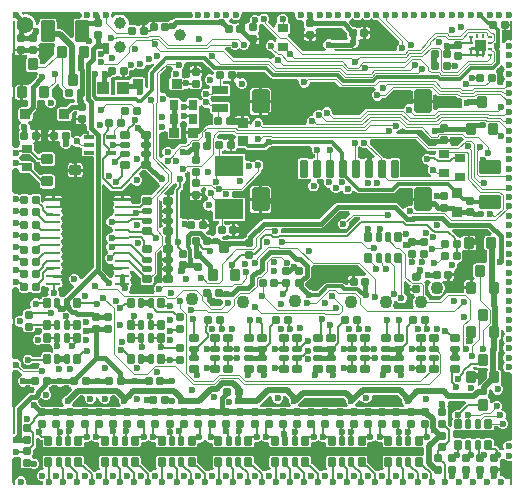
<source format=gbl>
G04*
G04 #@! TF.GenerationSoftware,Altium Limited,Altium Designer,23.8.1 (32)*
G04*
G04 Layer_Physical_Order=4*
G04 Layer_Color=9720587*
%FSLAX25Y25*%
%MOIN*%
G70*
G04*
G04 #@! TF.SameCoordinates,0C654998-4A2B-48E5-827E-F90EB17844E4*
G04*
G04*
G04 #@! TF.FilePolarity,Positive*
G04*
G01*
G75*
%ADD13C,0.00787*%
%ADD17C,0.01968*%
%ADD18R,0.00787X0.21260*%
%ADD19R,0.00787X0.09055*%
%ADD20R,0.00787X0.23622*%
%ADD21R,0.00787X0.07874*%
%ADD22R,0.00787X0.08268*%
%ADD23R,0.00787X0.42126*%
%ADD24R,0.19685X0.00787*%
%ADD25R,0.26772X0.00787*%
%ADD26R,0.17717X0.00787*%
%ADD27R,0.00787X0.22441*%
%ADD28R,0.00787X0.06299*%
%ADD29R,0.05512X0.00787*%
G04:AMPARAMS|DCode=32|XSize=35.43mil|YSize=37.4mil|CornerRadius=3.54mil|HoleSize=0mil|Usage=FLASHONLY|Rotation=90.000|XOffset=0mil|YOffset=0mil|HoleType=Round|Shape=RoundedRectangle|*
%AMROUNDEDRECTD32*
21,1,0.03543,0.03032,0,0,90.0*
21,1,0.02835,0.03740,0,0,90.0*
1,1,0.00709,0.01516,0.01417*
1,1,0.00709,0.01516,-0.01417*
1,1,0.00709,-0.01516,-0.01417*
1,1,0.00709,-0.01516,0.01417*
%
%ADD32ROUNDEDRECTD32*%
G04:AMPARAMS|DCode=33|XSize=35.43mil|YSize=37.4mil|CornerRadius=3.54mil|HoleSize=0mil|Usage=FLASHONLY|Rotation=90.000|XOffset=0mil|YOffset=0mil|HoleType=Round|Shape=RoundedRectangle|*
%AMROUNDEDRECTD33*
21,1,0.03543,0.03032,0,0,90.0*
21,1,0.02835,0.03740,0,0,90.0*
1,1,0.00709,0.01516,0.01417*
1,1,0.00709,0.01516,-0.01417*
1,1,0.00709,-0.01516,-0.01417*
1,1,0.00709,-0.01516,0.01417*
%
%ADD33ROUNDEDRECTD33*%
G04:AMPARAMS|DCode=39|XSize=27.56mil|YSize=23.62mil|CornerRadius=2.36mil|HoleSize=0mil|Usage=FLASHONLY|Rotation=180.000|XOffset=0mil|YOffset=0mil|HoleType=Round|Shape=RoundedRectangle|*
%AMROUNDEDRECTD39*
21,1,0.02756,0.01890,0,0,180.0*
21,1,0.02284,0.02362,0,0,180.0*
1,1,0.00472,-0.01142,0.00945*
1,1,0.00472,0.01142,0.00945*
1,1,0.00472,0.01142,-0.00945*
1,1,0.00472,-0.01142,-0.00945*
%
%ADD39ROUNDEDRECTD39*%
G04:AMPARAMS|DCode=43|XSize=25.59mil|YSize=31.5mil|CornerRadius=2.56mil|HoleSize=0mil|Usage=FLASHONLY|Rotation=90.000|XOffset=0mil|YOffset=0mil|HoleType=Round|Shape=RoundedRectangle|*
%AMROUNDEDRECTD43*
21,1,0.02559,0.02638,0,0,90.0*
21,1,0.02047,0.03150,0,0,90.0*
1,1,0.00512,0.01319,0.01024*
1,1,0.00512,0.01319,-0.01024*
1,1,0.00512,-0.01319,-0.01024*
1,1,0.00512,-0.01319,0.01024*
%
%ADD43ROUNDEDRECTD43*%
G04:AMPARAMS|DCode=44|XSize=17.72mil|YSize=31.5mil|CornerRadius=1.77mil|HoleSize=0mil|Usage=FLASHONLY|Rotation=90.000|XOffset=0mil|YOffset=0mil|HoleType=Round|Shape=RoundedRectangle|*
%AMROUNDEDRECTD44*
21,1,0.01772,0.02795,0,0,90.0*
21,1,0.01417,0.03150,0,0,90.0*
1,1,0.00354,0.01398,0.00709*
1,1,0.00354,0.01398,-0.00709*
1,1,0.00354,-0.01398,-0.00709*
1,1,0.00354,-0.01398,0.00709*
%
%ADD44ROUNDEDRECTD44*%
G04:AMPARAMS|DCode=48|XSize=12.6mil|YSize=31.5mil|CornerRadius=1.26mil|HoleSize=0mil|Usage=FLASHONLY|Rotation=90.000|XOffset=0mil|YOffset=0mil|HoleType=Round|Shape=RoundedRectangle|*
%AMROUNDEDRECTD48*
21,1,0.01260,0.02898,0,0,90.0*
21,1,0.01008,0.03150,0,0,90.0*
1,1,0.00252,0.01449,0.00504*
1,1,0.00252,0.01449,-0.00504*
1,1,0.00252,-0.01449,-0.00504*
1,1,0.00252,-0.01449,0.00504*
%
%ADD48ROUNDEDRECTD48*%
G04:AMPARAMS|DCode=54|XSize=27.56mil|YSize=23.62mil|CornerRadius=2.36mil|HoleSize=0mil|Usage=FLASHONLY|Rotation=90.000|XOffset=0mil|YOffset=0mil|HoleType=Round|Shape=RoundedRectangle|*
%AMROUNDEDRECTD54*
21,1,0.02756,0.01890,0,0,90.0*
21,1,0.02284,0.02362,0,0,90.0*
1,1,0.00472,0.00945,0.01142*
1,1,0.00472,0.00945,-0.01142*
1,1,0.00472,-0.00945,-0.01142*
1,1,0.00472,-0.00945,0.01142*
%
%ADD54ROUNDEDRECTD54*%
%ADD85C,0.00492*%
%ADD86C,0.01181*%
%ADD87C,0.01575*%
%ADD88C,0.02362*%
%ADD89C,0.03900*%
%ADD90C,0.04331*%
%ADD91C,0.05512*%
G04:AMPARAMS|DCode=92|XSize=33.47mil|YSize=33.47mil|CornerRadius=3.35mil|HoleSize=0mil|Usage=FLASHONLY|Rotation=180.000|XOffset=0mil|YOffset=0mil|HoleType=Round|Shape=RoundedRectangle|*
%AMROUNDEDRECTD92*
21,1,0.03347,0.02677,0,0,180.0*
21,1,0.02677,0.03347,0,0,180.0*
1,1,0.00669,-0.01339,0.01339*
1,1,0.00669,0.01339,0.01339*
1,1,0.00669,0.01339,-0.01339*
1,1,0.00669,-0.01339,-0.01339*
%
%ADD92ROUNDEDRECTD92*%
G04:AMPARAMS|DCode=93|XSize=35.43mil|YSize=37.4mil|CornerRadius=3.54mil|HoleSize=0mil|Usage=FLASHONLY|Rotation=180.000|XOffset=0mil|YOffset=0mil|HoleType=Round|Shape=RoundedRectangle|*
%AMROUNDEDRECTD93*
21,1,0.03543,0.03032,0,0,180.0*
21,1,0.02835,0.03740,0,0,180.0*
1,1,0.00709,-0.01417,0.01516*
1,1,0.00709,0.01417,0.01516*
1,1,0.00709,0.01417,-0.01516*
1,1,0.00709,-0.01417,-0.01516*
%
%ADD93ROUNDEDRECTD93*%
G04:AMPARAMS|DCode=94|XSize=35.43mil|YSize=37.4mil|CornerRadius=3.54mil|HoleSize=0mil|Usage=FLASHONLY|Rotation=180.000|XOffset=0mil|YOffset=0mil|HoleType=Round|Shape=RoundedRectangle|*
%AMROUNDEDRECTD94*
21,1,0.03543,0.03032,0,0,180.0*
21,1,0.02835,0.03740,0,0,180.0*
1,1,0.00709,-0.01417,0.01516*
1,1,0.00709,0.01417,0.01516*
1,1,0.00709,0.01417,-0.01516*
1,1,0.00709,-0.01417,-0.01516*
%
%ADD94ROUNDEDRECTD94*%
G04:AMPARAMS|DCode=95|XSize=35.83mil|YSize=33.47mil|CornerRadius=3.35mil|HoleSize=0mil|Usage=FLASHONLY|Rotation=0.000|XOffset=0mil|YOffset=0mil|HoleType=Round|Shape=RoundedRectangle|*
%AMROUNDEDRECTD95*
21,1,0.03583,0.02677,0,0,0.0*
21,1,0.02913,0.03347,0,0,0.0*
1,1,0.00669,0.01457,-0.01339*
1,1,0.00669,-0.01457,-0.01339*
1,1,0.00669,-0.01457,0.01339*
1,1,0.00669,0.01457,0.01339*
%
%ADD95ROUNDEDRECTD95*%
%ADD96R,0.03937X0.04331*%
G04:AMPARAMS|DCode=97|XSize=70.87mil|YSize=45.28mil|CornerRadius=4.53mil|HoleSize=0mil|Usage=FLASHONLY|Rotation=0.000|XOffset=0mil|YOffset=0mil|HoleType=Round|Shape=RoundedRectangle|*
%AMROUNDEDRECTD97*
21,1,0.07087,0.03622,0,0,0.0*
21,1,0.06181,0.04528,0,0,0.0*
1,1,0.00906,0.03091,-0.01811*
1,1,0.00906,-0.03091,-0.01811*
1,1,0.00906,-0.03091,0.01811*
1,1,0.00906,0.03091,0.01811*
%
%ADD97ROUNDEDRECTD97*%
G04:AMPARAMS|DCode=98|XSize=59.06mil|YSize=25.59mil|CornerRadius=2.56mil|HoleSize=0mil|Usage=FLASHONLY|Rotation=90.000|XOffset=0mil|YOffset=0mil|HoleType=Round|Shape=RoundedRectangle|*
%AMROUNDEDRECTD98*
21,1,0.05906,0.02047,0,0,90.0*
21,1,0.05394,0.02559,0,0,90.0*
1,1,0.00512,0.01024,0.02697*
1,1,0.00512,0.01024,-0.02697*
1,1,0.00512,-0.01024,-0.02697*
1,1,0.00512,-0.01024,0.02697*
%
%ADD98ROUNDEDRECTD98*%
G04:AMPARAMS|DCode=99|XSize=78.74mil|YSize=57.09mil|CornerRadius=5.71mil|HoleSize=0mil|Usage=FLASHONLY|Rotation=90.000|XOffset=0mil|YOffset=0mil|HoleType=Round|Shape=RoundedRectangle|*
%AMROUNDEDRECTD99*
21,1,0.07874,0.04567,0,0,90.0*
21,1,0.06732,0.05709,0,0,90.0*
1,1,0.01142,0.02284,0.03366*
1,1,0.01142,0.02284,-0.03366*
1,1,0.01142,-0.02284,-0.03366*
1,1,0.01142,-0.02284,0.03366*
%
%ADD99ROUNDEDRECTD99*%
%ADD100R,0.01968X0.01968*%
%ADD101R,0.09449X0.06693*%
G04:AMPARAMS|DCode=102|XSize=25.59mil|YSize=31.5mil|CornerRadius=2.56mil|HoleSize=0mil|Usage=FLASHONLY|Rotation=0.000|XOffset=0mil|YOffset=0mil|HoleType=Round|Shape=RoundedRectangle|*
%AMROUNDEDRECTD102*
21,1,0.02559,0.02638,0,0,0.0*
21,1,0.02047,0.03150,0,0,0.0*
1,1,0.00512,0.01024,-0.01319*
1,1,0.00512,-0.01024,-0.01319*
1,1,0.00512,-0.01024,0.01319*
1,1,0.00512,0.01024,0.01319*
%
%ADD102ROUNDEDRECTD102*%
G04:AMPARAMS|DCode=103|XSize=17.72mil|YSize=31.5mil|CornerRadius=1.77mil|HoleSize=0mil|Usage=FLASHONLY|Rotation=0.000|XOffset=0mil|YOffset=0mil|HoleType=Round|Shape=RoundedRectangle|*
%AMROUNDEDRECTD103*
21,1,0.01772,0.02795,0,0,0.0*
21,1,0.01417,0.03150,0,0,0.0*
1,1,0.00354,0.00709,-0.01398*
1,1,0.00354,-0.00709,-0.01398*
1,1,0.00354,-0.00709,0.01398*
1,1,0.00354,0.00709,0.01398*
%
%ADD103ROUNDEDRECTD103*%
G04:AMPARAMS|DCode=104|XSize=27.56mil|YSize=36.22mil|CornerRadius=2.76mil|HoleSize=0mil|Usage=FLASHONLY|Rotation=90.000|XOffset=0mil|YOffset=0mil|HoleType=Round|Shape=RoundedRectangle|*
%AMROUNDEDRECTD104*
21,1,0.02756,0.03071,0,0,90.0*
21,1,0.02205,0.03622,0,0,90.0*
1,1,0.00551,0.01535,0.01102*
1,1,0.00551,0.01535,-0.01102*
1,1,0.00551,-0.01535,-0.01102*
1,1,0.00551,-0.01535,0.01102*
%
%ADD104ROUNDEDRECTD104*%
G04:AMPARAMS|DCode=105|XSize=27.56mil|YSize=55.12mil|CornerRadius=2.76mil|HoleSize=0mil|Usage=FLASHONLY|Rotation=270.000|XOffset=0mil|YOffset=0mil|HoleType=Round|Shape=RoundedRectangle|*
%AMROUNDEDRECTD105*
21,1,0.02756,0.04961,0,0,270.0*
21,1,0.02205,0.05512,0,0,270.0*
1,1,0.00551,-0.02480,-0.01102*
1,1,0.00551,-0.02480,0.01102*
1,1,0.00551,0.02480,0.01102*
1,1,0.00551,0.02480,-0.01102*
%
%ADD105ROUNDEDRECTD105*%
G04:AMPARAMS|DCode=106|XSize=27.56mil|YSize=36.22mil|CornerRadius=2.76mil|HoleSize=0mil|Usage=FLASHONLY|Rotation=0.000|XOffset=0mil|YOffset=0mil|HoleType=Round|Shape=RoundedRectangle|*
%AMROUNDEDRECTD106*
21,1,0.02756,0.03071,0,0,0.0*
21,1,0.02205,0.03622,0,0,0.0*
1,1,0.00551,0.01102,-0.01535*
1,1,0.00551,-0.01102,-0.01535*
1,1,0.00551,-0.01102,0.01535*
1,1,0.00551,0.01102,0.01535*
%
%ADD106ROUNDEDRECTD106*%
G04:AMPARAMS|DCode=107|XSize=70.87mil|YSize=45.28mil|CornerRadius=4.53mil|HoleSize=0mil|Usage=FLASHONLY|Rotation=90.000|XOffset=0mil|YOffset=0mil|HoleType=Round|Shape=RoundedRectangle|*
%AMROUNDEDRECTD107*
21,1,0.07087,0.03622,0,0,90.0*
21,1,0.06181,0.04528,0,0,90.0*
1,1,0.00906,0.01811,0.03091*
1,1,0.00906,0.01811,-0.03091*
1,1,0.00906,-0.01811,-0.03091*
1,1,0.00906,-0.01811,0.03091*
%
%ADD107ROUNDEDRECTD107*%
G04:AMPARAMS|DCode=108|XSize=33.47mil|YSize=33.47mil|CornerRadius=3.35mil|HoleSize=0mil|Usage=FLASHONLY|Rotation=270.000|XOffset=0mil|YOffset=0mil|HoleType=Round|Shape=RoundedRectangle|*
%AMROUNDEDRECTD108*
21,1,0.03347,0.02677,0,0,270.0*
21,1,0.02677,0.03347,0,0,270.0*
1,1,0.00669,-0.01339,-0.01339*
1,1,0.00669,-0.01339,0.01339*
1,1,0.00669,0.01339,0.01339*
1,1,0.00669,0.01339,-0.01339*
%
%ADD108ROUNDEDRECTD108*%
%ADD109O,0.04961X0.00984*%
%ADD110R,0.00984X0.01378*%
%ADD111R,0.01378X0.00984*%
%ADD112R,0.01968X0.01176*%
G36*
X83193Y157087D02*
X82780Y156915D01*
X82281Y156417D01*
X82025Y156366D01*
X81900Y156491D01*
X81248Y156761D01*
X80544D01*
X79893Y156491D01*
X79394Y155993D01*
X79124Y155341D01*
Y154637D01*
X78752Y154381D01*
X78479Y154198D01*
X78296Y153925D01*
X77934Y153822D01*
X77461Y153749D01*
X77252Y153889D01*
X76929Y153953D01*
X76476D01*
Y151969D01*
X75492D01*
Y153953D01*
X75039D01*
X74717Y153889D01*
X74457Y153716D01*
X74435Y153706D01*
X73597D01*
X73575Y153716D01*
X73315Y153889D01*
X72992Y153953D01*
X72675D01*
X72276Y154422D01*
X72272Y154668D01*
X72404Y155311D01*
X72835Y155635D01*
X73349Y155248D01*
X73406Y155191D01*
X74057Y154921D01*
X74762D01*
X75413Y155191D01*
X75911Y155689D01*
X76181Y156341D01*
Y157045D01*
X76164Y157087D01*
X76690Y157874D01*
X83037D01*
X83193Y157087D01*
D02*
G37*
G36*
X120200Y155248D02*
X120256Y155191D01*
X120907Y154921D01*
X121612D01*
X121763Y154984D01*
X128785Y147961D01*
X128918Y147171D01*
X128419Y146673D01*
X128150Y146022D01*
Y145317D01*
X127593Y144603D01*
X107545D01*
X107152Y145390D01*
X107205Y145461D01*
X107210Y145462D01*
X112796D01*
X113333Y145569D01*
X113608Y145753D01*
X114018D01*
X114670Y146022D01*
X115168Y146521D01*
X115438Y147172D01*
Y147877D01*
X115277Y148266D01*
X115346Y148404D01*
X116055Y148867D01*
X116378Y148803D01*
X116831D01*
Y150787D01*
Y152772D01*
X116378D01*
X116055Y152708D01*
X115796Y152534D01*
X115773Y152525D01*
X114935D01*
X114913Y152534D01*
X114653Y152708D01*
X114331Y152772D01*
X113585D01*
X112206Y154151D01*
X112198Y154299D01*
X112436Y155034D01*
X112815Y155191D01*
X112872Y155248D01*
X113386Y155635D01*
X113900Y155248D01*
X113957Y155191D01*
X114608Y154921D01*
X115313D01*
X115964Y155191D01*
X116021Y155248D01*
X116535Y155635D01*
X117050Y155248D01*
X117107Y155191D01*
X117758Y154921D01*
X118463D01*
X119114Y155191D01*
X119171Y155248D01*
X119685Y155635D01*
X120200Y155248D01*
D02*
G37*
G36*
X60057Y157087D02*
X60039Y157045D01*
Y156341D01*
X59478Y155637D01*
X54445D01*
X53908Y155530D01*
X53452Y155226D01*
X53147Y154921D01*
X52797D01*
X52146Y154652D01*
X52020Y154526D01*
X51929Y154544D01*
X50039D01*
X49717Y154480D01*
X49457Y154306D01*
X49435Y154297D01*
X48597D01*
X48575Y154306D01*
X48315Y154480D01*
X47992Y154544D01*
X47539D01*
Y152559D01*
X46555D01*
Y154544D01*
X46102D01*
X45780Y154480D01*
X45506Y154297D01*
X45324Y154023D01*
X45313Y153972D01*
X45141Y153636D01*
X44646Y153363D01*
X44193D01*
Y151378D01*
X43209D01*
Y153363D01*
X42756D01*
X42433Y153298D01*
X42173Y153125D01*
X42151Y153116D01*
X41313D01*
X41291Y153125D01*
X41031Y153298D01*
X40709Y153363D01*
X39441D01*
X38790Y153527D01*
X38682Y154131D01*
Y154327D01*
X38482Y155073D01*
X38096Y155743D01*
X37550Y156289D01*
X36881Y156675D01*
X36134Y156875D01*
X35362D01*
X34615Y156675D01*
X33946Y156289D01*
X33534Y155877D01*
X32867Y156323D01*
X32874Y156341D01*
Y157045D01*
X32857Y157087D01*
X33383Y157874D01*
X59530D01*
X60057Y157087D01*
D02*
G37*
G36*
X89753Y157090D02*
X89102Y156820D01*
X88603Y156322D01*
X88334Y155671D01*
Y154966D01*
X88186Y154182D01*
X87900Y153991D01*
X87708Y153704D01*
X87641Y153366D01*
Y152846D01*
X86913Y152545D01*
X85167Y154291D01*
X85285Y154410D01*
X85555Y155061D01*
Y155766D01*
X85285Y156417D01*
X84787Y156915D01*
X84373Y157087D01*
X84530Y157874D01*
X89745D01*
X89753Y157090D01*
D02*
G37*
G36*
X23049Y157087D02*
X23031Y157045D01*
Y156341D01*
X23040Y156320D01*
X22514Y155532D01*
X21417D01*
X21010Y155451D01*
X20665Y155221D01*
X20435Y154876D01*
X20354Y154469D01*
Y149301D01*
X19566Y148975D01*
X17010Y151531D01*
X16489Y151879D01*
X15874Y152001D01*
X15874Y152001D01*
X14686D01*
Y154469D01*
X14605Y154876D01*
X14374Y155221D01*
X14029Y155451D01*
X13622Y155532D01*
X10000D01*
X9593Y155451D01*
X9248Y155221D01*
X9017Y154876D01*
X8936Y154469D01*
Y153893D01*
X8270Y153416D01*
X7677Y153657D01*
Y153984D01*
X7449Y154835D01*
X7009Y155598D01*
X6385Y156221D01*
X5622Y156662D01*
X4771Y156890D01*
X3890D01*
X3721Y156844D01*
X3710Y156851D01*
X3622Y157087D01*
X4170Y157874D01*
X22523D01*
X23049Y157087D01*
D02*
G37*
G36*
X94309D02*
X94291Y157045D01*
Y156341D01*
X94561Y155689D01*
X95060Y155191D01*
X95711Y154921D01*
X96415D01*
X96466Y154942D01*
X97228Y154406D01*
Y152992D01*
X97292Y152670D01*
X97466Y152410D01*
X97475Y152388D01*
Y151549D01*
X97466Y151527D01*
X97292Y151268D01*
X97228Y150945D01*
Y150492D01*
X101198D01*
Y150945D01*
X101134Y151268D01*
X100960Y151527D01*
X100951Y151549D01*
Y151782D01*
X101677Y152532D01*
X109851D01*
X111598Y150785D01*
Y149646D01*
X111662Y149323D01*
X111845Y149050D01*
X111592Y148272D01*
X106512D01*
X106415Y148369D01*
X105764Y148639D01*
X105059D01*
X104408Y148369D01*
X103910Y147871D01*
X103640Y147219D01*
Y146515D01*
X103910Y145863D01*
X104383Y145390D01*
X104376Y145255D01*
X104190Y144603D01*
X96699D01*
X91788Y149514D01*
X91787Y149626D01*
X91933Y150346D01*
X92219Y150537D01*
X92411Y150823D01*
X92478Y151161D01*
Y153366D01*
X92411Y153704D01*
X92219Y153991D01*
X91933Y154182D01*
X91877Y154966D01*
Y155671D01*
X91607Y156322D01*
X91109Y156820D01*
X90458Y157090D01*
X90466Y157874D01*
X93782D01*
X94309Y157087D01*
D02*
G37*
G36*
X164665Y151559D02*
X165118D01*
X165441Y151623D01*
X165714Y151805D01*
X165748Y151856D01*
X166535Y151617D01*
Y148737D01*
X165748Y148211D01*
X165707Y148228D01*
X165002D01*
X164351Y147959D01*
X163852Y147460D01*
X163803Y147341D01*
X163016Y147498D01*
Y151384D01*
X163228Y151559D01*
X163681D01*
Y153543D01*
X164665D01*
Y151559D01*
D02*
G37*
G36*
X83431Y153642D02*
X83448D01*
X83538Y153507D01*
X88007Y149039D01*
X87899Y148106D01*
X87507Y147847D01*
X87224Y147959D01*
X86573Y148228D01*
X85868D01*
X85217Y147959D01*
X84719Y147460D01*
X84449Y146809D01*
Y146104D01*
X84719Y145453D01*
X85217Y144955D01*
X85868Y144685D01*
X86061D01*
X87577Y143169D01*
X87576Y143166D01*
X87078Y142667D01*
X86922Y142291D01*
X86246Y142042D01*
X86217Y142036D01*
X86032Y142042D01*
X85832Y142176D01*
X85505Y142241D01*
X73801D01*
X70832Y145210D01*
X71152Y145997D01*
X72748D01*
X72810Y145847D01*
X73308Y145349D01*
X73960Y145079D01*
X74664D01*
X75316Y145349D01*
X75689Y145722D01*
X76161Y145250D01*
X76812Y144980D01*
X77517D01*
X78168Y145250D01*
X78667Y145748D01*
X78936Y146400D01*
Y146819D01*
X79075Y146933D01*
X79724D01*
Y148721D01*
X80216D01*
Y149213D01*
X82201D01*
Y149665D01*
X82137Y149988D01*
X81963Y150248D01*
X81954Y150270D01*
Y151108D01*
X81963Y151130D01*
X82137Y151390D01*
X82201Y151713D01*
Y153376D01*
X82467Y153622D01*
X82680Y153752D01*
X82957Y153838D01*
X83431Y153642D01*
D02*
G37*
G36*
X157776Y146358D02*
Y144587D01*
X157382D01*
Y143307D01*
X156398D01*
Y144587D01*
X155414D01*
Y143307D01*
X154430D01*
Y144587D01*
X154036D01*
Y144980D01*
X152756D01*
Y145965D01*
X154036D01*
Y146358D01*
Y148327D01*
X157776D01*
Y146358D01*
D02*
G37*
G36*
X3248Y143291D02*
X3898D01*
X4220Y143355D01*
X4307Y143413D01*
X4461Y143506D01*
X4571Y143475D01*
X4722Y143308D01*
X4791Y142433D01*
X4582Y142121D01*
X4509Y141752D01*
Y138721D01*
X4582Y138352D01*
X4791Y138039D01*
X5104Y137830D01*
X5472Y137757D01*
X8067D01*
X8398Y137226D01*
X8422Y137173D01*
X8459Y136985D01*
X8224Y136419D01*
Y136184D01*
X5700Y133659D01*
X4936Y133390D01*
X4567Y133463D01*
X3642D01*
Y130984D01*
Y128505D01*
X4567D01*
X5259Y127962D01*
X5288Y127907D01*
Y126566D01*
X4626Y125904D01*
X2874D01*
X2513Y125832D01*
X2207Y125628D01*
X2003Y125322D01*
X1931Y124961D01*
Y122283D01*
X2003Y121923D01*
X2207Y121616D01*
X2513Y121412D01*
X2522Y121410D01*
X2522Y121410D01*
X2710Y120570D01*
X2435Y120295D01*
X2165Y119644D01*
Y118939D01*
X2431Y118297D01*
X2396Y118273D01*
X2213Y118000D01*
X2149Y117677D01*
Y115394D01*
X2213Y115071D01*
X2396Y114798D01*
X2423Y114780D01*
X2548Y114034D01*
X2509Y113848D01*
X2373Y113645D01*
X2306Y113307D01*
Y112934D01*
X1534Y112402D01*
X829D01*
X787Y112384D01*
X0Y112911D01*
Y129298D01*
X787Y129375D01*
X842Y129100D01*
X1051Y128787D01*
X1364Y128578D01*
X1732Y128505D01*
X2657D01*
Y130984D01*
Y133463D01*
X1732D01*
X1364Y133390D01*
X1051Y133181D01*
X842Y132869D01*
X787Y132593D01*
X0Y132671D01*
Y143975D01*
X787Y144052D01*
X835Y143811D01*
X1018Y143538D01*
X1292Y143355D01*
X1614Y143291D01*
X2264D01*
Y145079D01*
X3248D01*
Y143291D01*
D02*
G37*
G36*
X9479Y147381D02*
X9593Y147305D01*
X10000Y147224D01*
X13622D01*
X13801Y147259D01*
X14115Y146792D01*
X14197Y146542D01*
X14031Y146294D01*
X13958Y145925D01*
Y143520D01*
X13861Y143455D01*
X10629Y140223D01*
X9270D01*
Y141752D01*
X9197Y142121D01*
X8988Y142433D01*
X8676Y142642D01*
X8615Y142654D01*
X8581Y142744D01*
X8531Y143474D01*
X8628Y143538D01*
X8810Y143811D01*
X8874Y144134D01*
Y144587D01*
X6890D01*
Y145571D01*
X8874D01*
Y146024D01*
X8810Y146346D01*
X8637Y146606D01*
X8628Y146628D01*
Y146683D01*
X9415Y147388D01*
X9479Y147381D01*
D02*
G37*
G36*
X46987Y140854D02*
X47304Y140057D01*
X45605Y138358D01*
X45344Y137967D01*
X45252Y137506D01*
X45252Y137506D01*
Y132647D01*
X44801Y132234D01*
X44133Y132689D01*
Y135197D01*
X44061Y135558D01*
X43856Y135864D01*
X43550Y136068D01*
X43189Y136140D01*
X40276D01*
X39915Y136068D01*
X39609Y135864D01*
X39404Y135558D01*
X39332Y135197D01*
Y135039D01*
X34252D01*
Y130043D01*
X32677D01*
Y135039D01*
X32677Y135039D01*
X32677D01*
X32744Y135799D01*
X33108Y136042D01*
X33270Y136204D01*
X34016D01*
X34338Y136268D01*
X34598Y136442D01*
X34620Y136451D01*
X35458D01*
X35481Y136442D01*
X35740Y136268D01*
X36063Y136204D01*
X36516D01*
Y138189D01*
X37500D01*
Y136204D01*
X37953D01*
X38275Y136268D01*
X38549Y136451D01*
X38732Y136725D01*
X38796Y137047D01*
Y138100D01*
X39297Y138435D01*
X40002D01*
X40653Y138705D01*
X41151Y139203D01*
X41255Y139224D01*
X41645Y138834D01*
X42296Y138564D01*
X43001D01*
X43652Y138834D01*
X44151Y139332D01*
X44420Y139983D01*
X45197Y140182D01*
X45902D01*
X46553Y140452D01*
X46955Y140855D01*
X46987Y140854D01*
D02*
G37*
G36*
X86107Y135812D02*
X86107Y135812D01*
X86498Y135551D01*
X86959Y135459D01*
X94974D01*
X95500Y134672D01*
X95473Y134604D01*
Y133900D01*
X95742Y133248D01*
X96241Y132750D01*
X96892Y132480D01*
X97597D01*
X98248Y132750D01*
X98746Y133248D01*
X99016Y133900D01*
Y134450D01*
X107510D01*
X109099Y132861D01*
X109375Y132676D01*
X109702Y132612D01*
X120455D01*
X121135Y132015D01*
X121194Y131885D01*
X121185Y131667D01*
X121171Y131643D01*
X121085Y131603D01*
X120650Y131423D01*
X120152Y130925D01*
X119882Y130274D01*
Y129569D01*
X120152Y128918D01*
X120650Y128419D01*
X121301Y128150D01*
X122006D01*
X122657Y128419D01*
X123155Y128918D01*
X123218Y129068D01*
X124016D01*
X124342Y129133D01*
X124619Y129318D01*
X127088Y131787D01*
X132632D01*
X133344Y131331D01*
Y128457D01*
X136811D01*
X140279D01*
Y130032D01*
X141007Y130333D01*
X141464Y129876D01*
X141741Y129691D01*
X142067Y129626D01*
X147976D01*
X148443Y129158D01*
X148720Y128973D01*
X149046Y128909D01*
X149516D01*
X149695Y128697D01*
X149950Y128121D01*
X149756Y127653D01*
Y126948D01*
X149953Y126474D01*
X149704Y125907D01*
X149523Y125687D01*
X141997D01*
X141670Y125622D01*
X141393Y125437D01*
X141066Y125110D01*
X140279Y125436D01*
Y127472D01*
X136811D01*
X133274D01*
X132636Y126969D01*
X131931D01*
X131280Y126699D01*
X130781Y126200D01*
X130762Y126152D01*
X130433Y125549D01*
X130071Y125548D01*
X118191D01*
X117864Y125483D01*
X117588Y125298D01*
X115584Y123294D01*
X107253D01*
X106600Y123947D01*
Y124516D01*
X106330Y125167D01*
X105832Y125665D01*
X105180Y125935D01*
X104475D01*
X103824Y125665D01*
X103326Y125167D01*
X103179Y124811D01*
X103022Y124780D01*
X102371Y125050D01*
X101666D01*
X101015Y124780D01*
X100516Y124282D01*
X100247Y123631D01*
Y123031D01*
X99648D01*
X98997Y122762D01*
X98498Y122263D01*
X98228Y121612D01*
Y120907D01*
X97672Y120194D01*
X87469D01*
X87455Y120196D01*
X83626D01*
X83465Y120358D01*
Y120825D01*
X83195Y121476D01*
X82696Y121974D01*
X82045Y122244D01*
X81340D01*
X80689Y121974D01*
X80191Y121476D01*
X79921Y120825D01*
Y120694D01*
X79138Y120109D01*
X79054Y120135D01*
Y120335D01*
X76772D01*
Y120827D01*
X76280D01*
Y123109D01*
X75433D01*
X75072Y123037D01*
X74905Y122925D01*
X74652Y122856D01*
X74005Y122993D01*
X73946Y123022D01*
X73708Y123180D01*
X73386Y123245D01*
X72592D01*
X72353Y124032D01*
X72396Y124061D01*
X72588Y124347D01*
X72655Y124685D01*
Y126890D01*
X72588Y127228D01*
X72396Y127514D01*
X72110Y127706D01*
X71772Y127773D01*
X66811D01*
X66378Y127900D01*
X66144Y128382D01*
X66069Y128563D01*
X65688Y128944D01*
X66153Y129409D01*
X66215Y129559D01*
X66617D01*
X66943Y129624D01*
X67068Y129707D01*
X71772D01*
X72110Y129775D01*
X72396Y129966D01*
X72588Y130253D01*
X72655Y130590D01*
Y132795D01*
X72588Y133133D01*
X72396Y133420D01*
X72110Y133611D01*
X71772Y133678D01*
X70144D01*
Y134629D01*
X70236D01*
X70559Y134694D01*
X70819Y134867D01*
X70841Y134876D01*
X71679D01*
X71701Y134867D01*
X71961Y134694D01*
X72284Y134629D01*
X72736D01*
Y136614D01*
X73228D01*
Y137106D01*
X75016D01*
Y137756D01*
X75110Y137871D01*
X84048D01*
X86107Y135812D01*
D02*
G37*
G36*
X163384Y139830D02*
X163600Y139763D01*
X163852Y139154D01*
X163909Y139097D01*
X164296Y138583D01*
X163909Y138068D01*
X163852Y138011D01*
X163583Y137360D01*
Y136655D01*
X163852Y136004D01*
X163909Y135948D01*
X164296Y135433D01*
X163909Y134919D01*
X163852Y134862D01*
X163583Y134211D01*
Y133506D01*
X162855Y133300D01*
X161863D01*
X161760Y133427D01*
X161514Y134088D01*
X161566Y134166D01*
X161630Y134488D01*
Y136772D01*
X161566Y137094D01*
X161383Y137368D01*
X161376Y137373D01*
X161281Y137617D01*
X161238Y138145D01*
X161275Y138315D01*
X162663Y139704D01*
X162795Y139902D01*
X163384Y139830D01*
D02*
G37*
G36*
X64746Y139798D02*
X65122Y139547D01*
X66446Y138223D01*
X66446Y138223D01*
X66837Y137962D01*
X67155Y137864D01*
X67276Y137441D01*
X67256Y137251D01*
X66523Y136841D01*
X66318Y136926D01*
X65614D01*
X64962Y136657D01*
X64464Y136158D01*
X64194Y135507D01*
Y134802D01*
X64464Y134151D01*
X64962Y133653D01*
X65327Y133502D01*
X65629Y133335D01*
X65813Y132576D01*
X65140Y132127D01*
X65003Y132184D01*
X64298D01*
X63647Y131914D01*
X63149Y131416D01*
X62879Y130765D01*
Y130060D01*
X63149Y129409D01*
X63530Y129027D01*
X63065Y128563D01*
X62984Y128368D01*
X62837Y128356D01*
X62185Y128495D01*
X62155Y128645D01*
X61963Y128931D01*
X61677Y129123D01*
X61339Y129190D01*
X59134D01*
X58796Y129123D01*
X58510Y128931D01*
X58318Y128645D01*
X58251Y128307D01*
Y128272D01*
X57464Y127746D01*
X57439Y127756D01*
X56734D01*
X56710Y127746D01*
X55923Y128272D01*
Y128307D01*
X55856Y128645D01*
X55664Y128931D01*
X55378Y129123D01*
X55040Y129190D01*
X52835D01*
X52676Y129159D01*
X52417Y129167D01*
X51742Y129539D01*
X51619Y129835D01*
X51121Y130333D01*
X50470Y130603D01*
X49765D01*
X49051Y131160D01*
Y137015D01*
X51709Y139673D01*
X52893D01*
X53633Y138894D01*
X53633Y138707D01*
X53135Y138208D01*
X52865Y137557D01*
Y136852D01*
X52907Y136068D01*
X52601Y135864D01*
X52396Y135558D01*
X52324Y135197D01*
Y132520D01*
X52396Y132159D01*
X52601Y131853D01*
X52907Y131648D01*
X53268Y131576D01*
X56181D01*
X56542Y131648D01*
X56848Y131853D01*
X57053Y132159D01*
X57221Y132249D01*
X57531Y132121D01*
X58236D01*
X58887Y132390D01*
X59286Y132317D01*
X59560Y132135D01*
X59882Y132070D01*
X62166D01*
X62488Y132135D01*
X62762Y132317D01*
X62945Y132591D01*
X63009Y132913D01*
Y134803D01*
X62945Y135126D01*
X62771Y135386D01*
X62762Y135408D01*
Y136246D01*
X62771Y136268D01*
X62945Y136528D01*
X63009Y136850D01*
Y137303D01*
X61024D01*
X59039D01*
Y136850D01*
X59103Y136528D01*
X58782Y135724D01*
X58499Y135555D01*
X58236Y135664D01*
X57531D01*
X57150Y135506D01*
X57053Y135558D01*
X56848Y135864D01*
X56542Y136068D01*
X56409Y136852D01*
Y137557D01*
X56389Y137605D01*
X56389Y138457D01*
X56887Y138956D01*
X57157Y139607D01*
Y140312D01*
X57716Y141019D01*
X63526D01*
X64746Y139798D01*
D02*
G37*
G36*
X15486Y133612D02*
Y133410D01*
X15551Y133083D01*
X15735Y132806D01*
X16955Y131587D01*
Y129667D01*
X17019Y129344D01*
X17202Y129071D01*
X17475Y128888D01*
X17798Y128824D01*
X19688D01*
X19942Y128875D01*
X19975Y128867D01*
X20216Y128730D01*
X20669Y128382D01*
Y127994D01*
X20265Y127389D01*
X19803D01*
X19266Y127282D01*
X18810Y126978D01*
X17736Y125904D01*
X15866D01*
X15505Y125832D01*
X15199Y125628D01*
X14995Y125322D01*
X14923Y124961D01*
Y122283D01*
X14995Y121923D01*
X15199Y121616D01*
X15505Y121412D01*
X15866Y121340D01*
X18780D01*
X19141Y121412D01*
X19447Y121616D01*
X19651Y121923D01*
X19723Y122283D01*
Y123917D01*
X20385Y124579D01*
X21400D01*
X21481Y124457D01*
X21491Y124435D01*
Y123597D01*
X21481Y123574D01*
X21308Y123315D01*
X21244Y122992D01*
Y122539D01*
X23228D01*
Y122047D01*
X23720D01*
Y120259D01*
X24370D01*
X24789Y119540D01*
Y119085D01*
X24896Y118547D01*
X25201Y118091D01*
X25385Y117907D01*
X25084Y117179D01*
X23945D01*
X23665Y117124D01*
X23428Y116965D01*
X23270Y116728D01*
X23235Y116555D01*
X22983Y116359D01*
X22427Y116144D01*
X21957Y116339D01*
X21252D01*
X20601Y116069D01*
X20292Y115760D01*
X19504Y116028D01*
Y117677D01*
X19440Y118000D01*
X19257Y118273D01*
X18984Y118456D01*
X18661Y118520D01*
X16772D01*
X16449Y118456D01*
X16189Y118282D01*
X16167Y118273D01*
X15329D01*
X15307Y118282D01*
X15047Y118456D01*
X14724Y118520D01*
X14272D01*
Y116535D01*
Y114551D01*
X14724D01*
X15047Y114615D01*
X15307Y114788D01*
X15333Y114799D01*
X15333Y114799D01*
X15365Y114789D01*
X15945Y114132D01*
Y113427D01*
X16215Y112776D01*
X16713Y112278D01*
X17364Y112008D01*
X18069D01*
X18720Y112278D01*
X19218Y112776D01*
X19407Y113230D01*
X19596Y113321D01*
X20020Y113409D01*
X20265Y113401D01*
X20601Y113065D01*
X21252Y112795D01*
X21957D01*
X22068Y112841D01*
X22127Y112783D01*
X22403Y112598D01*
X22730Y112533D01*
X23037D01*
X23268Y112128D01*
X23377Y111772D01*
X23270Y111610D01*
X23214Y111331D01*
Y110323D01*
X23270Y110043D01*
X23428Y109806D01*
X23665Y109648D01*
X23945Y109592D01*
X26842D01*
X27040Y109430D01*
Y72616D01*
X23112Y68687D01*
X22324Y68955D01*
X22055Y69606D01*
X21556Y70104D01*
X20905Y70374D01*
X20200D01*
X19549Y70104D01*
X19051Y69606D01*
X18781Y68955D01*
Y68250D01*
X19051Y67599D01*
X19549Y67100D01*
X20200Y66831D01*
X20468Y66043D01*
X17215Y62791D01*
X17202Y62771D01*
X17102Y62751D01*
X17021Y62696D01*
X16825Y62581D01*
X16246D01*
X16050Y62696D01*
X15969Y62751D01*
X15846Y62775D01*
X15513Y63238D01*
X15381Y63598D01*
X15468Y63807D01*
Y64512D01*
X15198Y65163D01*
X15126Y65235D01*
X15452Y66022D01*
X15611D01*
X16033Y66106D01*
X16391Y66345D01*
X16630Y66703D01*
X16714Y67126D01*
X16630Y67548D01*
X16391Y67907D01*
X16299Y67968D01*
X16289Y67993D01*
Y68818D01*
X16299Y68843D01*
X16391Y68905D01*
X16584Y69193D01*
X13622D01*
Y70177D01*
X16584D01*
X16391Y70466D01*
X16299Y70527D01*
X16289Y70552D01*
Y71377D01*
X16299Y71402D01*
X16391Y71464D01*
X16630Y71822D01*
X16714Y72244D01*
X16630Y72667D01*
X16391Y73025D01*
X16299Y73086D01*
X16289Y73111D01*
Y73936D01*
X16299Y73961D01*
X16391Y74023D01*
X16630Y74381D01*
X16714Y74803D01*
X16630Y75226D01*
X16391Y75584D01*
X16299Y75645D01*
X16289Y75670D01*
Y76495D01*
X16299Y76520D01*
X16391Y76582D01*
X16630Y76940D01*
X16714Y77362D01*
X16630Y77785D01*
X16391Y78143D01*
X16299Y78204D01*
X16289Y78229D01*
Y79054D01*
X16299Y79079D01*
X16391Y79141D01*
X16630Y79499D01*
X16714Y79921D01*
X16630Y80344D01*
X16391Y80702D01*
X16299Y80763D01*
X16289Y80788D01*
Y81613D01*
X16299Y81638D01*
X16391Y81700D01*
X16630Y82058D01*
X16714Y82480D01*
X16630Y82903D01*
X16391Y83261D01*
X16299Y83322D01*
X16289Y83348D01*
Y84172D01*
X16299Y84197D01*
X16391Y84259D01*
X16630Y84617D01*
X16714Y85039D01*
X16630Y85462D01*
X16391Y85820D01*
X16299Y85881D01*
X16289Y85907D01*
Y86731D01*
X16299Y86756D01*
X16391Y86818D01*
X16630Y87176D01*
X16714Y87598D01*
X16630Y88021D01*
X16391Y88379D01*
X16299Y88441D01*
X16289Y88466D01*
Y89290D01*
X16299Y89315D01*
X16391Y89377D01*
X16630Y89735D01*
X16714Y90158D01*
X16630Y90580D01*
X16391Y90938D01*
X16299Y91000D01*
X16289Y91025D01*
Y91849D01*
X16299Y91874D01*
X16391Y91936D01*
X16584Y92224D01*
X13622D01*
Y93209D01*
X16584D01*
X16391Y93497D01*
X16299Y93559D01*
X16289Y93584D01*
Y94408D01*
X16299Y94433D01*
X16391Y94495D01*
X16584Y94784D01*
X13622D01*
X10582D01*
X10242Y94053D01*
X9662Y94530D01*
Y96220D01*
X9598Y96543D01*
X9415Y96817D01*
X9142Y96999D01*
X8819Y97063D01*
X6929D01*
X6607Y96999D01*
X6347Y96826D01*
X6325Y96817D01*
X5486D01*
X5464Y96826D01*
X5204Y96999D01*
X4882Y97063D01*
X2992D01*
X2670Y96999D01*
X2396Y96817D01*
X2383Y96797D01*
X2185Y96777D01*
X1534Y97047D01*
X829D01*
X787Y97030D01*
X0Y97556D01*
Y105200D01*
X787Y105726D01*
X829Y105709D01*
X1534D01*
X2306Y105176D01*
Y104803D01*
X2373Y104465D01*
X2565Y104179D01*
X2851Y103987D01*
X3189Y103920D01*
X5724D01*
X9111Y100533D01*
X9136Y100516D01*
Y99825D01*
X9209Y99456D01*
X9418Y99144D01*
X9730Y98935D01*
X10099Y98862D01*
X13131D01*
X13499Y98935D01*
X13812Y99144D01*
X14021Y99456D01*
X14094Y99825D01*
Y102660D01*
X14021Y103028D01*
X13812Y103341D01*
X13499Y103550D01*
X13131Y103623D01*
X10099D01*
X9730Y103550D01*
X9418Y103341D01*
X9166Y103316D01*
X7143Y105339D01*
Y107008D01*
X7076Y107346D01*
X6884Y107632D01*
X6598Y107824D01*
X6260Y107891D01*
X3319D01*
X3307Y107893D01*
X2928D01*
X2683Y108484D01*
X2626Y108541D01*
X2239Y109055D01*
X2626Y109570D01*
X2683Y109626D01*
X2928Y110217D01*
X3307D01*
X3319Y110219D01*
X5724D01*
X7930Y108013D01*
X8256Y107796D01*
X8640Y107719D01*
X9136D01*
Y107305D01*
X9209Y106937D01*
X9418Y106624D01*
X9730Y106415D01*
X10099Y106342D01*
X13131D01*
X13499Y106415D01*
X13812Y106624D01*
X14021Y106937D01*
X14094Y107305D01*
Y110140D01*
X14021Y110509D01*
X13812Y110821D01*
X13499Y111030D01*
X13131Y111103D01*
X10099D01*
X9730Y111030D01*
X9418Y110821D01*
X9280Y110615D01*
X8838Y110459D01*
X8384Y110397D01*
X7143Y111638D01*
Y113307D01*
X7076Y113645D01*
X6997Y113763D01*
X7200Y114355D01*
X7346Y114551D01*
X7382D01*
Y116535D01*
Y118520D01*
X6929D01*
X6607Y118456D01*
X6347Y118282D01*
X6325Y118273D01*
X6285D01*
X5755Y118885D01*
X5709Y119000D01*
Y119644D01*
X5439Y120295D01*
X5181Y120553D01*
X5507Y121340D01*
X5788D01*
X6149Y121412D01*
X6455Y121616D01*
X6659Y121923D01*
X6731Y122283D01*
Y124035D01*
X7686Y124991D01*
X7991Y125446D01*
X8098Y125984D01*
Y128130D01*
X8833Y128572D01*
X8885Y128570D01*
X9213Y128505D01*
X10521D01*
X10925Y127900D01*
Y127195D01*
X11195Y126544D01*
X11693Y126046D01*
X12344Y125776D01*
X13049D01*
X13700Y126046D01*
X14199Y126544D01*
X14469Y127195D01*
Y127900D01*
X14199Y128551D01*
X13700Y129050D01*
X13049Y129320D01*
X12994Y129386D01*
X13011Y129469D01*
Y132159D01*
X14690Y133838D01*
X14698Y133850D01*
X15486Y133612D01*
D02*
G37*
G36*
X58251Y120842D02*
Y120610D01*
X58318Y120272D01*
X58192Y119525D01*
X58127Y119429D01*
X57987Y119219D01*
X57915Y118858D01*
Y118012D01*
X60197D01*
Y117028D01*
X57915D01*
Y116181D01*
X57987Y115820D01*
X58192Y115514D01*
X58218Y114766D01*
X58163Y114492D01*
X57476Y113804D01*
X56152D01*
X55826Y113739D01*
X55549Y113555D01*
X54061Y112066D01*
X53224Y112027D01*
X52726Y112525D01*
X52075Y112795D01*
X51370D01*
X50719Y112525D01*
X50221Y112027D01*
X49951Y111376D01*
Y110671D01*
X50221Y110020D01*
X50348Y109892D01*
X50075Y109331D01*
X49258Y109196D01*
X48813Y109609D01*
Y117138D01*
X49505Y117704D01*
X50209D01*
X50861Y117974D01*
X50907Y118021D01*
X51695Y117695D01*
Y116181D01*
X51767Y115820D01*
X51971Y115514D01*
X52277Y115310D01*
X52638Y115238D01*
X55315D01*
X55676Y115310D01*
X55982Y115514D01*
X56187Y115820D01*
X56259Y116181D01*
Y118858D01*
X56187Y119219D01*
X55982Y119525D01*
X55856Y120272D01*
X55923Y120610D01*
Y120842D01*
X56710Y121368D01*
X56734Y121358D01*
X57439D01*
X57464Y121369D01*
X58251Y120842D01*
D02*
G37*
G36*
X63065Y126556D02*
X63563Y126057D01*
X64214Y125787D01*
X64919D01*
X65140Y125879D01*
X65928Y125415D01*
Y124685D01*
X65995Y124347D01*
X66187Y124061D01*
X66473Y123869D01*
X66764Y123811D01*
X66837Y123685D01*
X66988Y123014D01*
X66963Y122998D01*
X66780Y122724D01*
X66716Y122402D01*
Y120118D01*
X66536Y119898D01*
X64734D01*
X64408Y119833D01*
X64131Y119649D01*
X63266Y118784D01*
X62975Y118811D01*
X62437Y119068D01*
X62407Y119219D01*
X62203Y119525D01*
X62155Y120272D01*
X62222Y120610D01*
Y123681D01*
X62155Y124019D01*
X62013Y124459D01*
X62155Y124898D01*
X62222Y125236D01*
Y126533D01*
X63009Y126690D01*
X63065Y126556D01*
D02*
G37*
G36*
X150367Y115407D02*
X150374Y115332D01*
X148247Y113205D01*
X146243D01*
X146102Y113316D01*
X145681Y113993D01*
X145686Y114016D01*
Y114469D01*
X143701D01*
Y115453D01*
X145686D01*
Y115905D01*
X145937Y116212D01*
X149562D01*
X150367Y115407D01*
D02*
G37*
G36*
X130635Y118749D02*
X130911Y118564D01*
X131238Y118499D01*
X136145D01*
X139057Y115588D01*
X139333Y115403D01*
X139660Y115338D01*
X141467D01*
X141716Y115133D01*
Y114016D01*
X141721Y113993D01*
X141300Y113316D01*
X141159Y113205D01*
X138788D01*
X135298Y116696D01*
X135021Y116881D01*
X134695Y116946D01*
X128388D01*
X127916Y117733D01*
X128086Y118051D01*
X128226D01*
X128878Y118321D01*
X129376Y118819D01*
X129398Y118872D01*
X130327Y119057D01*
X130635Y118749D01*
D02*
G37*
G36*
X73978Y116828D02*
X74255Y116643D01*
X74490Y115945D01*
X74464Y115902D01*
X73780Y115371D01*
X73327D01*
Y113386D01*
Y111401D01*
X73780D01*
X74102Y111465D01*
X74376Y111648D01*
X74559Y111922D01*
X74945Y112279D01*
X75410Y112329D01*
X75433Y112324D01*
X77351D01*
X77633Y112042D01*
X77633Y112042D01*
X78024Y111781D01*
X78484Y111689D01*
X78484Y111689D01*
X83954D01*
X83954Y111689D01*
X84415Y111781D01*
X84805Y112042D01*
X85463Y112700D01*
X85789D01*
X86440Y112969D01*
X86511Y113041D01*
X86646Y113067D01*
X99325D01*
X99852Y112280D01*
X99803Y112163D01*
Y111459D01*
X100073Y110808D01*
X100571Y110309D01*
X100722Y110247D01*
Y109084D01*
X100433D01*
X100103Y109018D01*
X99823Y108831D01*
X99724Y108682D01*
X99308Y108612D01*
X99276D01*
X98859Y108682D01*
X98760Y108831D01*
X98480Y109018D01*
X98150Y109084D01*
X96103D01*
X95772Y109018D01*
X95492Y108831D01*
X95305Y108551D01*
X95240Y108221D01*
Y102827D01*
X95305Y102497D01*
X95492Y102217D01*
X95772Y102030D01*
X96103Y101964D01*
X98150D01*
X98480Y102030D01*
X98760Y102217D01*
X99534Y102083D01*
X99539Y101656D01*
X99403Y101224D01*
X99390Y101218D01*
X98892Y100720D01*
X98622Y100069D01*
Y99364D01*
X98892Y98713D01*
X99390Y98215D01*
X100041Y97945D01*
X100746D01*
X101397Y98215D01*
X101896Y98713D01*
X102165Y99364D01*
Y100069D01*
X101896Y100720D01*
X101439Y101176D01*
X101455Y101386D01*
X101655Y101964D01*
X102481D01*
X102811Y102030D01*
X103006Y102160D01*
X103475Y102028D01*
X103804Y101867D01*
X103883Y101595D01*
X103740Y101250D01*
Y100545D01*
X104010Y99894D01*
X104508Y99396D01*
X105159Y99126D01*
X105864D01*
X105955Y99066D01*
Y98735D01*
X106225Y98084D01*
X106723Y97586D01*
X107374Y97316D01*
X108079D01*
X108730Y97586D01*
X109228Y98084D01*
X110058Y98030D01*
X110211Y97662D01*
X110709Y97164D01*
X111360Y96894D01*
X112065D01*
X112716Y97164D01*
X113215Y97662D01*
X113314Y97902D01*
X114212Y98118D01*
X114657Y97672D01*
X114657Y97672D01*
X115048Y97411D01*
X115509Y97319D01*
X126753D01*
X126753Y97319D01*
X127214Y97411D01*
X127604Y97672D01*
X129035Y99103D01*
X132975D01*
X133344Y98654D01*
Y95780D01*
X136811D01*
Y94795D01*
X133344D01*
Y93484D01*
X132716Y93065D01*
X132012D01*
X131360Y92795D01*
X130862Y92297D01*
X129968Y92196D01*
X128507Y93657D01*
X128051Y93962D01*
X127514Y94069D01*
X108348D01*
X107811Y93962D01*
X107355Y93657D01*
X102307Y88610D01*
X83858D01*
X83321Y88503D01*
X82865Y88198D01*
X78322Y83656D01*
X78018Y83200D01*
X77911Y82662D01*
Y82424D01*
X77588D01*
X77266Y82360D01*
X76992Y82178D01*
X76901Y82042D01*
X72318D01*
X71780Y81934D01*
X71669Y81860D01*
X71395D01*
X71353Y81851D01*
X70202D01*
X69788Y82304D01*
X70113Y83055D01*
X70630D01*
X70953Y83119D01*
X71213Y83292D01*
X71235Y83302D01*
X72073D01*
X72095Y83292D01*
X72355Y83119D01*
X72677Y83055D01*
X73130D01*
Y85039D01*
Y87024D01*
X72677D01*
X72355Y86960D01*
X72095Y86786D01*
X72073Y86777D01*
X71235D01*
X71213Y86786D01*
X70953Y86960D01*
X70630Y87024D01*
X70538D01*
Y87992D01*
X77363D01*
Y95866D01*
X73581D01*
X73032Y96596D01*
Y97301D01*
X73588Y98015D01*
X76206D01*
X76532Y98080D01*
X76809Y98265D01*
X82493Y103949D01*
X82678Y104226D01*
X82743Y104552D01*
Y105129D01*
X82893Y105191D01*
X83392Y105689D01*
X83661Y106341D01*
Y107045D01*
X83392Y107696D01*
X82893Y108195D01*
X82242Y108465D01*
X81537D01*
X80886Y108195D01*
X80388Y107696D01*
X79603Y107860D01*
X79093Y108071D01*
X78388D01*
X78150Y107972D01*
X77363Y108456D01*
Y110433D01*
X69751D01*
Y111401D01*
X69843D01*
X70165Y111465D01*
X70425Y111639D01*
X70447Y111648D01*
X71285D01*
X71308Y111639D01*
X71567Y111465D01*
X71890Y111401D01*
X72343D01*
Y113386D01*
Y115371D01*
X71890D01*
X71567Y115306D01*
X71308Y115133D01*
X71285Y115124D01*
X70447D01*
X70425Y115133D01*
X70165Y115306D01*
X69843Y115371D01*
X68626D01*
X68569Y115400D01*
X68019Y116048D01*
Y116419D01*
X68808Y117208D01*
X73598D01*
X73978Y116828D01*
D02*
G37*
G36*
X137832Y111749D02*
X138109Y111564D01*
X138435Y111499D01*
X141150D01*
X141282Y111339D01*
Y110639D01*
X140661Y110000D01*
X139438D01*
X139370Y109986D01*
X139192Y110163D01*
X138541Y110433D01*
X137837D01*
X137185Y110163D01*
X136687Y109665D01*
X136417Y109014D01*
Y108309D01*
X136687Y107658D01*
X137185Y107159D01*
X137837Y106890D01*
X138310D01*
X138689Y106195D01*
X138696Y106162D01*
X138656Y106122D01*
X138386Y105471D01*
Y104766D01*
X138656Y104115D01*
X139154Y103616D01*
X139528Y103461D01*
X139371Y102674D01*
X129454D01*
X129328Y102827D01*
Y108221D01*
X129262Y108551D01*
X129075Y108831D01*
X128795Y109018D01*
X128465Y109084D01*
X126418D01*
X126087Y109018D01*
X125807Y108831D01*
X125708Y108682D01*
X125292Y108612D01*
X125260D01*
X124844Y108682D01*
X124744Y108831D01*
X124464Y109018D01*
X124134Y109084D01*
X123524D01*
X123490Y109253D01*
X123305Y109529D01*
X119071Y113764D01*
X119095Y113821D01*
Y114526D01*
X119651Y115240D01*
X134342D01*
X137832Y111749D01*
D02*
G37*
G36*
X116262Y112728D02*
X116319Y112671D01*
X116971Y112402D01*
X117675D01*
X117919Y112503D01*
X121004Y109418D01*
X121000Y109339D01*
X120990Y109320D01*
X120951Y109287D01*
X120134Y109018D01*
X119804Y109084D01*
X119272D01*
Y105524D01*
X118288D01*
Y109084D01*
X117756D01*
X117426Y109018D01*
X117146Y108831D01*
X117047Y108682D01*
X116630Y108612D01*
X116598D01*
X116182Y108682D01*
X116083Y108831D01*
X115803Y109018D01*
X115473Y109084D01*
X115026D01*
Y112609D01*
X115177Y112671D01*
X115234Y112728D01*
X115748Y113115D01*
X116262Y112728D01*
D02*
G37*
G36*
X47727Y101566D02*
X48183Y101261D01*
X48482Y101202D01*
X48498Y101162D01*
X48996Y100663D01*
X49108Y99765D01*
X46013Y96670D01*
X43563D01*
X43233Y96604D01*
X42953Y96417D01*
X42766Y96137D01*
X42700Y95807D01*
Y94316D01*
X42202Y93818D01*
X40361D01*
X39977Y93742D01*
X39451Y94292D01*
X39383Y94495D01*
X39576Y94784D01*
X36615D01*
X33653D01*
X33846Y94495D01*
X33938Y94433D01*
X33948Y94408D01*
Y93584D01*
X33938Y93559D01*
X33846Y93497D01*
X33606Y93139D01*
X33522Y92716D01*
X33606Y92294D01*
X33846Y91936D01*
X33938Y91874D01*
X33947Y91849D01*
Y91025D01*
X33938Y91000D01*
X33846Y90938D01*
X33606Y90580D01*
X33522Y90158D01*
X32844Y89567D01*
X32719D01*
X32067Y89297D01*
X31569Y88799D01*
X31299Y88148D01*
Y87443D01*
X31569Y86792D01*
X32067Y86293D01*
X32719Y86024D01*
X33035D01*
X33231Y85830D01*
X33573Y85301D01*
X33573Y85296D01*
X33522Y85039D01*
X33573Y84783D01*
X33573Y84778D01*
X33231Y84248D01*
X33035Y84055D01*
X32719D01*
X32067Y83785D01*
X31569Y83287D01*
X31299Y82636D01*
Y81931D01*
X31569Y81280D01*
X31993Y80856D01*
X31569Y80433D01*
X31299Y79782D01*
Y79077D01*
X31569Y78426D01*
X31920Y78075D01*
X31900Y77431D01*
X31815Y77179D01*
X31605Y77092D01*
X31107Y76594D01*
X30837Y75943D01*
Y75238D01*
X31107Y74587D01*
X31605Y74089D01*
X32256Y73819D01*
X32961D01*
X33160Y73901D01*
X33456Y73711D01*
X33521Y73596D01*
X33634Y72736D01*
X36615D01*
Y71752D01*
X33653D01*
X33846Y71464D01*
X33938Y71402D01*
X33947Y71377D01*
Y70552D01*
X33938Y70527D01*
X33846Y70466D01*
X33606Y70108D01*
X33522Y69685D01*
X33528Y69658D01*
X32849Y69087D01*
X32636Y69175D01*
X32499D01*
X29815Y71859D01*
X29850Y72034D01*
X29845Y72059D01*
X29850Y72085D01*
Y100164D01*
X30577Y100465D01*
X32638Y98405D01*
X32963Y98187D01*
X33347Y98111D01*
X36053D01*
X36437Y98187D01*
X36763Y98405D01*
X39038Y100680D01*
X39935Y100571D01*
X40433Y100073D01*
X41085Y99803D01*
X41789D01*
X42441Y100073D01*
X42939Y100571D01*
X43209Y101222D01*
Y101927D01*
X42939Y102578D01*
X42441Y103077D01*
X42332Y103974D01*
X43260Y104902D01*
X43602D01*
X43616Y104905D01*
X44388D01*
X47727Y101566D01*
D02*
G37*
G36*
X54687Y100348D02*
X54705Y99453D01*
X54259Y99007D01*
X54041Y98681D01*
X53965Y98297D01*
Y97277D01*
X53938Y97224D01*
X53288Y96670D01*
X52461D01*
Y94784D01*
X51477D01*
Y96670D01*
X50931D01*
X50575Y97422D01*
X50574Y97427D01*
X53556Y100409D01*
X53578Y100441D01*
X54436Y100574D01*
X54687Y100348D01*
D02*
G37*
G36*
X49787Y94667D02*
Y93760D01*
X49853Y93430D01*
X49882Y93385D01*
X50037Y93140D01*
X49848Y92347D01*
X49788Y92047D01*
Y91831D01*
X51969D01*
Y90847D01*
X49788D01*
Y90630D01*
X49848Y90330D01*
X49902Y90249D01*
X50018Y90053D01*
Y89475D01*
X49902Y89279D01*
X49848Y89197D01*
X49788Y88898D01*
Y88681D01*
X51969D01*
Y87697D01*
X49788D01*
Y87480D01*
X49848Y87181D01*
X50037Y86387D01*
X49919Y86200D01*
X49818Y86099D01*
X49787Y86078D01*
X49029Y85848D01*
X48934Y85912D01*
Y95059D01*
X49000Y95101D01*
X49787Y94667D01*
D02*
G37*
G36*
X112493Y90471D02*
X110739Y88717D01*
X110589Y88779D01*
X109884D01*
X109233Y88510D01*
X108734Y88011D01*
X108465Y87360D01*
Y86655D01*
X108734Y86004D01*
X109233Y85506D01*
X109884Y85236D01*
X110589D01*
X111240Y85506D01*
X111738Y86004D01*
X112008Y86655D01*
Y87360D01*
X111945Y87511D01*
X113785Y89350D01*
X115867D01*
X115945Y88563D01*
X115758Y88526D01*
X115432Y88308D01*
X111100Y83976D01*
X91214D01*
X91034Y84096D01*
X90649Y84173D01*
X89516D01*
X89370Y84392D01*
Y85097D01*
X89931Y85800D01*
X102889D01*
X103427Y85907D01*
X103883Y86211D01*
X108930Y91259D01*
X112167D01*
X112493Y90471D01*
D02*
G37*
G36*
X59039Y104489D02*
Y103386D01*
X59103Y103063D01*
X59286Y102790D01*
Y102328D01*
X59103Y102055D01*
X59039Y101732D01*
Y99843D01*
X59103Y99520D01*
X59277Y99260D01*
X59286Y99238D01*
Y98400D01*
X59277Y98378D01*
X59103Y98118D01*
X59039Y97795D01*
Y97343D01*
X63009D01*
Y97795D01*
X62945Y98118D01*
X62771Y98378D01*
X62770Y98380D01*
X62761Y98404D01*
X62760Y98503D01*
X63412Y99236D01*
X64202D01*
X64444Y98797D01*
X64569Y98448D01*
X64328Y97867D01*
Y97162D01*
X64598Y96511D01*
X65096Y96013D01*
X65185Y95976D01*
X65196Y95866D01*
X65002Y95079D01*
X64351Y94809D01*
X63852Y94311D01*
X63583Y93660D01*
Y92955D01*
X63852Y92304D01*
X64351Y91805D01*
X65002Y91536D01*
X65707D01*
X65945Y91634D01*
X66733Y91151D01*
Y87992D01*
X68832D01*
Y87024D01*
X68740D01*
X68418Y86960D01*
X68144Y86777D01*
X67962Y86504D01*
X67897Y86181D01*
Y83898D01*
X67374Y83280D01*
X67287Y83236D01*
X66713Y82998D01*
X66514Y83018D01*
X66502Y83037D01*
X66228Y83220D01*
X65905Y83284D01*
X65065D01*
X64616Y83912D01*
X64814Y84590D01*
X64916Y84737D01*
X65124Y84876D01*
X65307Y85150D01*
X65371Y85472D01*
Y86122D01*
X63583D01*
Y86614D01*
X63091D01*
Y88599D01*
X62638D01*
X62315Y88535D01*
X62056Y88361D01*
X62033Y88352D01*
X61195D01*
X61173Y88361D01*
X60913Y88535D01*
X60591Y88599D01*
X58701D01*
X58409Y88541D01*
X57833Y88779D01*
X57128D01*
X56760Y88627D01*
X56058Y88989D01*
X55972Y89088D01*
Y97881D01*
X56615Y98524D01*
X56833Y98850D01*
X56909Y99234D01*
Y100467D01*
X56909Y100467D01*
X57407Y100965D01*
X57677Y101616D01*
Y102321D01*
X57407Y102972D01*
X57361Y103019D01*
X57546Y103947D01*
X57696Y104010D01*
X58195Y104508D01*
X58252Y104646D01*
X59039Y104489D01*
D02*
G37*
G36*
X159696Y83915D02*
X159395Y83188D01*
X158229D01*
X157860Y83114D01*
X157547Y82906D01*
X157339Y82593D01*
X157265Y82225D01*
Y79193D01*
X157339Y78824D01*
X157547Y78512D01*
X157860Y78303D01*
X158229Y78229D01*
X158258D01*
Y74431D01*
X158090Y74262D01*
X157471Y73906D01*
X157323Y73936D01*
X154489D01*
X154120Y73862D01*
X153807Y73654D01*
X153598Y73341D01*
X153525Y72972D01*
Y69941D01*
X153598Y69572D01*
X153807Y69260D01*
X154076Y69080D01*
X154085Y69022D01*
X153719Y68293D01*
X153445D01*
Y65814D01*
X152953D01*
Y65322D01*
X150572D01*
Y64298D01*
X150484Y64190D01*
X145237D01*
X144911Y64125D01*
X144634Y63940D01*
X142570Y61877D01*
X138845D01*
X138789Y62087D01*
X138426Y62716D01*
X137913Y63229D01*
X137615Y63401D01*
Y66703D01*
X137550Y67029D01*
X137365Y67306D01*
X137110Y67561D01*
X137111Y67794D01*
X137801Y68357D01*
X137998Y68276D01*
X138703D01*
X138909Y68361D01*
X138964Y68381D01*
X139402Y67726D01*
X139372Y67679D01*
X139133Y67440D01*
X138770Y66812D01*
X138583Y66111D01*
Y65385D01*
X138770Y64684D01*
X139133Y64056D01*
X139646Y63543D01*
X140275Y63180D01*
X140976Y62992D01*
X141701D01*
X142402Y63180D01*
X143031Y63543D01*
X143544Y64056D01*
X143907Y64684D01*
X144095Y65385D01*
Y66111D01*
X143907Y66812D01*
X143544Y67440D01*
X143306Y67679D01*
X143300Y67687D01*
X143801Y68297D01*
X144008Y68158D01*
X144331Y68094D01*
X144783D01*
Y70079D01*
X145276D01*
Y70571D01*
X147063D01*
Y71220D01*
X147001Y71536D01*
X147460Y71727D01*
X147959Y72225D01*
X148228Y72876D01*
Y73581D01*
X148218Y73606D01*
X148744Y74393D01*
X148977D01*
X149299Y74458D01*
X149573Y74640D01*
X149756Y74914D01*
X149820Y75236D01*
Y77520D01*
X149771Y77762D01*
X149966Y77997D01*
X150397Y78299D01*
X150748Y78229D01*
X151674D01*
Y80709D01*
Y83188D01*
X150748D01*
X150380Y83114D01*
X150067Y82906D01*
X149858Y82593D01*
X149212Y82356D01*
X148390Y82646D01*
X148172Y82972D01*
X146525Y84619D01*
X146852Y85406D01*
X158205D01*
X159696Y83915D01*
D02*
G37*
G36*
X117709Y70527D02*
X117408Y69800D01*
X116674D01*
X116351Y69735D01*
X116091Y69562D01*
X116069Y69553D01*
X115231D01*
X115209Y69562D01*
X114949Y69735D01*
X114626Y69800D01*
X114174D01*
Y67815D01*
X113681D01*
Y67323D01*
X111894D01*
Y66673D01*
X111879Y66655D01*
X111068Y66624D01*
X110600Y67092D01*
X110209Y67353D01*
X109748Y67444D01*
X109748Y67444D01*
X104954D01*
X104493Y67353D01*
X104102Y67092D01*
X101601Y64590D01*
X100120D01*
X99822Y64888D01*
X99171Y65158D01*
X99034D01*
X97567Y66625D01*
Y67027D01*
X97556Y67082D01*
Y67382D01*
X97747Y67573D01*
X97878Y67600D01*
X98334Y67904D01*
X99222Y68792D01*
X99527Y69248D01*
X99634Y69785D01*
Y71456D01*
X99634Y71457D01*
Y72518D01*
X99991Y73075D01*
X100377Y73230D01*
X115006D01*
X117709Y70527D01*
D02*
G37*
G36*
X49723Y77974D02*
X49787Y77636D01*
Y77618D01*
X49787Y77618D01*
X49853Y77288D01*
X49853Y77287D01*
X49889Y77124D01*
X49921Y76509D01*
X49848Y76205D01*
X49788Y75906D01*
Y75689D01*
X51969D01*
Y74705D01*
X49788D01*
Y74488D01*
X49848Y74189D01*
X49879Y74143D01*
X50018Y73908D01*
Y73336D01*
X49879Y73102D01*
X49848Y73055D01*
X49788Y72756D01*
Y72539D01*
X51969D01*
Y71555D01*
X49788D01*
Y71339D01*
X49848Y71039D01*
X49921Y70735D01*
X49889Y70120D01*
X49853Y69957D01*
X49853Y69956D01*
X49787Y69626D01*
X49787Y69626D01*
X49787Y69228D01*
Y69095D01*
X51969D01*
Y68110D01*
X49787D01*
Y67879D01*
X49449Y67415D01*
X49055Y67225D01*
X48605D01*
X47954Y66955D01*
X47455Y66456D01*
X47186Y65805D01*
Y65100D01*
X47400Y64583D01*
X47195Y64080D01*
X46995Y63796D01*
X39265D01*
X38903Y64548D01*
X39173Y65199D01*
Y65904D01*
X39075Y66140D01*
X39383Y66345D01*
X39623Y66703D01*
X39707Y67126D01*
X39623Y67548D01*
X39383Y67907D01*
X39291Y67968D01*
X39281Y67993D01*
Y68818D01*
X39291Y68843D01*
X39383Y68905D01*
X39623Y69263D01*
X39707Y69685D01*
X39623Y70108D01*
X39383Y70466D01*
X39291Y70527D01*
X39282Y70552D01*
Y71377D01*
X39291Y71402D01*
X39383Y71464D01*
X40310Y71550D01*
X42700Y69160D01*
Y67579D01*
X42766Y67248D01*
X42953Y66969D01*
X43233Y66781D01*
X43563Y66716D01*
X46201D01*
X46531Y66781D01*
X46811Y66969D01*
X46999Y67248D01*
X47064Y67579D01*
Y69277D01*
X48050Y70263D01*
X48235Y70540D01*
X48300Y70867D01*
Y77515D01*
X49024Y78239D01*
X49723Y77974D01*
D02*
G37*
G36*
X10854Y66345D02*
X11212Y66106D01*
X11634Y66022D01*
X11939D01*
X12266Y65235D01*
X12194Y65163D01*
X11924Y64512D01*
Y63807D01*
X12010Y63599D01*
X11509Y62812D01*
X10492D01*
X10162Y62746D01*
X9882Y62559D01*
X9695Y62279D01*
X9657Y62091D01*
X9215Y61897D01*
X8842Y61851D01*
X8736Y61957D01*
X8085Y62226D01*
X7380D01*
X6729Y61957D01*
X6231Y61458D01*
X5961Y60807D01*
Y60102D01*
X6231Y59451D01*
X6291Y59391D01*
X5965Y58603D01*
X4358D01*
X4035Y58539D01*
X3762Y58356D01*
X3579Y58083D01*
X3515Y57760D01*
Y56962D01*
X2813Y56400D01*
X2108D01*
X1457Y56130D01*
X959Y55632D01*
X787Y55219D01*
X0Y55375D01*
Y65436D01*
X787Y65962D01*
X829Y65945D01*
X1534D01*
X2149Y65534D01*
Y65000D01*
X2213Y64678D01*
X2396Y64404D01*
X2670Y64221D01*
X2992Y64157D01*
X4882D01*
X5204Y64221D01*
X5464Y64395D01*
X5486Y64404D01*
X6325D01*
X6347Y64395D01*
X6607Y64221D01*
X6929Y64157D01*
X8819D01*
X9142Y64221D01*
X9415Y64404D01*
X9598Y64678D01*
X9662Y65000D01*
Y66056D01*
X9985Y66363D01*
X10854Y66345D01*
D02*
G37*
G36*
X132497Y66769D02*
X132724Y66617D01*
X132661Y66299D01*
Y65847D01*
X134646D01*
Y64862D01*
X132661D01*
Y64410D01*
X132725Y64087D01*
X132908Y63813D01*
X133181Y63631D01*
X133504Y63566D01*
X133752D01*
X134079Y62779D01*
X134015Y62716D01*
X133652Y62087D01*
X133465Y61386D01*
Y60661D01*
X133652Y59960D01*
X133879Y59567D01*
X133602Y58923D01*
X133457Y58779D01*
X127173D01*
X127028Y58923D01*
X126751Y59567D01*
X126978Y59960D01*
X127165Y60661D01*
Y61234D01*
X127369Y61368D01*
X128124Y61330D01*
X128622Y60831D01*
X129274Y60561D01*
X129978D01*
X130630Y60831D01*
X131128Y61330D01*
X131398Y61981D01*
Y62685D01*
X131128Y63337D01*
X130630Y63835D01*
X130376Y63940D01*
Y67862D01*
X131103Y68163D01*
X132497Y66769D01*
D02*
G37*
G36*
X67383Y62231D02*
X67643Y62057D01*
X67965Y61993D01*
X69521D01*
X70016Y61389D01*
X70058Y61230D01*
X70012Y61120D01*
Y60415D01*
X70037Y60357D01*
X69243Y59564D01*
X66487D01*
X64786Y61265D01*
X65087Y61993D01*
X65918D01*
X66241Y62057D01*
X66501Y62231D01*
X66523Y62240D01*
X67361D01*
X67383Y62231D01*
D02*
G37*
G36*
X959Y53625D02*
X1457Y53127D01*
X2108Y52857D01*
X2813D01*
X3515Y52295D01*
Y51934D01*
X3579Y51611D01*
X3762Y51338D01*
X4035Y51155D01*
X4358Y51091D01*
X6641D01*
X6964Y51155D01*
X7237Y51338D01*
X7420Y51611D01*
X7484Y51934D01*
Y52540D01*
X9629D01*
Y52224D01*
X9695Y51894D01*
X9882Y51614D01*
X9882Y51142D01*
X9695Y50862D01*
X9670Y50737D01*
X9076Y50272D01*
X8915Y50197D01*
X8211D01*
X7559Y49927D01*
X7061Y49429D01*
X6791Y48778D01*
Y48073D01*
X7061Y47422D01*
X7559Y46923D01*
X8211Y46654D01*
X8915D01*
X9567Y46923D01*
X9909Y47265D01*
X10162Y47096D01*
X10492Y47031D01*
X12475D01*
X12593Y46983D01*
X13183Y46462D01*
X13203Y46421D01*
Y46032D01*
X13472Y45381D01*
X13491Y45363D01*
X13449Y44395D01*
X13191Y44198D01*
X13034Y44206D01*
X12870Y44242D01*
X12870Y44242D01*
X12540Y44308D01*
X12539Y44308D01*
X12142Y44308D01*
X10492D01*
X10162Y44242D01*
X9882Y44055D01*
X9695Y43775D01*
X9629Y43445D01*
Y42736D01*
X6817D01*
X6817Y42736D01*
X6319Y43234D01*
X5667Y43504D01*
X4963D01*
X4311Y43234D01*
X3813Y42736D01*
X3543Y42085D01*
Y41380D01*
X3813Y40729D01*
X4311Y40230D01*
X4963Y39961D01*
X5667D01*
X6319Y40230D01*
X6817Y40729D01*
X6817Y40729D01*
X8934D01*
X8948Y40722D01*
X9137Y40422D01*
X8839Y39494D01*
X8341Y38996D01*
X8278Y38845D01*
X3700D01*
X2890Y39655D01*
X2953Y39805D01*
Y40510D01*
X2683Y41161D01*
X2185Y41659D01*
X1534Y41929D01*
X829D01*
X787Y41912D01*
X0Y42438D01*
Y53882D01*
X787Y54039D01*
X959Y53625D01*
D02*
G37*
G36*
X2743Y37389D02*
X3020Y37204D01*
X3124Y36437D01*
X3109Y36384D01*
X2540Y36148D01*
X2041Y35649D01*
X1772Y34998D01*
Y34293D01*
X2041Y33642D01*
X2540Y33144D01*
X3191Y32874D01*
X3896D01*
X4547Y33144D01*
X4644Y33241D01*
X5678D01*
X5690Y33181D01*
X5872Y32908D01*
X6146Y32725D01*
X6469Y32661D01*
X7138D01*
X7469Y31874D01*
X7326Y31659D01*
X7219Y31121D01*
Y30871D01*
X7119Y30771D01*
X6041D01*
X5503Y30664D01*
X5047Y30360D01*
X1073Y26386D01*
X787Y25958D01*
X728Y25945D01*
X0Y26094D01*
Y37877D01*
X787Y38403D01*
X829Y38386D01*
X1534D01*
X1684Y38448D01*
X2743Y37389D01*
D02*
G37*
G36*
X154595Y39470D02*
X154907Y39261D01*
X155276Y39187D01*
X158111D01*
X158207Y39082D01*
X158335Y38221D01*
X158126Y37908D01*
X158053Y37539D01*
Y35816D01*
X156027Y33790D01*
X155678Y33269D01*
X155207Y33213D01*
X155147Y33450D01*
X155133Y33948D01*
X155261Y34139D01*
X155334Y34508D01*
Y35531D01*
X152953D01*
Y36516D01*
X155334D01*
Y37539D01*
X155261Y37908D01*
X155052Y38221D01*
X154739Y38429D01*
X154370Y38503D01*
X153818D01*
X153423Y39290D01*
X153610Y39541D01*
X154547D01*
X154595Y39470D01*
D02*
G37*
G36*
X18816Y33181D02*
X18999Y32908D01*
X19272Y32725D01*
X19502Y32679D01*
X19662Y32412D01*
X19809Y31874D01*
X17753Y29818D01*
X17353Y29651D01*
X16854Y29153D01*
X16585Y28502D01*
Y27797D01*
X16854Y27146D01*
X17198Y26803D01*
X16997Y26080D01*
X16957Y26015D01*
X16208D01*
X16031Y26133D01*
X15709Y26197D01*
X13425D01*
X13103Y26133D01*
X12926Y26015D01*
X11484D01*
X11307Y26133D01*
X10985Y26197D01*
X9648D01*
X8858Y26987D01*
Y27124D01*
X8589Y27775D01*
X8900Y28578D01*
X9447Y29125D01*
X9582Y29099D01*
X10081Y28600D01*
X10732Y28330D01*
X11437D01*
X12088Y28600D01*
X12586Y29099D01*
X12856Y29750D01*
Y30455D01*
X12586Y31106D01*
X12088Y31604D01*
X12042Y31891D01*
X12295Y32661D01*
X12618Y32725D01*
X12891Y32908D01*
X13074Y33181D01*
X13086Y33241D01*
X14844D01*
X14941Y33144D01*
X15593Y32874D01*
X16297D01*
X16949Y33144D01*
X17045Y33241D01*
X18804D01*
X18816Y33181D01*
D02*
G37*
G36*
X163852Y50965D02*
X163909Y50908D01*
X164296Y50394D01*
X163909Y49879D01*
X163852Y49823D01*
X163583Y49171D01*
Y48467D01*
X163852Y47815D01*
X163909Y47758D01*
X164296Y47244D01*
X163909Y46730D01*
X163852Y46673D01*
X163583Y46022D01*
Y45317D01*
X163852Y44666D01*
X163909Y44609D01*
X164296Y44094D01*
X163909Y43580D01*
X163852Y43523D01*
X163583Y42872D01*
Y42167D01*
X163852Y41516D01*
X163909Y41459D01*
X164296Y40945D01*
X163909Y40431D01*
X163852Y40374D01*
X163583Y39722D01*
Y39018D01*
X163852Y38366D01*
X164351Y37868D01*
X165002Y37598D01*
X165707D01*
X165748Y37615D01*
X166535Y37089D01*
Y15273D01*
X165748Y14747D01*
X165707Y14764D01*
X165002D01*
X164351Y14494D01*
X163852Y13996D01*
X163583Y13345D01*
Y12640D01*
X163852Y11989D01*
X163859Y11982D01*
X163850Y11841D01*
X163807Y11801D01*
X162918Y11645D01*
X162540Y11802D01*
X162323Y12127D01*
X161536Y12914D01*
X161210Y13132D01*
X160826Y13208D01*
X160450D01*
Y14705D01*
X160384Y15035D01*
X160197Y15315D01*
X159917Y15502D01*
X159587Y15568D01*
X157540D01*
X157210Y15502D01*
X157165Y15472D01*
X156920Y15317D01*
X156127Y15507D01*
X155827Y15566D01*
X154410D01*
X154110Y15507D01*
X154029Y15452D01*
X153833Y15337D01*
X153255D01*
X153058Y15452D01*
X152977Y15507D01*
X152678Y15566D01*
X151260D01*
X150961Y15507D01*
X150167Y15317D01*
X149922Y15472D01*
X149878Y15502D01*
X149548Y15568D01*
X147500D01*
X147455Y15559D01*
X146787Y15968D01*
X146668Y16114D01*
Y17745D01*
X146787Y17890D01*
X147455Y18300D01*
X147500Y18291D01*
X149548D01*
X149878Y18356D01*
X149922Y18386D01*
X150167Y18541D01*
X150961Y18352D01*
X151260Y18292D01*
X152678D01*
X152977Y18352D01*
X153058Y18406D01*
X153255Y18521D01*
X153833D01*
X154029Y18406D01*
X154110Y18352D01*
X154410Y18292D01*
X155827D01*
X156127Y18352D01*
X156920Y18541D01*
X157165Y18386D01*
X157210Y18356D01*
X157540Y18291D01*
X159587D01*
X159917Y18356D01*
X160197Y18543D01*
X160384Y18823D01*
X160450Y19154D01*
Y19620D01*
X161822D01*
X161884Y19469D01*
X162382Y18971D01*
X163033Y18701D01*
X163738D01*
X164389Y18971D01*
X164888Y19469D01*
X165157Y20120D01*
Y20825D01*
X164888Y21476D01*
X164389Y21974D01*
X164129Y22082D01*
X164100Y22225D01*
X164370Y22876D01*
Y23581D01*
X164100Y24232D01*
X163602Y24730D01*
X163451Y24793D01*
X162997Y25289D01*
X163070Y25738D01*
X163189Y26026D01*
Y26730D01*
X162919Y27382D01*
X162421Y27880D01*
X161770Y28150D01*
X161065D01*
X160414Y27880D01*
X159915Y27382D01*
X159861Y27251D01*
X159074Y27408D01*
Y28287D01*
X159001Y28656D01*
X158792Y28969D01*
X158660Y29057D01*
X158474Y29736D01*
X158472Y29982D01*
X158589Y30099D01*
X158858Y30750D01*
Y31455D01*
X158768Y31674D01*
Y31691D01*
X159127Y31963D01*
X159915Y31634D01*
X160184Y30983D01*
X160683Y30484D01*
X161334Y30215D01*
X162039D01*
X162690Y30484D01*
X163188Y30983D01*
X163458Y31634D01*
Y32339D01*
X163188Y32990D01*
X162984Y33194D01*
X162698Y33594D01*
X162741Y34139D01*
X162814Y34508D01*
Y37539D01*
X162741Y37908D01*
X162532Y38221D01*
X162219Y38429D01*
X161917Y38490D01*
Y44311D01*
X162008Y44530D01*
Y45030D01*
X162039Y45185D01*
Y48477D01*
X162219Y48513D01*
X162532Y48722D01*
X162741Y49034D01*
X162814Y49403D01*
Y51571D01*
X163583Y51616D01*
X163852Y50965D01*
D02*
G37*
G36*
X129986Y28539D02*
X129971Y28502D01*
Y27797D01*
X130240Y27146D01*
X130584Y26803D01*
X130383Y26080D01*
X130342Y26015D01*
X129594D01*
X129418Y26133D01*
X129095Y26197D01*
X126811D01*
X126489Y26133D01*
X126312Y26015D01*
X124869D01*
X124693Y26133D01*
X124370Y26197D01*
X122087D01*
X121764Y26133D01*
X121587Y26015D01*
X120145D01*
X119968Y26133D01*
X119646Y26197D01*
X117362D01*
X117040Y26133D01*
X116863Y26015D01*
X115421D01*
X115244Y26133D01*
X114922Y26197D01*
X114511D01*
X114246Y26660D01*
X114225Y26985D01*
X114382Y27090D01*
X115519Y28227D01*
X116355Y28137D01*
X116474Y28068D01*
X116910Y27632D01*
X117561Y27362D01*
X118266D01*
X118917Y27632D01*
X119415Y28130D01*
X119685Y28782D01*
Y29486D01*
X120248Y30186D01*
X128339D01*
X129986Y28539D01*
D02*
G37*
G36*
X35498D02*
X35482Y28502D01*
Y27797D01*
X35752Y27146D01*
X36096Y26803D01*
X35895Y26080D01*
X35854Y26015D01*
X35106D01*
X34929Y26133D01*
X34607Y26197D01*
X32323D01*
X32001Y26133D01*
X31824Y26015D01*
X30381D01*
X30204Y26133D01*
X29882Y26197D01*
X27599D01*
X27276Y26133D01*
X27099Y26015D01*
X25657D01*
X25480Y26133D01*
X25157Y26197D01*
X22874D01*
X22551Y26133D01*
X22375Y26015D01*
X20933D01*
X20756Y26133D01*
X20433Y26197D01*
X20023D01*
X19697Y26985D01*
X19858Y27146D01*
X20024Y27547D01*
X22368Y29890D01*
X23650D01*
X24213Y29191D01*
Y28486D01*
X24482Y27835D01*
X24981Y27337D01*
X25632Y27067D01*
X26337D01*
X26988Y27337D01*
X27486Y27835D01*
X27756Y28486D01*
Y29191D01*
X27841Y29297D01*
X28194D01*
X28937Y28545D01*
Y28486D01*
X29207Y27835D01*
X29705Y27337D01*
X30356Y27067D01*
X31061D01*
X31712Y27337D01*
X32211Y27835D01*
X32480Y28486D01*
Y29191D01*
X33043Y29890D01*
X34146D01*
X35498Y28539D01*
D02*
G37*
G36*
X111088D02*
X111073Y28502D01*
Y27797D01*
X111343Y27146D01*
X111686Y26803D01*
X111485Y26080D01*
X111445Y26015D01*
X110696D01*
X110520Y26133D01*
X110197Y26197D01*
X107913D01*
X107591Y26133D01*
X107414Y26015D01*
X105972D01*
X105795Y26133D01*
X105473Y26197D01*
X103189D01*
X102867Y26133D01*
X102690Y26015D01*
X101248D01*
X101071Y26133D01*
X100748Y26197D01*
X98465D01*
X98142Y26133D01*
X97966Y26015D01*
X96523D01*
X96346Y26133D01*
X96024Y26197D01*
X95614D01*
X95288Y26985D01*
X95449Y27146D01*
X95539Y27365D01*
X97376Y29201D01*
X110426D01*
X111088Y28539D01*
D02*
G37*
G36*
X86334Y29653D02*
X86588Y29338D01*
Y28633D01*
X86858Y27982D01*
X87356Y27483D01*
X88007Y27214D01*
X88712D01*
X89363Y27483D01*
X89862Y27982D01*
X90131Y28633D01*
Y29338D01*
X90323Y29577D01*
X91110Y29620D01*
X92191Y28539D01*
X92175Y28502D01*
Y27797D01*
X92445Y27146D01*
X92788Y26803D01*
X92588Y26080D01*
X92547Y26015D01*
X91799D01*
X91622Y26133D01*
X91300Y26197D01*
X89016D01*
X88693Y26133D01*
X88517Y26015D01*
X87074D01*
X86897Y26133D01*
X86575Y26197D01*
X84291D01*
X83969Y26133D01*
X83792Y26015D01*
X82636D01*
X82398Y26717D01*
X82402Y26780D01*
X82423Y26841D01*
X82683Y27014D01*
X85367Y29698D01*
X86334Y29653D01*
D02*
G37*
G36*
X151187Y27648D02*
X151207Y27430D01*
X148778Y25000D01*
X148778Y25000D01*
X148073D01*
X147422Y24730D01*
X146923Y24232D01*
X146654Y23581D01*
Y22876D01*
X146865Y22365D01*
X146703Y22122D01*
X146637Y21791D01*
Y19872D01*
X145850Y19546D01*
X145292Y20104D01*
Y21417D01*
X145228Y21740D01*
X145054Y22000D01*
X145045Y22022D01*
Y22860D01*
X145054Y22882D01*
X145228Y23142D01*
X145292Y23465D01*
Y25354D01*
X145228Y25677D01*
X145045Y25950D01*
X144815Y26104D01*
X144809Y26162D01*
X145079Y26813D01*
Y27461D01*
X145105Y27567D01*
X145641Y28217D01*
X150943D01*
X151187Y27648D01*
D02*
G37*
G36*
X9288Y15206D02*
X9613Y14988D01*
X9997Y14912D01*
X10023D01*
Y13445D01*
X10089Y13115D01*
X10276Y12835D01*
X10556Y12648D01*
X10886Y12582D01*
X12536D01*
X12933Y12582D01*
X12934Y12582D01*
X13264Y12648D01*
X13264Y12648D01*
X13427Y12684D01*
X14042Y12716D01*
X14346Y12643D01*
X14646Y12583D01*
X16063D01*
X16363Y12643D01*
X16444Y12697D01*
X16640Y12813D01*
X17219D01*
X17415Y12697D01*
X17496Y12643D01*
X17796Y12583D01*
X19213D01*
X19512Y12643D01*
X19817Y12716D01*
X20432Y12684D01*
X20595Y12648D01*
X20595Y12648D01*
X20925Y12582D01*
X20926Y12582D01*
X21323Y12582D01*
X22973D01*
X23303Y12648D01*
X23583Y12835D01*
X23770Y13115D01*
X23836Y13445D01*
Y13959D01*
X24451Y14370D01*
X25156D01*
X25807Y14640D01*
X25864Y14697D01*
X26378Y15083D01*
X26892Y14697D01*
X26949Y14640D01*
X27600Y14370D01*
X28305D01*
X28920Y13959D01*
Y13445D01*
X28986Y13115D01*
X29173Y12835D01*
X29453Y12648D01*
X29783Y12582D01*
X31831D01*
X32161Y12648D01*
X32205Y12677D01*
X32450Y12832D01*
X33244Y12643D01*
X33543Y12583D01*
X34961D01*
X35260Y12643D01*
X35306Y12674D01*
X35392Y12724D01*
X35827Y12776D01*
X36262Y12724D01*
X36347Y12674D01*
X36393Y12643D01*
X36693Y12583D01*
X38110D01*
X38410Y12643D01*
X38714Y12716D01*
X39329Y12684D01*
X39492Y12648D01*
X39493Y12648D01*
X39823Y12582D01*
X39823Y12582D01*
X40220Y12582D01*
X41870D01*
X42200Y12648D01*
X42480Y12835D01*
X42667Y13115D01*
X42733Y13445D01*
Y13959D01*
X43348Y14370D01*
X44053D01*
X44704Y14640D01*
X44761Y14697D01*
X45276Y15083D01*
X45790Y14697D01*
X45847Y14640D01*
X46498Y14370D01*
X47203D01*
X47818Y13959D01*
Y13445D01*
X47884Y13115D01*
X48071Y12835D01*
X48351Y12648D01*
X48681Y12582D01*
X50728D01*
X51059Y12648D01*
X51103Y12677D01*
X51348Y12832D01*
X52141Y12643D01*
X52441Y12583D01*
X53858D01*
X54158Y12643D01*
X54239Y12697D01*
X54435Y12813D01*
X55014D01*
X55210Y12697D01*
X55291Y12643D01*
X55591Y12583D01*
X57008D01*
X57307Y12643D01*
X57612Y12716D01*
X58227Y12684D01*
X58390Y12648D01*
X58390Y12648D01*
X58720Y12582D01*
X58720Y12582D01*
X59118Y12582D01*
X60768D01*
X61098Y12648D01*
X61378Y12835D01*
X61565Y13115D01*
X61625Y13416D01*
X61836Y14091D01*
X61915Y14144D01*
X62620D01*
X63271Y14413D01*
X63770Y14912D01*
X64605D01*
X65103Y14413D01*
X65754Y14144D01*
X66459D01*
X66721Y13416D01*
X66782Y13115D01*
X66969Y12835D01*
X67248Y12648D01*
X67579Y12582D01*
X69626D01*
X69956Y12648D01*
X70001Y12677D01*
X70246Y12832D01*
X71039Y12643D01*
X71339Y12583D01*
X72756D01*
X73055Y12643D01*
X73102Y12674D01*
X73336Y12813D01*
X73908D01*
X74143Y12674D01*
X74189Y12643D01*
X74488Y12583D01*
X75906D01*
X76205Y12643D01*
X76509Y12716D01*
X77124Y12684D01*
X77287Y12648D01*
X77288Y12648D01*
X77618Y12582D01*
X77618Y12582D01*
X78016Y12582D01*
X79665D01*
X79996Y12648D01*
X80276Y12835D01*
X80463Y13115D01*
X80528Y13445D01*
Y13959D01*
X81144Y14370D01*
X81849D01*
X82500Y14640D01*
X82556Y14697D01*
X83071Y15083D01*
X83585Y14697D01*
X83642Y14640D01*
X84293Y14370D01*
X84998D01*
X85614Y13959D01*
Y13445D01*
X85679Y13115D01*
X85866Y12835D01*
X86146Y12648D01*
X86477Y12582D01*
X88524D01*
X88854Y12648D01*
X88899Y12677D01*
X89144Y12832D01*
X89937Y12643D01*
X90237Y12583D01*
X91654D01*
X91953Y12643D01*
X92000Y12674D01*
X92085Y12724D01*
X92520Y12776D01*
X92955Y12724D01*
X93041Y12674D01*
X93087Y12643D01*
X93386Y12583D01*
X94804D01*
X95103Y12643D01*
X95407Y12716D01*
X96022Y12684D01*
X96185Y12648D01*
X96186Y12648D01*
X96516Y12582D01*
X96516Y12582D01*
X96914Y12582D01*
X98563D01*
X98894Y12648D01*
X99174Y12835D01*
X99361Y13115D01*
X99426Y13445D01*
Y13959D01*
X100041Y14370D01*
X100746D01*
X101397Y14640D01*
X101454Y14697D01*
X101969Y15083D01*
X102483Y14697D01*
X102540Y14640D01*
X103191Y14370D01*
X103896D01*
X104511Y13959D01*
Y13445D01*
X104577Y13115D01*
X104764Y12835D01*
X105044Y12648D01*
X105374Y12582D01*
X107024D01*
X107422Y12582D01*
X107422Y12582D01*
X107752Y12648D01*
X107753Y12648D01*
X107915Y12684D01*
X108530Y12716D01*
X108835Y12643D01*
X109134Y12583D01*
X110551D01*
X110851Y12643D01*
X110932Y12697D01*
X111128Y12813D01*
X111707D01*
X111903Y12697D01*
X111984Y12643D01*
X112284Y12583D01*
X113701D01*
X114000Y12643D01*
X114305Y12716D01*
X114920Y12684D01*
X115083Y12648D01*
X115083Y12648D01*
X115413Y12582D01*
X115414Y12582D01*
X115811Y12582D01*
X117461D01*
X117791Y12648D01*
X118071Y12835D01*
X118258Y13115D01*
X118324Y13445D01*
Y13959D01*
X118939Y14370D01*
X119644D01*
X120295Y14640D01*
X120352Y14697D01*
X120866Y15083D01*
X121381Y14697D01*
X121438Y14640D01*
X122089Y14370D01*
X122793D01*
X123409Y13959D01*
Y13445D01*
X123474Y13115D01*
X123661Y12835D01*
X123942Y12648D01*
X124272Y12582D01*
X125921D01*
X126319Y12582D01*
X126319Y12582D01*
X126649Y12648D01*
X126650Y12648D01*
X126813Y12684D01*
X127428Y12716D01*
X127732Y12643D01*
X128032Y12583D01*
X129449D01*
X129748Y12643D01*
X129830Y12697D01*
X130026Y12813D01*
X130604D01*
X130800Y12697D01*
X130882Y12643D01*
X131181Y12583D01*
X132598D01*
X132898Y12643D01*
X133202Y12716D01*
X133817Y12684D01*
X133980Y12648D01*
X133981Y12648D01*
X134311Y12582D01*
X134311Y12582D01*
X134709Y12582D01*
X136358D01*
X136485Y12607D01*
X137087Y12267D01*
X137272Y12091D01*
Y10350D01*
X137087Y10174D01*
X136485Y9834D01*
X136358Y9859D01*
X134311D01*
X133981Y9793D01*
X133936Y9764D01*
X133691Y9609D01*
X132898Y9798D01*
X132598Y9858D01*
X131181D01*
X130882Y9798D01*
X130800Y9744D01*
X130604Y9628D01*
X130026D01*
X129830Y9744D01*
X129748Y9798D01*
X129449Y9858D01*
X128032D01*
X127732Y9798D01*
X126939Y9609D01*
X126694Y9764D01*
X126649Y9793D01*
X126319Y9859D01*
X124272D01*
X123942Y9793D01*
X123661Y9606D01*
X123474Y9326D01*
X123409Y8996D01*
Y6358D01*
X123474Y6028D01*
X123661Y5748D01*
X123810Y5649D01*
X123581Y4921D01*
X122876D01*
X122225Y4651D01*
X121299Y4697D01*
X118790Y7206D01*
X118465Y7423D01*
X118324Y7451D01*
Y8996D01*
X118258Y9326D01*
X118071Y9606D01*
X117791Y9793D01*
X117461Y9859D01*
X115414D01*
X115083Y9793D01*
X115039Y9764D01*
X114794Y9609D01*
X114000Y9798D01*
X113701Y9858D01*
X112284D01*
X111984Y9798D01*
X111903Y9744D01*
X111707Y9628D01*
X111128D01*
X110932Y9744D01*
X110851Y9798D01*
X110551Y9858D01*
X109134D01*
X108835Y9798D01*
X108041Y9609D01*
X107796Y9764D01*
X107752Y9793D01*
X107422Y9859D01*
X105374D01*
X105044Y9793D01*
X104764Y9606D01*
X104577Y9326D01*
X104511Y8996D01*
Y6358D01*
X104577Y6028D01*
X104764Y5748D01*
X104913Y5649D01*
X104683Y4921D01*
X103978D01*
X103327Y4651D01*
X102401Y4697D01*
X99893Y7206D01*
X99567Y7423D01*
X99426Y7451D01*
Y8996D01*
X99361Y9326D01*
X99174Y9606D01*
X98894Y9793D01*
X98563Y9859D01*
X96516D01*
X96186Y9793D01*
X96141Y9764D01*
X95897Y9609D01*
X95103Y9798D01*
X94804Y9858D01*
X93386D01*
X93087Y9798D01*
X93005Y9744D01*
X92809Y9628D01*
X92231D01*
X92035Y9744D01*
X91953Y9798D01*
X91654Y9858D01*
X90237D01*
X89937Y9798D01*
X89144Y9609D01*
X88899Y9764D01*
X88854Y9793D01*
X88524Y9859D01*
X86477D01*
X86146Y9793D01*
X85866Y9606D01*
X85679Y9326D01*
X85614Y8996D01*
Y6358D01*
X85679Y6028D01*
X85866Y5748D01*
X86015Y5649D01*
X85786Y4921D01*
X85081D01*
X84430Y4651D01*
X83504Y4697D01*
X80995Y7206D01*
X80669Y7423D01*
X80528Y7451D01*
Y8996D01*
X80463Y9326D01*
X80276Y9606D01*
X79996Y9793D01*
X79665Y9859D01*
X77618D01*
X77288Y9793D01*
X77244Y9764D01*
X76999Y9609D01*
X76205Y9798D01*
X75906Y9858D01*
X74488D01*
X74189Y9798D01*
X74107Y9744D01*
X73911Y9628D01*
X73333D01*
X73137Y9744D01*
X73055Y9798D01*
X72756Y9858D01*
X71339D01*
X71039Y9798D01*
X70246Y9609D01*
X70001Y9764D01*
X69956Y9793D01*
X69626Y9859D01*
X67579D01*
X67248Y9793D01*
X66969Y9606D01*
X66781Y9326D01*
X66716Y8996D01*
Y6358D01*
X66781Y6028D01*
X66969Y5748D01*
X67117Y5649D01*
X66888Y4921D01*
X66183D01*
X65532Y4651D01*
X64535Y4768D01*
X62097Y7206D01*
X61772Y7423D01*
X61631Y7451D01*
Y8996D01*
X61565Y9326D01*
X61378Y9606D01*
X61098Y9793D01*
X60768Y9859D01*
X58720D01*
X58390Y9793D01*
X58346Y9764D01*
X58101Y9609D01*
X57307Y9798D01*
X57008Y9858D01*
X55591D01*
X55291Y9798D01*
X55210Y9744D01*
X55014Y9628D01*
X54435D01*
X54239Y9744D01*
X54158Y9798D01*
X53858Y9858D01*
X52441D01*
X52141Y9798D01*
X51348Y9609D01*
X51103Y9764D01*
X51059Y9793D01*
X50728Y9859D01*
X48681D01*
X48351Y9793D01*
X48071Y9606D01*
X47884Y9326D01*
X47818Y8996D01*
Y6358D01*
X47884Y6028D01*
X48071Y5748D01*
X48219Y5649D01*
X47990Y4921D01*
X47285D01*
X46634Y4651D01*
X46365Y4383D01*
X45985Y4420D01*
X43200Y7206D01*
X42874Y7423D01*
X42733Y7451D01*
Y8996D01*
X42667Y9326D01*
X42480Y9606D01*
X42200Y9793D01*
X41870Y9859D01*
X39823D01*
X39493Y9793D01*
X39448Y9764D01*
X39203Y9609D01*
X38410Y9798D01*
X38110Y9858D01*
X36693D01*
X36393Y9798D01*
X36312Y9744D01*
X36116Y9628D01*
X35538D01*
X35342Y9744D01*
X35260Y9798D01*
X34961Y9858D01*
X33543D01*
X33244Y9798D01*
X32450Y9609D01*
X32205Y9764D01*
X32161Y9793D01*
X31831Y9859D01*
X29783D01*
X29453Y9793D01*
X29173Y9606D01*
X28986Y9326D01*
X28920Y8996D01*
Y6358D01*
X28986Y6028D01*
X29173Y5748D01*
X29322Y5649D01*
X29093Y4921D01*
X28388D01*
X27737Y4651D01*
X27468Y4383D01*
X27088Y4420D01*
X24302Y7206D01*
X23976Y7423D01*
X23836Y7451D01*
Y8996D01*
X23770Y9326D01*
X23583Y9606D01*
X23303Y9793D01*
X22973Y9859D01*
X20925D01*
X20595Y9793D01*
X20551Y9764D01*
X20306Y9609D01*
X19512Y9798D01*
X19213Y9858D01*
X17796D01*
X17496Y9798D01*
X17415Y9744D01*
X17219Y9628D01*
X16640D01*
X16444Y9744D01*
X16363Y9798D01*
X16063Y9858D01*
X14646D01*
X14346Y9798D01*
X13553Y9609D01*
X13308Y9764D01*
X13264Y9793D01*
X12933Y9859D01*
X10886D01*
X10556Y9793D01*
X10276Y9606D01*
X10089Y9326D01*
X10023Y8996D01*
Y6358D01*
X10089Y6028D01*
X10276Y5748D01*
X10424Y5649D01*
X10195Y4921D01*
X9490D01*
X8839Y4651D01*
X8341Y4153D01*
X8071Y3502D01*
Y2797D01*
X8341Y2146D01*
X8839Y1648D01*
X9490Y1378D01*
X10195D01*
X10236Y1350D01*
Y0D01*
X5037D01*
X4510Y788D01*
X4528Y829D01*
Y1534D01*
X4258Y2185D01*
X3760Y2683D01*
X3108Y2953D01*
X2403D01*
X1752Y2683D01*
X1254Y2185D01*
X984Y1534D01*
Y1230D01*
X309Y643D01*
X257Y628D01*
X0Y706D01*
Y8743D01*
X787Y9269D01*
X829Y9252D01*
X1534D01*
X2185Y9522D01*
X2199Y9536D01*
X2306Y9528D01*
X2984Y9032D01*
X2986Y9028D01*
X2977Y9008D01*
X2804Y8748D01*
X2740Y8425D01*
Y6536D01*
X2804Y6213D01*
X2987Y5939D01*
X3260Y5757D01*
X3583Y5692D01*
X5866D01*
X5959Y5711D01*
X6085Y5585D01*
X6736Y5315D01*
X7441D01*
X8093Y5585D01*
X8591Y6083D01*
X8861Y6734D01*
Y7439D01*
X8591Y8090D01*
X8093Y8589D01*
X7441Y8858D01*
X6736D01*
X6462Y9586D01*
Y9868D01*
X6471Y9890D01*
X6645Y10150D01*
X6709Y10473D01*
Y11786D01*
X7698Y12775D01*
X7915Y13100D01*
X7992Y13484D01*
Y15515D01*
X8160Y15628D01*
X8779Y15715D01*
X9288Y15206D01*
D02*
G37*
G36*
X163999Y8693D02*
X164351Y8341D01*
X165002Y8071D01*
X165707D01*
X165748Y8088D01*
X166535Y7562D01*
Y1969D01*
X164584D01*
X164494Y2185D01*
X163996Y2683D01*
X163345Y2953D01*
X162825D01*
X162592Y3272D01*
X162492Y3483D01*
X162437Y3680D01*
X162550Y3851D01*
X162615Y4173D01*
Y4626D01*
X160630D01*
Y5610D01*
X162615D01*
Y6063D01*
X162550Y6386D01*
X162377Y6645D01*
X162368Y6668D01*
Y7506D01*
X162377Y7528D01*
X162550Y7788D01*
X162615Y8110D01*
Y8515D01*
X162918Y8641D01*
X163034Y8757D01*
X163813Y8835D01*
X163999Y8693D01*
D02*
G37*
%LPC*%
G36*
X118268Y152772D02*
X117815D01*
Y151280D01*
X119111D01*
Y151929D01*
X119046Y152252D01*
X118864Y152525D01*
X118590Y152708D01*
X118268Y152772D01*
D02*
G37*
G36*
X119111Y150295D02*
X117815D01*
Y148803D01*
X118268D01*
X118590Y148867D01*
X118864Y149050D01*
X119046Y149323D01*
X119111Y149646D01*
Y150295D01*
D02*
G37*
G36*
X101198Y149508D02*
X99705D01*
Y148212D01*
X100355D01*
X100677Y148276D01*
X100951Y148459D01*
X101134Y148733D01*
X101198Y149055D01*
Y149508D01*
D02*
G37*
G36*
X98721D02*
X97228D01*
Y149055D01*
X97292Y148733D01*
X97475Y148459D01*
X97749Y148276D01*
X98071Y148212D01*
X98721D01*
Y149508D01*
D02*
G37*
G36*
X82201Y148228D02*
X80709D01*
Y146933D01*
X81358D01*
X81681Y146997D01*
X81954Y147179D01*
X82137Y147453D01*
X82201Y147776D01*
Y148228D01*
D02*
G37*
G36*
X75016Y136122D02*
X73721D01*
Y134629D01*
X73927D01*
X74319Y134388D01*
X74606Y133913D01*
Y133506D01*
X74876Y132855D01*
X75374Y132356D01*
X76026Y132087D01*
X76730D01*
X77381Y132356D01*
X77880Y132855D01*
X78150Y133506D01*
Y134211D01*
X77880Y134862D01*
X77381Y135360D01*
X76730Y135630D01*
X76026D01*
X75804Y135538D01*
X75016Y136031D01*
Y136122D01*
D02*
G37*
G36*
X84961Y132515D02*
X83170D01*
Y128457D01*
X86145D01*
Y131331D01*
X86055Y131784D01*
X85798Y132168D01*
X85414Y132425D01*
X84961Y132515D01*
D02*
G37*
G36*
X82185D02*
X80394D01*
X79941Y132425D01*
X79557Y132168D01*
X79300Y131784D01*
X79210Y131331D01*
Y128457D01*
X82185D01*
Y132515D01*
D02*
G37*
G36*
X86145Y127472D02*
X83170D01*
Y123414D01*
X84961D01*
X85414Y123504D01*
X85798Y123761D01*
X86055Y124145D01*
X86145Y124599D01*
Y127472D01*
D02*
G37*
G36*
X82185D02*
X79210D01*
Y124599D01*
X79300Y124145D01*
X79557Y123761D01*
X79941Y123504D01*
X80394Y123414D01*
X82185D01*
Y127472D01*
D02*
G37*
G36*
X78110Y123109D02*
X77264D01*
Y121319D01*
X79054D01*
Y122165D01*
X78982Y122526D01*
X78777Y122832D01*
X78471Y123037D01*
X78110Y123109D01*
D02*
G37*
G36*
X62166Y139583D02*
X61516D01*
Y138287D01*
X63009D01*
Y138740D01*
X62945Y139063D01*
X62762Y139336D01*
X62488Y139519D01*
X62166Y139583D01*
D02*
G37*
G36*
X60532D02*
X59882D01*
X59560Y139519D01*
X59286Y139336D01*
X59103Y139063D01*
X59039Y138740D01*
Y138287D01*
X60532D01*
Y139583D01*
D02*
G37*
G36*
X22736Y121555D02*
X21244D01*
Y121102D01*
X21308Y120780D01*
X21491Y120506D01*
X21764Y120324D01*
X22087Y120259D01*
X22736D01*
Y121555D01*
D02*
G37*
G36*
X8819Y118520D02*
X8366D01*
Y117028D01*
X9662D01*
Y117677D01*
X9598Y118000D01*
X9415Y118273D01*
X9142Y118456D01*
X8819Y118520D01*
D02*
G37*
G36*
X13287D02*
X12835D01*
X12512Y118456D01*
X12239Y118273D01*
X12056Y118000D01*
X11992Y117677D01*
Y117028D01*
X13287D01*
Y118520D01*
D02*
G37*
G36*
Y116043D02*
X11992D01*
Y115394D01*
X12056Y115071D01*
X12239Y114798D01*
X12512Y114615D01*
X12835Y114551D01*
X13287D01*
Y116043D01*
D02*
G37*
G36*
X9662D02*
X8366D01*
Y114551D01*
X8819D01*
X9142Y114615D01*
X9415Y114798D01*
X9598Y115071D01*
X9662Y115394D01*
Y116043D01*
D02*
G37*
G36*
X22383Y107363D02*
X21359D01*
Y105475D01*
X23346D01*
Y106400D01*
X23273Y106769D01*
X23064Y107081D01*
X22751Y107290D01*
X22383Y107363D01*
D02*
G37*
G36*
X20375D02*
X19351D01*
X18982Y107290D01*
X18670Y107081D01*
X18461Y106769D01*
X18388Y106400D01*
Y105475D01*
X20375D01*
Y107363D01*
D02*
G37*
G36*
X23346Y104490D02*
X21359D01*
Y102602D01*
X22383D01*
X22751Y102675D01*
X23064Y102884D01*
X23273Y103197D01*
X23346Y103565D01*
Y104490D01*
D02*
G37*
G36*
X20375D02*
X18388D01*
Y103565D01*
X18461Y103197D01*
X18670Y102884D01*
X18982Y102675D01*
X19351Y102602D01*
X20375D01*
Y104490D01*
D02*
G37*
G36*
X15611Y96380D02*
X14115D01*
Y95768D01*
X16584D01*
X16391Y96056D01*
X16033Y96295D01*
X15611Y96380D01*
D02*
G37*
G36*
X13130D02*
X11634D01*
X11212Y96295D01*
X10854Y96056D01*
X10661Y95768D01*
X13130D01*
Y96380D01*
D02*
G37*
G36*
X84961Y99838D02*
X83170D01*
Y95780D01*
X86145D01*
Y98654D01*
X86055Y99107D01*
X85798Y99491D01*
X85414Y99748D01*
X84961Y99838D01*
D02*
G37*
G36*
X82185D02*
X80394D01*
X79941Y99748D01*
X79557Y99491D01*
X79300Y99107D01*
X79210Y98654D01*
Y95780D01*
X82185D01*
Y99838D01*
D02*
G37*
G36*
X86145Y94795D02*
X83170D01*
Y90737D01*
X84961D01*
X85414Y90827D01*
X85798Y91084D01*
X86055Y91468D01*
X86145Y91921D01*
Y94795D01*
D02*
G37*
G36*
X82185D02*
X79210D01*
Y91921D01*
X79300Y91468D01*
X79557Y91084D01*
X79941Y90827D01*
X80394Y90737D01*
X82185D01*
Y94795D01*
D02*
G37*
G36*
X74567Y87024D02*
X74114D01*
Y85532D01*
X75410D01*
Y86181D01*
X75346Y86504D01*
X75163Y86777D01*
X74890Y86960D01*
X74567Y87024D01*
D02*
G37*
G36*
X75410Y84547D02*
X74114D01*
Y83055D01*
X74567D01*
X74890Y83119D01*
X75163Y83302D01*
X75346Y83575D01*
X75410Y83898D01*
Y84547D01*
D02*
G37*
G36*
X38603Y96380D02*
X37107D01*
Y95768D01*
X39576D01*
X39383Y96056D01*
X39025Y96295D01*
X38603Y96380D01*
D02*
G37*
G36*
X36122D02*
X34626D01*
X34204Y96295D01*
X33846Y96056D01*
X33653Y95768D01*
X36122D01*
Y96380D01*
D02*
G37*
G36*
X63009Y96358D02*
X61516D01*
Y95063D01*
X62166D01*
X62488Y95127D01*
X62762Y95310D01*
X62945Y95583D01*
X63009Y95906D01*
Y96358D01*
D02*
G37*
G36*
X60532D02*
X59039D01*
Y95906D01*
X59103Y95583D01*
X59286Y95310D01*
X59560Y95127D01*
X59882Y95063D01*
X60532D01*
Y96358D01*
D02*
G37*
G36*
X64528Y88599D02*
X64075D01*
Y87106D01*
X65371D01*
Y87756D01*
X65307Y88078D01*
X65124Y88352D01*
X64850Y88535D01*
X64528Y88599D01*
D02*
G37*
G36*
X153583Y83188D02*
X152658D01*
Y81201D01*
X154546D01*
Y82224D01*
X154473Y82593D01*
X154264Y82906D01*
X153952Y83114D01*
X153583Y83188D01*
D02*
G37*
G36*
X154546Y80216D02*
X152658D01*
Y78229D01*
X153583D01*
X153952Y78303D01*
X154264Y78512D01*
X154473Y78824D01*
X154546Y79193D01*
Y80216D01*
D02*
G37*
G36*
X147063Y69587D02*
X145768D01*
Y68094D01*
X146221D01*
X146543Y68158D01*
X146817Y68341D01*
X146999Y68615D01*
X147063Y68937D01*
Y69587D01*
D02*
G37*
G36*
X152461Y68293D02*
X151536D01*
X151167Y68220D01*
X150855Y68011D01*
X150646Y67698D01*
X150572Y67329D01*
Y66306D01*
X152461D01*
Y68293D01*
D02*
G37*
G36*
X113189Y69800D02*
X112737D01*
X112414Y69735D01*
X112141Y69553D01*
X111958Y69279D01*
X111894Y68957D01*
Y68307D01*
X113189D01*
Y69800D01*
D02*
G37*
%LPD*%
D13*
X6988Y16413D02*
X6918Y16626D01*
X6721Y17225D02*
X6481Y17667D01*
X6721Y17225D02*
X6918Y16626D01*
X96755Y43212D02*
X98425Y44882D01*
X97539Y15030D02*
X97539Y14764D01*
X100388Y16148D02*
X100394Y16142D01*
X98425Y15915D02*
X100167D01*
X100394Y16142D01*
X100388Y16148D02*
Y19691D01*
X97539Y15030D02*
X98425Y15915D01*
X99606Y20472D02*
X100388Y19691D01*
X94685Y48917D02*
X94685Y48917D01*
X98234Y48031D02*
X98425D01*
X143110Y12598D02*
X143504D01*
X143307Y20472D02*
X143504D01*
X144291Y13386D02*
Y13436D01*
X136221Y15915D02*
X137963D01*
X143504Y12598D02*
X144291Y13386D01*
Y13436D02*
X145664Y14809D01*
Y18312D01*
X137963Y15915D02*
X138189Y16142D01*
X90453Y17110D02*
X90547Y17204D01*
X94587Y20177D02*
X94882Y20472D01*
X94193Y14862D02*
Y17618D01*
X94095Y14764D02*
X94193Y14862D01*
X94587Y18012D02*
Y20177D01*
X94193Y17618D02*
X94587Y18012D01*
X90547Y17204D02*
X90644Y17301D01*
X90746Y14963D02*
Y17005D01*
X60433Y48917D02*
Y55103D01*
X60250Y55287D02*
X60433Y55103D01*
X64806Y78666D02*
X65420Y78051D01*
X64522Y78839D02*
X64695Y78666D01*
X65420Y78051D02*
X65847D01*
X64695Y78666D02*
X64806D01*
X40545Y120517D02*
Y121295D01*
X38583Y118555D02*
X40545Y120517D01*
Y121295D02*
X40846Y121597D01*
X37402Y116831D02*
X37697D01*
X145178Y84547D02*
X147463Y82262D01*
X140142Y84632D02*
X140898D01*
X140982Y84547D02*
X145178D01*
X140898Y84632D02*
X140982Y84547D01*
X131260Y86551D02*
X138222D01*
X140142Y84632D01*
X86742Y82677D02*
X88445D01*
X90847Y82972D02*
X111516D01*
X88445Y82677D02*
X88937Y83169D01*
X90649D02*
X90847Y82972D01*
X88937Y83169D02*
X90649D01*
X111516Y82972D02*
X116142Y87598D01*
X86152Y83268D02*
X86742Y82677D01*
X17913Y56278D02*
X18012Y56179D01*
Y53642D02*
Y56179D01*
Y53642D02*
X18110Y53543D01*
X43602Y105905D02*
X44488Y106791D01*
X42845Y105905D02*
X43602D01*
X36053Y99114D02*
X42845Y105905D01*
X33347Y99114D02*
X36053D01*
X26883Y60630D02*
X26958Y60555D01*
X27831D01*
X21555Y60630D02*
X26883D01*
X27831Y60555D02*
X28132Y60254D01*
X32253Y110827D02*
X32266D01*
X32017Y111063D02*
X32253Y110827D01*
X32017Y111063D02*
Y112177D01*
X30413Y113780D02*
X32017Y112177D01*
X30413Y113780D02*
Y116868D01*
X31852Y118307D01*
Y120435D01*
X32283Y120866D01*
X5967Y57284D02*
X12992D01*
X5499Y56816D02*
X5967Y57284D01*
X5499Y52879D02*
X6164Y53543D01*
X11516D01*
X14961D01*
X15354Y14764D02*
Y17717D01*
X18740Y17953D02*
X18805Y18018D01*
X18504Y17717D02*
X18740Y17953D01*
X38583Y117717D02*
Y118555D01*
X37697Y116831D02*
X38583Y117717D01*
X54725Y133858D02*
X54758Y133892D01*
X57883D01*
X73259Y71013D02*
Y73425D01*
Y73456D02*
Y73845D01*
Y73425D02*
Y73456D01*
X73274Y73471D01*
X73259Y73845D02*
X76113Y76700D01*
X73259Y71013D02*
X74151Y70120D01*
X147463Y80884D02*
Y82262D01*
Y80884D02*
X148032Y80315D01*
Y76378D02*
Y80315D01*
X84160Y83268D02*
X86152D01*
X130212Y87598D02*
X131260Y86551D01*
X116142Y87598D02*
X130212D01*
X82891Y81999D02*
X84160Y83268D01*
X82891Y79175D02*
Y81999D01*
X78730Y76700D02*
X79222Y77192D01*
X80907D01*
X82891Y79175D01*
X55392Y17503D02*
Y18356D01*
Y17503D02*
X55807Y17089D01*
Y15256D02*
Y17089D01*
X154093Y145473D02*
X155739Y147119D01*
X156890Y143307D02*
Y145870D01*
X152756Y145473D02*
X154093D01*
X155739Y147021D02*
X156890Y145870D01*
X155739Y147021D02*
Y147119D01*
X153230Y135630D02*
X155709D01*
X43701Y151378D02*
X45866D01*
X47047Y152362D02*
Y152559D01*
X46260Y151575D02*
X47047Y152362D01*
X46063Y151575D02*
X46260D01*
X45866Y151378D02*
X46063Y151575D01*
X94685Y45965D02*
X95178Y45472D01*
X38701Y74578D02*
Y74651D01*
X43701Y69488D02*
Y69578D01*
X36614Y74803D02*
X38549D01*
X43701Y69488D02*
X44587Y68602D01*
X44882D01*
X38549Y74803D02*
X38701Y74651D01*
Y74578D02*
X43701Y69578D01*
X34573Y77362D02*
X38656D01*
X38754Y77264D01*
X38976D02*
X44193Y72047D01*
X38754Y77264D02*
X38976D01*
X44193Y75197D02*
X44882D01*
X43701Y75689D02*
Y75720D01*
X39499Y79921D02*
X43701Y75720D01*
Y75689D02*
X44193Y75197D01*
X394Y145079D02*
X2756D01*
X394Y133661D02*
Y145079D01*
X105915Y49105D02*
Y53335D01*
X108661Y47343D02*
Y52756D01*
X110827Y54921D01*
X164173Y153543D02*
X166142D01*
Y151575D02*
Y153543D01*
X154922Y143307D02*
X156890D01*
X152855Y143405D02*
X153249D01*
X153347Y143307D02*
X154922D01*
X152756Y143504D02*
X152855Y143405D01*
X153249D02*
X153347Y143307D01*
X152756Y143504D02*
Y145473D01*
X149016Y143504D02*
X152756D01*
X148425Y142913D02*
X149016Y143504D01*
X115059Y54823D02*
X115354Y55118D01*
X137894Y54823D02*
X138189Y55118D01*
X92224Y54823D02*
X92520Y55118D01*
X69390Y54823D02*
X69685Y55118D01*
X55413Y51673D02*
X55709Y51378D01*
X13696Y64160D02*
Y67052D01*
X13622Y67126D02*
X13696Y67052D01*
X15354Y17717D02*
X15896D01*
X18504Y14764D02*
Y17717D01*
X15053Y18018D02*
X15354Y17717D01*
X14567Y20472D02*
X15053Y19986D01*
Y18018D02*
Y19986D01*
X18805Y18018D02*
Y19986D01*
X71218Y17759D02*
Y18185D01*
Y17759D02*
X71767Y17209D01*
X71218Y18185D02*
X71239Y18206D01*
X68602Y15030D02*
X68602Y14764D01*
X60630Y15915D02*
X62372D01*
X62592Y16136D02*
Y19691D01*
X62372Y15915D02*
X62592Y16136D01*
X65974Y19911D02*
X66536Y20472D01*
X65974Y15915D02*
Y19911D01*
X76113Y76700D02*
X78336D01*
X62894Y79496D02*
Y79648D01*
X61243Y80686D02*
X61811Y80118D01*
X62894Y79496D02*
X63551Y78839D01*
X64522D01*
X62424Y80118D02*
X62894Y79648D01*
X61811Y80118D02*
X62424D01*
X61024Y80905D02*
X61243Y80686D01*
X61024Y80905D02*
Y81102D01*
X128937Y45472D02*
X129626D01*
X106102Y45472D02*
X106791D01*
X83268D02*
X83957D01*
X46063Y59941D02*
Y60630D01*
X60433Y45472D02*
X61122D01*
X38656Y82480D02*
X38799Y82624D01*
X36615Y82480D02*
X38656D01*
X38799Y82624D02*
X42709D01*
X36614Y79921D02*
X39499D01*
X44805Y78642D02*
X44882D01*
X43920Y79528D02*
X44805Y78642D01*
X43920Y79528D02*
Y81413D01*
X42709Y82624D02*
X43920Y81413D01*
X139404Y108963D02*
X139438Y108996D01*
X138490Y108963D02*
X139404D01*
X139438Y108996D02*
X140661D01*
X138189Y108661D02*
X138490Y108963D01*
X140661Y108996D02*
X141684Y107973D01*
X30118Y102343D02*
X33347Y99114D01*
X36477Y103012D02*
Y105905D01*
X34646Y101181D02*
X36477Y103012D01*
X159864Y80140D02*
Y80589D01*
X80595Y154611D02*
X81102Y155118D01*
X141684Y107973D02*
X145717D01*
X146682Y108937D01*
X149094D02*
X149213Y109055D01*
X146682Y108937D02*
X149094D01*
X148425Y146850D02*
X149016Y147441D01*
X152756D01*
Y149409D01*
X64468Y51112D02*
X65059Y50522D01*
Y49409D02*
Y50522D01*
X64702Y54662D02*
X65158Y55118D01*
X64468Y51112D02*
Y52825D01*
X64702Y53058D01*
X61122Y45472D02*
X65059Y49409D01*
X64702Y53058D02*
Y54662D01*
X90158Y63780D02*
X91443Y65065D01*
Y66837D01*
X91898Y67292D01*
X87303Y67421D02*
X92027D01*
X48228Y57776D02*
X53642D01*
X46063Y59941D02*
X48228Y57776D01*
X45965Y53642D02*
Y56201D01*
X45866Y56299D02*
X45965Y56201D01*
Y53642D02*
X46063Y53543D01*
X1181Y11024D02*
X4331D01*
X4724Y11417D01*
X4291Y105905D02*
X4725D01*
X5158D01*
X4291Y112205D02*
X4725D01*
X5158D01*
X7908Y60630D02*
X11516D01*
X7733Y60455D02*
X7908Y60630D01*
X25274Y116065D02*
X25394Y115945D01*
X25274Y116065D02*
Y117295D01*
X23157Y119412D02*
X25274Y117295D01*
X33670Y113446D02*
X37735D01*
X37795Y113386D01*
X30118Y102343D02*
Y108679D01*
X32266Y110827D01*
X32874D01*
X37362Y106791D02*
X37402D01*
X36477Y105905D02*
X37362Y106791D01*
X34246Y107770D02*
X36713Y110236D01*
X37795D01*
X34097Y107770D02*
X34246D01*
X33610Y113506D02*
X33670Y113446D01*
X5158Y105905D02*
X9821Y101242D01*
X11615D01*
X5158Y112205D02*
X8640Y108723D01*
X11615D01*
X143504Y20472D02*
X145664Y18312D01*
X5757Y18329D02*
X6481Y17667D01*
X4724Y11417D02*
X4921D01*
X164961Y4331D02*
X166142D01*
Y3937D02*
Y4331D01*
X32950Y72227D02*
X32959Y72235D01*
X36606D02*
X36614Y72244D01*
X32959Y72235D02*
X36606D01*
X13584Y87636D02*
X13622Y87598D01*
X7874Y90748D02*
X10933Y87689D01*
X11404D02*
X11457Y87636D01*
X13584D01*
X10933Y87689D02*
X11404D01*
X7874Y74606D02*
X10630Y77362D01*
X13622D01*
X46340Y83858D02*
X47867Y82332D01*
X52884Y51673D02*
X55413D01*
X161614Y10445D02*
X161915Y10143D01*
X71850Y45472D02*
Y48917D01*
X115059Y52293D02*
Y54823D01*
X7874Y82677D02*
X8033Y82518D01*
X74877Y45448D02*
X74902Y45472D01*
X57874Y133858D02*
X57874Y133858D01*
X57874Y133858D02*
X61024D01*
X61024Y133858D01*
X57874D02*
X57874Y133858D01*
X129626Y45472D02*
X131496Y47343D01*
Y52756D01*
X137894Y52293D02*
X138189Y51998D01*
X49459Y46112D02*
Y49163D01*
X18110Y49213D02*
X21555D01*
X80595Y153036D02*
Y154611D01*
X80216Y152657D02*
X80595Y153036D01*
X55186Y79263D02*
Y81035D01*
X55905Y99234D02*
Y101969D01*
X57087Y77165D02*
Y77362D01*
X4724Y7087D02*
X7089D01*
X4921Y19094D02*
X5646Y18369D01*
X4921Y11417D02*
X6988Y13484D01*
X5709Y18329D02*
X5757D01*
X5646Y18369D02*
X5709D01*
X7089Y7087D02*
X7089Y7087D01*
X144694Y139773D02*
X147598D01*
X144685Y139764D02*
X144694Y139773D01*
X147598D02*
X147608Y139782D01*
X131496Y52756D02*
X133661Y54921D01*
X54969Y81252D02*
Y98297D01*
Y81252D02*
X55186Y81035D01*
Y79263D02*
X57087Y77362D01*
X54969Y98297D02*
X55905Y99234D01*
X120571Y42421D02*
X120669Y42520D01*
X117618Y42421D02*
X120571D01*
X117520Y45472D02*
Y48917D01*
X120546Y45448D02*
X120571Y45472D01*
X117520Y45472D02*
X117544Y45448D01*
X49409Y46063D02*
X49836D01*
X49409D02*
X49459Y46112D01*
X34437Y77227D02*
X34573Y77362D01*
X49459Y49163D02*
X49508Y49213D01*
X144499Y51115D02*
X144948D01*
X144198Y51416D02*
X144499Y51115D01*
X147146Y48917D02*
X147441D01*
X144948Y51115D02*
X147146Y48917D01*
X94685Y42323D02*
X95374D01*
X96263Y43212D01*
X96755D01*
X96359Y46457D02*
X96659D01*
X98234Y48031D01*
X94685Y45965D02*
Y48917D01*
X18110Y49213D02*
X18110Y49213D01*
X35965Y58928D02*
X37469Y60432D01*
X39271D01*
X39469Y60630D01*
X40250Y55998D02*
X40551Y56299D01*
X40250Y54325D02*
Y55998D01*
X32609Y75591D02*
X32677D01*
X34313Y77227D02*
X34437D01*
X33071Y79429D02*
X33497D01*
X33952Y79884D01*
X36577D01*
X36614Y79921D01*
X69390Y52293D02*
X69685Y51998D01*
X36614Y87598D02*
X38656D01*
X33230Y87636D02*
X36577D01*
X36614Y87598D01*
X44882Y84744D02*
X45768Y83858D01*
X46340D01*
X47867Y82332D02*
X47867D01*
X36614Y90158D02*
X40200D01*
X44587Y91043D02*
X44882Y91339D01*
X40200Y90158D02*
X41086Y91043D01*
X42618Y92815D02*
X44585Y94782D01*
X36614Y92716D02*
X40262D01*
X40361Y92815D01*
X42618D01*
X14967Y46391D02*
X14974Y46385D01*
X14967Y46391D02*
Y49206D01*
X14961Y49213D02*
X14967Y49206D01*
X8760Y17153D02*
X9997Y15915D01*
X8760Y17153D02*
Y17564D01*
X161614Y10445D02*
Y11417D01*
X158563Y13091D02*
X159449Y12205D01*
X160826D01*
X161417Y9843D02*
X161833D01*
X160630Y9055D02*
X161417Y9843D01*
X160826Y12205D02*
X161614Y11417D01*
X157004Y10154D02*
X157293D01*
X155905Y9055D02*
X157004Y10154D01*
X152540Y10217D02*
X152867D01*
X151181Y9055D02*
X151378D01*
X152565Y10518D02*
Y11417D01*
Y10518D02*
X152867Y10217D01*
X151378Y9055D02*
X152540Y10217D01*
X151969Y13386D02*
X152461Y12894D01*
Y11522D02*
X152565Y11417D01*
X152461Y11522D02*
Y12894D01*
X155118Y13386D02*
X155512Y12992D01*
Y9449D02*
Y12992D01*
Y9449D02*
X155905Y9055D01*
X146654D02*
X147965Y10367D01*
X148502Y11002D02*
Y13364D01*
X148524Y13386D01*
X148142Y10217D02*
Y10643D01*
X148502Y11002D01*
X146457Y9055D02*
X146654D01*
X60236Y122146D02*
Y122146D01*
X57087Y123130D02*
X59252D01*
X60236Y122146D01*
X59449Y125984D02*
X60236Y126772D01*
X57087Y125984D02*
X59449D01*
X140354Y45472D02*
Y48917D01*
Y45472D02*
X140354Y45472D01*
X140354Y48917D02*
X140354Y48917D01*
X50295Y59843D02*
X52362D01*
X53642Y57776D02*
X55512Y55905D01*
X49508Y60630D02*
X50295Y59843D01*
X140354Y38878D02*
X140354Y38878D01*
X140354Y38878D02*
Y42323D01*
X61388Y36644D02*
X61417Y36614D01*
X60502Y38878D02*
X61388Y37992D01*
Y36644D02*
Y37992D01*
X60433Y38878D02*
X60502D01*
X78347Y38287D02*
X78937Y38878D01*
X78347Y36614D02*
Y38287D01*
X83268Y38878D02*
X83858Y38287D01*
Y36614D02*
Y38287D01*
X100817Y36644D02*
Y37992D01*
X101703Y38878D01*
X100787Y36614D02*
X100817Y36644D01*
X106102Y38878D02*
X106693Y38287D01*
Y36614D02*
Y38287D01*
X128937Y38878D02*
X129528Y38287D01*
Y36614D02*
Y38287D01*
X123652Y37992D02*
X124537Y38878D01*
X123622Y36614D02*
X123652Y36644D01*
Y37992D01*
X151969Y26772D02*
X156693D01*
X148425Y23228D02*
X151969Y26772D01*
X147274Y38878D02*
X147441D01*
X148455Y35463D02*
X150295Y37303D01*
Y38053D01*
X146388Y34550D02*
X147835Y33103D01*
Y32677D02*
Y33103D01*
X146388Y37992D02*
X147274Y38878D01*
X146388Y34550D02*
Y37992D01*
X152787Y40545D02*
X155571D01*
X156693Y41667D01*
X150295Y38053D02*
X152787Y40545D01*
X55512Y55905D02*
X55709D01*
X91898Y67292D02*
X92028Y67421D01*
X71239Y20451D02*
X71260Y20472D01*
X71767Y15044D02*
X72047Y14764D01*
X71239Y18206D02*
Y20451D01*
X71767Y15044D02*
Y17209D01*
X75418Y17795D02*
X75812Y18188D01*
Y20300D01*
X75984Y20472D01*
X75418Y14985D02*
Y17795D01*
X75197Y14764D02*
X75418Y14985D01*
X82284Y54692D02*
Y55118D01*
X83268Y48917D02*
Y53708D01*
X82284Y54692D02*
X83268Y53708D01*
X105915Y49105D02*
X106102Y48917D01*
X92027Y67421D02*
X92028Y67421D01*
X102953Y49803D02*
Y54930D01*
X101772Y48917D02*
X102067D01*
X102953Y54930D02*
X103241Y55218D01*
X92224Y52293D02*
X92520Y51998D01*
X39469Y53543D02*
X40250Y54325D01*
X19987Y46741D02*
X20669Y47423D01*
X19987Y46314D02*
Y46741D01*
X20669Y47423D02*
Y48327D01*
X21555Y49213D01*
X90547Y17204D02*
X90746Y17005D01*
Y14963D02*
X90945Y14764D01*
X90644Y17301D02*
Y19986D01*
X90158Y20472D02*
X90644Y19986D01*
X1607Y107480D02*
X2198Y106890D01*
X1181Y107480D02*
X1607D01*
X2198Y106890D02*
X3307D01*
X4291Y105905D01*
X1607Y110630D02*
X2198Y111221D01*
X3307D01*
X1181Y110630D02*
X1607D01*
X3307Y111221D02*
X4291Y112205D01*
X44193Y72047D02*
X44882D01*
X32677Y75591D02*
X34313Y77227D01*
X39148Y84547D02*
X44685D01*
X44882Y84744D01*
X36614Y85039D02*
X38656D01*
X39148Y84547D01*
X44390Y88681D02*
X44882Y88189D01*
X39738Y88681D02*
X44390D01*
X41086Y91043D02*
X44587D01*
X33071Y87795D02*
X33230Y87636D01*
X38656Y87598D02*
X39738Y88681D01*
X10115Y91676D02*
X11570Y90222D01*
X13558D01*
X7874Y94882D02*
Y95079D01*
Y94882D02*
X10115Y92641D01*
Y91676D02*
Y92641D01*
X13558Y90222D02*
X13622Y90158D01*
X7874Y90748D02*
Y90945D01*
X9449Y85039D02*
X13622D01*
X7874Y86614D02*
X9449Y85039D01*
X7874Y86614D02*
Y86811D01*
X13584Y82518D02*
X13622Y82480D01*
X8033Y82518D02*
X13584D01*
X7874Y78740D02*
X9055Y79921D01*
X13622D01*
X7874Y78543D02*
Y78740D01*
Y74410D02*
Y74606D01*
X10115Y70726D02*
X11570Y72180D01*
X7874Y70276D02*
Y70473D01*
X10115Y72714D01*
X11570Y72180D02*
X13558D01*
X10115Y73285D02*
X11570Y74739D01*
X13558D02*
X13622Y74803D01*
X10115Y72714D02*
Y73285D01*
X11570Y74739D02*
X13558D01*
X10115Y68580D02*
Y70726D01*
X7874Y66339D02*
X10115Y68580D01*
X13558Y72180D02*
X13622Y72244D01*
X7874Y66142D02*
Y66339D01*
X1181Y95276D02*
X1280Y95177D01*
X3839D02*
X3937Y95079D01*
X1280Y95177D02*
X3839D01*
X1378Y91142D02*
X3740D01*
X3937Y90945D01*
X1181Y91339D02*
X1378Y91142D01*
X1181Y87402D02*
X1476Y87106D01*
X3642D02*
X3937Y86811D01*
X1476Y87106D02*
X3642D01*
X1181Y83465D02*
X1482Y83163D01*
X3451D02*
X3937Y82677D01*
X1482Y83163D02*
X3451D01*
X1482Y79226D02*
X3254D01*
X3937Y78543D01*
X1181Y79528D02*
X1482Y79226D01*
X3150Y75289D02*
X3937Y74502D01*
X1181Y75591D02*
X1482Y75289D01*
X3937Y74410D02*
Y74502D01*
X1482Y75289D02*
X3150D01*
X3057Y71352D02*
X3937Y70473D01*
X1181Y71654D02*
X1482Y71352D01*
X3937Y70276D02*
Y70473D01*
X1482Y71352D02*
X3057D01*
X1482Y67415D02*
X2860D01*
X3937Y66339D01*
Y66142D02*
Y66339D01*
X1181Y67717D02*
X1482Y67415D01*
X9646Y24409D02*
X9843D01*
X6988Y13484D02*
Y16413D01*
X4724Y19094D02*
X4921D01*
X7089Y7087D02*
X7480D01*
X7089Y7087D02*
X7089Y7087D01*
X38032Y18175D02*
Y20315D01*
X38189Y20472D01*
X37721Y15083D02*
Y17864D01*
Y15083D02*
X37721Y15083D01*
X37721Y17864D02*
X38032Y18175D01*
X33536Y18090D02*
X33902Y17724D01*
X33465Y20472D02*
X33536Y20401D01*
Y18090D02*
Y20401D01*
X33902Y17122D02*
Y17724D01*
Y17122D02*
X33922Y17101D01*
Y15094D02*
Y17101D01*
Y15094D02*
X34252Y14764D01*
X37402Y14764D02*
X37721Y15083D01*
X55807Y15256D02*
X56299Y14764D01*
X55392Y18356D02*
X56102Y19066D01*
Y19685D02*
X56404Y19986D01*
X56601D01*
X56102Y19066D02*
Y19685D01*
X56601Y19986D02*
X57087Y20472D01*
X52451Y17933D02*
Y20384D01*
Y17933D02*
X52841Y17543D01*
Y15073D02*
Y17543D01*
X52362Y20472D02*
X52451Y20384D01*
X52841Y15073D02*
X53150Y14764D01*
X137894Y52293D02*
Y54823D01*
X92224Y52293D02*
Y54823D01*
X9050Y19685D02*
X9838Y20472D01*
X9843D01*
X8968Y17564D02*
X9050Y17646D01*
Y19685D01*
X9997Y15915D02*
X11024D01*
X37240Y44649D02*
X39469Y42421D01*
X36407Y44649D02*
X37240D01*
X23715Y44581D02*
X24502D01*
X21555Y42421D02*
X23715Y44581D01*
X21555Y42126D02*
Y42421D01*
X24502Y44581D02*
X24803Y44882D01*
X36106Y44951D02*
X36407Y44649D01*
X44882Y28346D02*
X46703D01*
X46850Y28494D01*
X71875Y45448D02*
X74877D01*
X5709Y18329D02*
Y18369D01*
X7283Y21457D02*
Y22047D01*
X9646Y24409D01*
X137402Y20472D02*
X137888Y19986D01*
Y16443D02*
Y19986D01*
Y16443D02*
X138189Y16142D01*
X4921Y19094D02*
X7283Y21457D01*
X136978Y6496D02*
X139469Y4006D01*
X136221Y6496D02*
X136978D01*
X139469Y1476D02*
Y4006D01*
X141732Y9055D02*
Y11220D01*
X142323Y11811D01*
Y11811D01*
X143110Y12598D01*
X69390Y52293D02*
Y54823D01*
X106791Y45472D02*
X108661Y47343D01*
X83957Y45472D02*
X85827Y47343D01*
Y52756D01*
X87992Y54921D01*
Y55118D01*
X110827Y54921D02*
Y55118D01*
X133661Y54921D02*
Y55118D01*
X27953Y19685D02*
X28740Y20472D01*
X28740D01*
X27953Y16142D02*
Y19685D01*
X46850Y16142D02*
Y19685D01*
X47638Y20472D01*
X84646Y16142D02*
Y19685D01*
X85433Y20472D01*
X103543Y16142D02*
Y19685D01*
X104331Y20472D01*
X122441Y16142D02*
Y19685D01*
X123228Y20472D01*
X118504D02*
X119285Y19691D01*
X119285Y16148D02*
X119291Y16142D01*
X119285Y19691D02*
X119285Y16148D01*
X119065Y15915D02*
X119291Y16142D01*
X124409Y15915D02*
X125295Y15030D01*
X122667Y15915D02*
X124409D01*
X125295Y14764D02*
Y15030D01*
X122441Y16142D02*
X122667Y15915D01*
X117323D02*
X119065D01*
X141929Y9055D02*
X144095Y6890D01*
Y1181D02*
Y6890D01*
X139469Y1476D02*
X139764Y1181D01*
X135335Y7382D02*
X136221Y6496D01*
X141732Y9055D02*
X141929D01*
X158563Y13091D02*
Y13386D01*
X46063Y53543D02*
X49508D01*
X52683Y41694D02*
X55671D01*
X46063Y49213D02*
X46063Y49213D01*
X52645Y41656D02*
X52683Y41694D01*
X55671D02*
X55709Y41732D01*
X46063Y49213D02*
X49508D01*
X50229Y45669D02*
X55709D01*
X49836Y46063D02*
X50229Y45669D01*
X49508Y42126D02*
X49977Y41656D01*
X52645D01*
X39469Y53543D02*
X42913D01*
X42913Y49213D02*
X43012Y49114D01*
Y46161D02*
X43110Y46063D01*
X39469Y49213D02*
X42913D01*
X43012Y46161D02*
Y49114D01*
X67421Y45374D02*
X67520Y45472D01*
X64764Y38976D02*
X64813Y38927D01*
X64764Y45276D02*
X64862Y45374D01*
X64813Y38927D02*
X67471D01*
X67520Y38878D01*
Y42323D01*
X64862Y45374D02*
X67421D01*
X67520Y45472D02*
Y48917D01*
X71850Y45472D02*
X71875Y45448D01*
X78937Y48917D02*
X79331Y49311D01*
X115059Y52293D02*
X115354Y51998D01*
X79331Y49311D02*
Y55118D01*
X71850Y38878D02*
Y42323D01*
X71949Y42421D01*
X74902D02*
X75000Y42520D01*
X71949Y42421D02*
X74902D01*
X71850Y48917D02*
X71850Y48917D01*
X102067D02*
X102953Y49803D01*
X94685Y38878D02*
Y42323D01*
X90354Y38878D02*
Y42323D01*
X90305Y38927D02*
X90354Y38878D01*
X90256Y45374D02*
X90354Y45472D01*
X95374Y45472D02*
X96359Y46457D01*
X87599Y38976D02*
X87648Y38927D01*
X95178Y45472D02*
X95374D01*
X87599Y45276D02*
X87697Y45374D01*
X87648Y38927D02*
X90305D01*
X87697Y45374D02*
X90256D01*
X90354Y45472D02*
Y48917D01*
X110482Y38927D02*
X113140D01*
X110433Y45276D02*
X110531Y45374D01*
X113091D02*
X113189Y45472D01*
Y48917D01*
X113140Y38927D02*
X113189Y38878D01*
Y42323D01*
X124606Y48917D02*
X125000Y49311D01*
X117520Y38878D02*
Y42323D01*
X117544Y45448D02*
X120546D01*
X117520Y42323D02*
X117618Y42421D01*
X125000Y49311D02*
Y55118D01*
X52589Y51378D02*
X52884Y51673D01*
X110531Y45374D02*
X113091D01*
X110433Y38976D02*
X110482Y38927D01*
X133366Y45374D02*
X135925D01*
X133317Y38927D02*
X135974D01*
X133268Y45276D02*
X133366Y45374D01*
X135974Y38927D02*
X136024Y38878D01*
Y42323D01*
X133268Y38976D02*
X133317Y38927D01*
X135925Y45374D02*
X136024Y45472D01*
X128937Y48917D02*
Y55118D01*
X136024Y45472D02*
Y48917D01*
X11516Y49213D02*
X14961D01*
X11122Y41732D02*
X11516Y42126D01*
X5315Y41732D02*
X11122D01*
X18110Y53543D02*
X21555D01*
X131890Y6988D02*
Y7677D01*
Y6988D02*
X132382Y6496D01*
X135335Y7382D02*
Y7677D01*
X125295D02*
X125591Y7382D01*
Y1181D02*
Y7382D01*
X128740Y6988D02*
Y7677D01*
Y6988D02*
X130315Y5413D01*
Y1181D02*
Y5413D01*
X132382Y6496D02*
X132559Y6496D01*
X135039Y1181D02*
Y4015D01*
X132559Y6496D02*
X135039Y4015D01*
X128740Y14764D02*
Y17717D01*
Y14764D02*
X128740Y14764D01*
X131890D02*
Y17717D01*
X127953Y20472D02*
X128439Y19986D01*
Y18018D02*
X128740Y17717D01*
X128439Y18018D02*
Y19986D01*
X131890Y17717D02*
X132191Y18018D01*
Y19986D01*
X132677Y20472D01*
X135335Y15030D02*
X135335Y14764D01*
X135335Y15030D02*
X136221Y15915D01*
X112992Y6988D02*
Y7677D01*
Y6988D02*
X113484Y6496D01*
X116437Y7382D02*
Y7677D01*
X120866Y1181D02*
Y3711D01*
X106398Y7677D02*
X106693Y7382D01*
Y1181D02*
Y7382D01*
X109843Y6988D02*
X109843Y7677D01*
X109843Y6988D02*
X111417Y5413D01*
X111417Y1181D01*
X113484Y6496D02*
X113661D01*
X116142Y1181D02*
Y4015D01*
X113661Y6496D02*
X116142Y4015D01*
X116437Y7382D02*
X117323Y6496D01*
X118081Y6496D02*
X120866Y3711D01*
X117323Y6496D02*
X118081Y6496D01*
X109843Y14764D02*
Y17717D01*
X112992Y14764D02*
Y17717D01*
X109055Y20472D02*
X109541Y19986D01*
X109541Y18018D02*
X109843Y17717D01*
X109541Y19986D02*
X109541Y18018D01*
X112992Y17717D02*
X113294Y18018D01*
Y19986D01*
X113780Y20472D01*
X116437Y14764D02*
Y15030D01*
X117323Y15915D01*
X106398Y14764D02*
Y15030D01*
X103770Y15915D02*
X105512D01*
X103543Y16142D02*
X103770Y15915D01*
X105512D02*
X106398Y15030D01*
X94095Y6988D02*
X94095Y7677D01*
X94095Y6988D02*
X94587Y6496D01*
X97539Y7382D02*
Y7677D01*
X101969Y1181D02*
Y3711D01*
X87500Y7677D02*
X87795Y7382D01*
Y1181D02*
Y7382D01*
X90945Y6988D02*
Y7677D01*
Y6988D02*
X92520Y5413D01*
Y1181D02*
Y5413D01*
X94587Y6496D02*
X94763Y6496D01*
X97244Y1181D02*
Y4015D01*
X94763Y6496D02*
X97244Y4015D01*
X97539Y7382D02*
X98425Y6496D01*
X99183Y6496D02*
X101969Y3711D01*
X98425Y6496D02*
X99183Y6496D01*
X87500Y14764D02*
Y15030D01*
X84872Y15915D02*
X86614D01*
X84646Y16142D02*
X84872Y15915D01*
X86614D02*
X87500Y15030D01*
X75197Y6988D02*
Y7677D01*
Y6988D02*
X75689Y6496D01*
X78642Y7382D02*
Y7677D01*
X83071Y1181D02*
Y3711D01*
X68602Y7677D02*
X68898Y7382D01*
Y1181D02*
Y7382D01*
X72047Y6988D02*
Y7677D01*
Y6988D02*
X73622Y5413D01*
Y1181D02*
Y5413D01*
X75689Y6496D02*
X75866Y6496D01*
X78347Y1181D02*
Y4015D01*
X75866Y6496D02*
X78347Y4015D01*
X78642Y7382D02*
X79528Y6496D01*
X80285D02*
X83071Y3711D01*
X79528Y6496D02*
X80285D01*
X80709Y20472D02*
X81490Y19691D01*
X81270Y15915D02*
X81496Y16142D01*
X78642Y14764D02*
Y15030D01*
X79528Y15915D01*
X81490Y16148D02*
X81496Y16142D01*
X81490Y16148D02*
Y19691D01*
X79528Y15915D02*
X81270D01*
X65974D02*
X67717D01*
X68602Y15030D01*
X56299Y6988D02*
Y7677D01*
Y6988D02*
X56791Y6496D01*
X59744Y7382D02*
Y7677D01*
X64173Y1181D02*
Y3711D01*
X49705Y7677D02*
X50000Y7382D01*
Y1181D02*
Y7382D01*
X53150Y6988D02*
Y7677D01*
Y6988D02*
X54725Y5413D01*
Y1181D02*
Y5413D01*
X56791Y6496D02*
X56968D01*
X59449Y1181D02*
Y4015D01*
X56968Y6496D02*
X59449Y4015D01*
X59744Y7382D02*
X60630Y6496D01*
X61388D02*
X64173Y3711D01*
X60630Y6496D02*
X61388D01*
X61811Y20472D02*
X62592Y19691D01*
X59744Y14764D02*
Y15030D01*
X60630Y15915D01*
X49705Y14764D02*
Y15030D01*
X47077Y15915D02*
X48819D01*
X46850Y16142D02*
X47077Y15915D01*
X48819D02*
X49705Y15030D01*
X37402Y6988D02*
Y7677D01*
Y6988D02*
X37894Y6496D01*
X40846Y7382D02*
Y7677D01*
X45276Y1181D02*
Y3711D01*
X30807Y7677D02*
X31102Y7382D01*
Y1181D02*
Y7382D01*
X34252Y6988D02*
Y7677D01*
Y6988D02*
X35827Y5413D01*
X35827Y1181D01*
X37894Y6496D02*
X38070D01*
X40551Y1181D02*
Y4015D01*
X38070Y6496D02*
X40551Y4015D01*
X40846Y7382D02*
X41732Y6496D01*
X42490Y6496D02*
X45276Y3711D01*
X41732Y6496D02*
X42490Y6496D01*
X42913Y20472D02*
X43695Y19691D01*
X43475Y15915D02*
X43701Y16142D01*
X40846Y14764D02*
X40846Y15030D01*
X41732Y15915D01*
X43695Y16148D02*
X43701Y16142D01*
X43695Y16148D02*
Y19691D01*
X41732Y15915D02*
X43475D01*
X30807Y14764D02*
Y15030D01*
X28179Y15915D02*
X29921D01*
X27953Y16142D02*
X28179Y15915D01*
X29921D02*
X30807Y15030D01*
X11024Y15915D02*
X11909Y15030D01*
Y14764D02*
Y15030D01*
X22835Y15915D02*
X24577D01*
X24797Y16148D02*
Y19691D01*
Y16148D02*
X24803Y16142D01*
X21949Y15030D02*
X22835Y15915D01*
X21949Y14764D02*
Y15030D01*
X24577Y15915D02*
X24803Y16142D01*
X24016Y20472D02*
X24797Y19691D01*
X18805Y19986D02*
X19291Y20472D01*
X15354Y14764D02*
X15354Y14764D01*
X22835Y6496D02*
X23592Y6496D01*
X26378Y3711D01*
X21949Y7382D02*
X22835Y6496D01*
X19173Y6496D02*
X21654Y4015D01*
Y1181D02*
Y4015D01*
X18996Y6496D02*
X19173Y6496D01*
X16929Y1181D02*
Y5413D01*
X15354Y6988D02*
X16929Y5413D01*
X15354Y6988D02*
Y7677D01*
X12205Y1181D02*
Y7382D01*
X11909Y7677D02*
X12205Y7382D01*
X26378Y1181D02*
X26378Y3711D01*
X21949Y7382D02*
Y7677D01*
X18504Y6988D02*
X18996Y6496D01*
X18504Y6988D02*
Y7677D01*
D17*
X142429Y16732D02*
X142717D01*
X140256Y18905D02*
Y22127D01*
X140658Y18504D02*
X142429Y16732D01*
X140551Y18504D02*
X140658D01*
X140551Y18504D02*
Y18611D01*
X140256Y18905D02*
X140551Y18611D01*
X142717Y16732D02*
X143110D01*
X143307Y16535D01*
X138878Y12894D02*
X142717Y16732D01*
X66536Y24409D02*
X71063D01*
X151528Y127301D02*
X151635D01*
X152204Y127871D01*
X156580D01*
X19940Y135296D02*
X20079Y135158D01*
X19940Y135296D02*
Y146330D01*
X15874Y150396D02*
X19940Y146330D01*
X22725Y139000D02*
Y143217D01*
X23819Y144311D02*
Y144410D01*
X12793Y150396D02*
X15874D01*
X11811Y151378D02*
X12793Y150396D01*
X17717Y113780D02*
X17717Y113780D01*
Y116535D01*
X157087Y31102D02*
X157162Y31178D01*
X157011Y31027D02*
X157087Y31102D01*
X75394Y29018D02*
Y31496D01*
X22516Y130645D02*
X22680Y130809D01*
X22441Y128347D02*
X22516Y128422D01*
X22441Y128240D02*
X22835Y127846D01*
X22441Y128240D02*
Y128347D01*
X22516Y128422D02*
Y130645D01*
X22725Y143217D02*
X23819Y144311D01*
X22835Y126181D02*
X23031Y125984D01*
X22835Y126181D02*
Y127846D01*
X9843Y24409D02*
X14567D01*
X19292D01*
X24016D01*
X28740D01*
X52362D02*
X57087D01*
X61811D01*
X66536D01*
X71260D02*
X75985D01*
X80709D01*
X85433D02*
X90158D01*
X94882D01*
X99607D01*
X104331D01*
X109055D01*
X113780D01*
X118504D01*
X123228D02*
X127953D01*
X132677D01*
X75394Y31496D02*
Y31937D01*
X73374Y33957D02*
X75394Y31937D01*
X69999Y33957D02*
X73374D01*
X138878Y23130D02*
X139253D01*
X80709Y24409D02*
X85433D01*
X47638D02*
X52362D01*
X118504D02*
X123228D01*
X139253Y23130D02*
X140256Y22127D01*
X132677Y24409D02*
X137402D01*
X137402D02*
X137599D01*
X138878Y23130D01*
X160433Y59736D02*
X160925Y59243D01*
X160433Y59736D02*
Y65814D01*
X160925Y51411D02*
Y59243D01*
X160433Y50919D02*
X160925Y51411D01*
X159864Y66383D02*
Y80140D01*
X93872Y28225D02*
X93947Y28150D01*
X94053D01*
X96711Y30807D02*
X111091D01*
X94053Y28150D02*
X96711Y30807D01*
X93872Y28225D02*
Y29129D01*
X112769Y28225D02*
Y29129D01*
X113246Y28225D02*
X116813Y31791D01*
X112920Y28225D02*
X113246D01*
X112769D02*
X112845Y28150D01*
X112920Y28225D01*
X111091Y30807D02*
X112769Y29129D01*
X159864Y66383D02*
X160433Y65814D01*
Y45185D02*
Y50919D01*
X56152Y28150D02*
X62221D01*
X66036Y31965D01*
X143739Y31398D02*
X145313Y29823D01*
X68007Y31965D02*
X69999Y33957D01*
X66036Y31965D02*
X68007D01*
X75049Y28150D02*
X81548D01*
X153955Y29823D02*
X155159Y31027D01*
X81548Y28150D02*
X85041Y31643D01*
X145313Y29823D02*
X153955D01*
X160236Y44989D02*
X160433Y45185D01*
X129004Y31791D02*
X131667Y29129D01*
X116813Y31791D02*
X129004D01*
X160236Y44882D02*
Y44989D01*
X38681Y29683D02*
Y29841D01*
X91358Y31643D02*
X93872Y29129D01*
X160312Y36145D02*
Y44807D01*
X56076Y28225D02*
X56152Y28150D01*
X75116Y28740D02*
X75394Y29018D01*
X160236Y44882D02*
X160312Y44807D01*
X157162Y32654D02*
X160433Y35925D01*
X56076Y28225D02*
Y29129D01*
X28740Y24409D02*
X33465D01*
X140964Y5315D02*
X141535D01*
X42913Y24409D02*
X47638D01*
X40238Y31398D02*
X53807D01*
X37254Y28256D02*
X38681Y29683D01*
X131742Y28150D02*
X134990Y31398D01*
X18356Y28150D02*
X21703Y31496D01*
X34811D02*
X37179Y29129D01*
X21703Y31496D02*
X34811D01*
X37179Y28225D02*
X37254Y28150D01*
X37179Y28225D02*
Y29129D01*
X38681Y29841D02*
X40238Y31398D01*
X160312Y36145D02*
X160433Y36024D01*
X53807Y31398D02*
X56076Y29129D01*
X134990Y31398D02*
X143739D01*
X75116Y28216D02*
Y28740D01*
X75394Y31496D02*
X75394Y31496D01*
X75049Y28150D02*
X75116Y28216D01*
X37254Y28150D02*
Y28256D01*
X85041Y31643D02*
X91358D01*
X157162Y31178D02*
Y32654D01*
X155159Y31027D02*
X157011D01*
X131667Y28225D02*
Y29129D01*
Y28225D02*
X131742Y28150D01*
X28740Y24409D02*
X28740Y24409D01*
X138878Y7401D02*
Y12894D01*
X33465Y24409D02*
X38189D01*
X138878Y7401D02*
X140964Y5315D01*
X38189Y24409D02*
X42913D01*
X47638D02*
X47638Y24409D01*
X141535Y5315D02*
X141732Y5118D01*
D18*
X394Y27559D02*
D03*
D19*
X394Y4528D02*
D03*
D20*
X394Y53937D02*
D03*
D21*
X166142Y3937D02*
D03*
D22*
X394Y101378D02*
D03*
D23*
Y133661D02*
D03*
D24*
X12992Y157480D02*
D03*
D25*
X46457D02*
D03*
D26*
X85236D02*
D03*
D27*
X166142Y26181D02*
D03*
D28*
Y151575D02*
D03*
D29*
X7480Y394D02*
D03*
D32*
X11615Y101242D02*
D03*
X20867Y104982D02*
D03*
D33*
X11615Y108723D02*
D03*
D39*
X31693Y51968D02*
D03*
Y55905D02*
D03*
X152362Y94882D02*
D03*
Y90945D02*
D03*
X28642Y154134D02*
D03*
Y150197D02*
D03*
X61825Y76772D02*
D03*
Y72835D02*
D03*
X78730Y76700D02*
D03*
Y80637D02*
D03*
X56693Y73228D02*
D03*
Y77165D02*
D03*
X5499Y56816D02*
D03*
Y52879D02*
D03*
X23228Y125984D02*
D03*
Y122047D02*
D03*
X2756Y145079D02*
D03*
Y149016D02*
D03*
X134646Y69291D02*
D03*
Y65354D02*
D03*
X61024Y133858D02*
D03*
Y137795D02*
D03*
X91241Y67421D02*
D03*
Y71358D02*
D03*
X80216Y148721D02*
D03*
Y152657D02*
D03*
X133071Y81102D02*
D03*
Y77165D02*
D03*
X137008Y81102D02*
D03*
Y77165D02*
D03*
X6890Y145079D02*
D03*
Y149016D02*
D03*
X143898Y96457D02*
D03*
Y92520D02*
D03*
X143701Y118898D02*
D03*
Y114961D02*
D03*
X95571Y67421D02*
D03*
Y71358D02*
D03*
X99213Y153937D02*
D03*
Y150000D02*
D03*
X61024Y104331D02*
D03*
Y108268D02*
D03*
Y100787D02*
D03*
Y96850D02*
D03*
X47638Y24409D02*
D03*
Y20472D02*
D03*
X52362Y24409D02*
D03*
Y20472D02*
D03*
X57087Y24409D02*
D03*
Y20472D02*
D03*
X61811Y24409D02*
D03*
Y20472D02*
D03*
X146457Y5118D02*
D03*
Y9055D02*
D03*
X151181D02*
D03*
Y5118D02*
D03*
X155905D02*
D03*
Y9055D02*
D03*
X160630Y5118D02*
D03*
Y9055D02*
D03*
X27756Y51968D02*
D03*
Y55905D02*
D03*
X55709Y51968D02*
D03*
Y55905D02*
D03*
X24016Y24409D02*
D03*
Y20472D02*
D03*
X19292Y24409D02*
D03*
Y20472D02*
D03*
X14567Y24409D02*
D03*
Y20472D02*
D03*
X9843Y24409D02*
D03*
Y20472D02*
D03*
X42914Y24409D02*
D03*
Y20472D02*
D03*
X38189Y24409D02*
D03*
Y20472D02*
D03*
X33465Y24409D02*
D03*
Y20472D02*
D03*
X28740Y24409D02*
D03*
Y20472D02*
D03*
X80709Y24409D02*
D03*
Y20472D02*
D03*
X75985Y24409D02*
D03*
Y20472D02*
D03*
X71260Y24409D02*
D03*
Y20472D02*
D03*
X66536Y24409D02*
D03*
Y20472D02*
D03*
X99607D02*
D03*
Y24409D02*
D03*
X94882D02*
D03*
Y20472D02*
D03*
X90158Y24409D02*
D03*
Y20472D02*
D03*
X85433Y24409D02*
D03*
Y20472D02*
D03*
X118504Y24409D02*
D03*
Y20472D02*
D03*
X113780Y24409D02*
D03*
Y20472D02*
D03*
X109055Y24409D02*
D03*
Y20472D02*
D03*
X104331Y24409D02*
D03*
Y20472D02*
D03*
X132677Y24409D02*
D03*
Y20472D02*
D03*
X127953Y24409D02*
D03*
Y20472D02*
D03*
X123228Y24409D02*
D03*
Y20472D02*
D03*
X4724Y15157D02*
D03*
Y19094D02*
D03*
X141733Y9055D02*
D03*
Y5118D02*
D03*
X55709Y41732D02*
D03*
Y45669D02*
D03*
X143307Y20472D02*
D03*
Y24409D02*
D03*
X4724Y7480D02*
D03*
Y11417D02*
D03*
X143307Y16535D02*
D03*
Y12598D02*
D03*
X148425Y146850D02*
D03*
Y142913D02*
D03*
X137402Y24409D02*
D03*
Y20472D02*
D03*
D43*
X37402Y116831D02*
D03*
X44488D02*
D03*
X44488Y106791D02*
D03*
X37402D02*
D03*
X51969Y68602D02*
D03*
X44882D02*
D03*
Y78642D02*
D03*
X51969D02*
D03*
Y84744D02*
D03*
X44882D02*
D03*
Y94784D02*
D03*
X51969D02*
D03*
X147441Y48917D02*
D03*
X140354D02*
D03*
Y38878D02*
D03*
X147441Y38878D02*
D03*
X128937Y38878D02*
D03*
X136024D02*
D03*
Y48917D02*
D03*
X128937Y48917D02*
D03*
X78937Y48917D02*
D03*
X71851D02*
D03*
Y38878D02*
D03*
X78937D02*
D03*
X60433Y38878D02*
D03*
X67520Y38878D02*
D03*
Y48917D02*
D03*
X60433D02*
D03*
X101772Y48917D02*
D03*
X94685Y48917D02*
D03*
X94685Y38878D02*
D03*
X101772D02*
D03*
X83268Y38878D02*
D03*
X90355Y38878D02*
D03*
Y48917D02*
D03*
X83268D02*
D03*
X124607Y48917D02*
D03*
X117520Y48917D02*
D03*
X117520Y38878D02*
D03*
X124607D02*
D03*
X106103Y38878D02*
D03*
X113189Y38878D02*
D03*
Y48917D02*
D03*
X106103D02*
D03*
D44*
X44488Y110236D02*
D03*
Y113386D02*
D03*
X37402Y113386D02*
D03*
X37402Y110236D02*
D03*
X44882Y75197D02*
D03*
Y72047D02*
D03*
X51969D02*
D03*
Y75197D02*
D03*
X44882Y91339D02*
D03*
Y88189D02*
D03*
X51969D02*
D03*
Y91339D02*
D03*
X147441Y45472D02*
D03*
Y42323D02*
D03*
X140354D02*
D03*
Y45472D02*
D03*
X128937Y42323D02*
D03*
Y45472D02*
D03*
X136024D02*
D03*
Y42323D02*
D03*
X78937Y45472D02*
D03*
Y42323D02*
D03*
X71851D02*
D03*
Y45472D02*
D03*
X60433Y42323D02*
D03*
Y45472D02*
D03*
X67520D02*
D03*
Y42323D02*
D03*
X101772Y45472D02*
D03*
Y42323D02*
D03*
X94685D02*
D03*
Y45472D02*
D03*
X83268Y42323D02*
D03*
X83268Y45472D02*
D03*
X90355Y45472D02*
D03*
Y42323D02*
D03*
X124607Y45472D02*
D03*
Y42323D02*
D03*
X117520D02*
D03*
Y45472D02*
D03*
X106103Y42323D02*
D03*
X106103Y45472D02*
D03*
X113189Y45472D02*
D03*
Y42323D02*
D03*
D48*
X25394Y110827D02*
D03*
Y113386D02*
D03*
Y115945D02*
D03*
X32874D02*
D03*
Y110827D02*
D03*
D54*
X43701Y151378D02*
D03*
X39764D02*
D03*
X159843Y135630D02*
D03*
X155905D02*
D03*
X18743Y130809D02*
D03*
X22680D02*
D03*
X41339Y124803D02*
D03*
X37402D02*
D03*
X32283Y120866D02*
D03*
X36220D02*
D03*
X141339Y70079D02*
D03*
X145276D02*
D03*
X72047Y151969D02*
D03*
X75984D02*
D03*
X140748Y139764D02*
D03*
X144685D02*
D03*
X113386Y150787D02*
D03*
X117323D02*
D03*
X68910Y63978D02*
D03*
X64973D02*
D03*
X59646Y86614D02*
D03*
X63583D02*
D03*
X69685Y85039D02*
D03*
X73622D02*
D03*
X68898Y113386D02*
D03*
X72835D02*
D03*
X164173Y153543D02*
D03*
X160236D02*
D03*
X50984Y152559D02*
D03*
X47047D02*
D03*
X33071Y138189D02*
D03*
X37008D02*
D03*
X144095Y76378D02*
D03*
X148032D02*
D03*
X144095Y80315D02*
D03*
X148032D02*
D03*
X144685Y143701D02*
D03*
X140748D02*
D03*
X117618Y67815D02*
D03*
X113681D02*
D03*
X61024Y112992D02*
D03*
X64961D02*
D03*
X61024Y81299D02*
D03*
X64961D02*
D03*
X69291Y136614D02*
D03*
X73228D02*
D03*
X68504Y121260D02*
D03*
X72441D02*
D03*
X83366Y67421D02*
D03*
X87303D02*
D03*
X137599Y55118D02*
D03*
X133662D02*
D03*
X69095D02*
D03*
X65158D02*
D03*
X91929D02*
D03*
X87992D02*
D03*
X114764D02*
D03*
X110827D02*
D03*
X75591Y31102D02*
D03*
X71654D02*
D03*
X20539Y34646D02*
D03*
X24476D02*
D03*
X11350Y34646D02*
D03*
X7413D02*
D03*
X45343Y34646D02*
D03*
X49280D02*
D03*
X36154Y34646D02*
D03*
X32217D02*
D03*
X7874Y116535D02*
D03*
X3937D02*
D03*
X13780D02*
D03*
X17717D02*
D03*
X50788Y28346D02*
D03*
X46851D02*
D03*
X3937Y66142D02*
D03*
X7874D02*
D03*
X3937Y78543D02*
D03*
X7874D02*
D03*
X3937Y82677D02*
D03*
X7874D02*
D03*
X3937Y90945D02*
D03*
X7874D02*
D03*
X3937Y86811D02*
D03*
X7874D02*
D03*
X3937Y95079D02*
D03*
X7874D02*
D03*
X3937Y74410D02*
D03*
X7874D02*
D03*
X3937Y70276D02*
D03*
X7874D02*
D03*
D85*
X59675Y115108D02*
X61980D01*
X57829Y112951D02*
X59006Y114128D01*
X61980Y115108D02*
X63327Y116455D01*
X59006Y114439D02*
X59675Y115108D01*
X63327Y116455D02*
Y117638D01*
X56152Y112951D02*
X57829D01*
X59006Y114128D02*
Y114439D01*
X54208Y111007D02*
X56152Y112951D01*
X64734Y119045D02*
X74359D01*
X67166Y116772D02*
X68455Y118061D01*
X67166Y116048D02*
Y116772D01*
X66880Y115762D02*
X67166Y116048D01*
X66880Y110489D02*
Y115762D01*
X51723Y108169D02*
X54208Y110655D01*
X63327Y117638D02*
X64734Y119045D01*
X68455Y118061D02*
X73951D01*
X47960Y109217D02*
Y118658D01*
X47938Y118681D02*
Y127403D01*
X48198Y127664D01*
X47938Y118681D02*
X47960Y118658D01*
Y109217D02*
X52953Y104225D01*
X46801Y108984D02*
Y127164D01*
X46628Y127337D02*
X46801Y127164D01*
X46628Y127337D02*
Y128092D01*
X46270Y128450D02*
X46628Y128092D01*
X46801Y108984D02*
X51968Y103817D01*
X48198Y127664D02*
Y137369D01*
X49286Y65453D02*
X50181Y66348D01*
X73040D01*
X48957Y65453D02*
X49286D01*
X106830Y58317D02*
X107452Y58939D01*
X88140Y58317D02*
X106830D01*
X107452Y58939D02*
X107958D01*
X98032Y60630D02*
X101223D01*
X116142Y81102D02*
X118110Y79134D01*
X89793Y81102D02*
X116142D01*
X118110Y79134D02*
X120473D01*
X51857Y146761D02*
X64477D01*
X66486Y148770D02*
X75107D01*
X64885Y145776D02*
X65959Y146850D01*
X74312D01*
X51449Y145776D02*
X64885D01*
X64477Y146761D02*
X66486Y148770D01*
X65333Y144833D02*
X70003D01*
X65268Y144767D02*
X65333Y144833D01*
X70003D02*
X73448Y141388D01*
X66536Y142913D02*
X69045Y140403D01*
X49293Y144767D02*
X65268D01*
X48765Y149852D02*
X51857Y146761D01*
X47563Y146498D02*
X49293Y144767D01*
X48358Y148868D02*
X51449Y145776D01*
X41002Y148262D02*
X46162D01*
X38928Y146189D02*
X41002Y148262D01*
X34892Y140404D02*
X38928Y144440D01*
Y146189D01*
X30468Y140404D02*
X34892D01*
X29952Y140920D02*
X30468Y140404D01*
X29446Y140920D02*
X29952D01*
X31152Y126919D02*
X39419D01*
X41339Y125000D01*
Y124803D02*
Y125000D01*
X29429Y125197D02*
X31152Y126919D01*
X27535Y66535D02*
X28585Y65485D01*
X27362Y66535D02*
X27535D01*
X28585Y65485D02*
X34754D01*
X33858Y43742D02*
X40544Y37057D01*
X30322Y62536D02*
X33858Y59000D01*
Y43742D02*
Y59000D01*
X34754Y65485D02*
X37295Y62943D01*
X36186Y123391D02*
X37402Y124606D01*
X36186Y120635D02*
Y123391D01*
X37402Y124606D02*
Y124803D01*
X33954Y118403D02*
X36220Y120669D01*
X33954Y116329D02*
Y118403D01*
X36220Y120669D02*
Y120866D01*
X32874Y115945D02*
X33570D01*
X33954Y116329D01*
X29643Y143868D02*
X30149D01*
X30506Y144226D02*
X30817D01*
X31103Y144512D01*
X30149Y143868D02*
X30506Y144226D01*
X34420Y149111D02*
X34571Y149262D01*
X47563Y146498D02*
Y146949D01*
X46162Y148262D02*
X46768Y148868D01*
X45640Y149852D02*
X48765D01*
X34571Y149262D02*
X45049D01*
X46768Y148868D02*
X48358D01*
X45049Y149262D02*
X45640Y149852D01*
X87050Y118356D02*
X117420D01*
X84231Y117372D02*
X84234Y117375D01*
X86639D02*
X86642Y117372D01*
X117420Y118356D02*
X119093Y120030D01*
X84234Y117375D02*
X86639D01*
X117012Y119341D02*
X119414Y121742D01*
X86642Y117372D02*
X124367D01*
X83272Y119343D02*
X87455D01*
X74754Y117372D02*
X84231D01*
X82143Y120473D02*
X83272Y119343D01*
X87047Y118359D02*
X87050Y118356D01*
X86530Y116093D02*
X134695D01*
X86232Y116391D02*
X86530Y116093D01*
X83429Y116388D02*
X84639D01*
X82809Y118415D02*
X82865Y118359D01*
X87047D01*
X84639Y116388D02*
X84642Y116391D01*
X87458Y119341D02*
X117012D01*
X84642Y116391D02*
X86232D01*
X87455Y119343D02*
X87458Y119341D01*
X82396Y115354D02*
X83429Y116388D01*
X105905Y105642D02*
Y111565D01*
X76021Y67118D02*
X77953Y69050D01*
Y71073D01*
X77952Y71074D02*
X77953Y71073D01*
X69685Y73849D02*
X74455Y78619D01*
X69685Y68343D02*
Y73849D01*
X64801Y67512D02*
X68854D01*
X69685Y68343D01*
X139976Y78691D02*
X140251Y78966D01*
X142745D01*
X142963Y79183D01*
X129287Y83716D02*
X131001D01*
X132870Y91293D02*
X133482Y90681D01*
X133482D02*
X133551Y90612D01*
X132364Y91293D02*
X132870D01*
X133482Y90681D02*
X133482D01*
X143160Y79183D02*
X144095Y80118D01*
Y80315D01*
X142963Y79183D02*
X143160D01*
X128642Y83071D02*
X129287Y83716D01*
X159758Y90256D02*
X160238Y89776D01*
X160881Y88337D02*
X165354Y92810D01*
X159252Y90256D02*
X159758D01*
X146104Y88337D02*
X160881D01*
X160238Y89776D02*
X160398D01*
X160475Y89698D01*
X160851D01*
X143841Y90600D02*
X146104Y88337D01*
X113432Y90203D02*
X125222D01*
X110236Y87008D02*
X113432Y90203D01*
X118504Y82776D02*
Y85433D01*
Y82776D02*
X118603Y82677D01*
X84252Y85236D02*
X86375D01*
X86509Y85102D01*
X87241D02*
X87598Y84744D01*
X86509Y85102D02*
X87241D01*
X81240Y82224D02*
X84252Y85236D01*
X81240Y79665D02*
Y82224D01*
X80194Y78619D02*
X81240Y79665D01*
X74455Y78619D02*
X80194D01*
X83373Y62901D02*
X83465Y62992D01*
X83095Y62901D02*
X83373D01*
X85146Y79233D02*
X88919D01*
X81644Y75730D02*
X85146Y79233D01*
X88919D02*
X88969Y79183D01*
X145562Y149754D02*
X149299D01*
X140940Y150639D02*
X144677D01*
X141347Y149655D02*
X144269D01*
X145154Y148770D02*
X149707D01*
X139294Y147601D02*
X141347Y149655D01*
X144269D02*
X145154Y148770D01*
X144677Y150639D02*
X145562Y149754D01*
X138309Y148009D02*
X140940Y150639D01*
X135679Y144931D02*
X138309Y147561D01*
X131897Y144931D02*
X135679D01*
X149299Y149754D02*
X151563Y152018D01*
X136087Y143947D02*
X139294Y147154D01*
X149707Y148770D02*
X151971Y151033D01*
X138309Y147561D02*
Y148009D01*
X139294Y147154D02*
Y147601D01*
X132305Y143947D02*
X136087D01*
X161820Y124831D02*
X162974Y125984D01*
X153177Y131730D02*
X153895Y132448D01*
X141997Y124834D02*
X158814D01*
X140722Y134608D02*
X142883Y132448D01*
X158814Y124834D02*
X158816Y124831D01*
X149144Y132448D02*
X149862Y131730D01*
X153177D01*
X153895Y132448D02*
X163944D01*
X158816Y124831D02*
X161820D01*
X151038Y133802D02*
X151343Y133496D01*
X152330D01*
X133986Y123289D02*
X140452D01*
X141997Y124834D01*
X142404Y123849D02*
X158406D01*
X142812Y122865D02*
X157998D01*
X162144Y121321D02*
X165354Y118110D01*
X140860Y122305D02*
X142404Y123849D01*
X141268Y121321D02*
X142812Y122865D01*
X141675Y120337D02*
X143220Y121881D01*
X157590D01*
X162551Y122305D02*
X163435Y121422D01*
X157998Y122865D02*
X158558Y122305D01*
X157590Y121881D02*
X158150Y121321D01*
X158406Y123849D02*
X158966Y123289D01*
X155145Y116010D02*
X158563Y112592D01*
Y110621D02*
Y112592D01*
X152746Y102414D02*
Y111720D01*
X151762Y102006D02*
Y110577D01*
X151168Y111171D02*
X151762Y110577D01*
X154774Y111474D02*
X155744Y112444D01*
X154774Y103601D02*
Y111474D01*
X153730Y102821D02*
Y112054D01*
X155744Y112444D02*
Y112697D01*
X129256Y122726D02*
X131646Y120337D01*
X158150Y121321D02*
X162144D01*
X158966Y123289D02*
X163760D01*
X130071Y124695D02*
X132461Y122305D01*
X129663Y123711D02*
X132053Y121321D01*
X158558Y122305D02*
X162551D01*
X132461D02*
X140860D01*
X152395Y133432D02*
X156307D01*
X152330Y133496D02*
X152395Y133432D01*
X156307D02*
X157644D01*
X154710Y130479D02*
X162434D01*
X154302Y131463D02*
X162842D01*
X153992Y129762D02*
X154710Y130479D01*
X153585Y130746D02*
X154302Y131463D01*
X142883Y132448D02*
X149144D01*
X162434Y130479D02*
X165354Y127559D01*
X148329Y130479D02*
X149046Y129762D01*
X157644Y133432D02*
X158711Y134498D01*
X158907D01*
X159843Y135433D01*
Y135630D01*
X163723Y130582D02*
X165228D01*
X162842Y131463D02*
X163723Y130582D01*
X165228D02*
X165354Y130709D01*
X6890Y140236D02*
X7756Y139370D01*
X10982D02*
X14465Y142852D01*
X7756Y139370D02*
X10982D01*
X16339Y144370D02*
Y144409D01*
Y133410D02*
Y144370D01*
X14465Y142852D02*
X14821D01*
X16339Y144370D01*
X39146Y150761D02*
X39764Y151378D01*
X34431Y150761D02*
X39146D01*
X31102Y154089D02*
Y156693D01*
Y154089D02*
X34431Y150761D01*
X121260Y156693D02*
X129921Y148031D01*
X124466Y155062D02*
X132677Y146850D01*
X129921Y145669D02*
Y148031D01*
X124466Y155062D02*
Y156637D01*
X124409Y156693D02*
X124466Y156637D01*
X151563Y152018D02*
X158219D01*
X61024Y100788D02*
Y104330D01*
X159203Y24163D02*
X161417Y26378D01*
X45183Y68602D02*
X47447Y70867D01*
Y77868D01*
X49786Y80208D01*
X44882Y68602D02*
X45183D01*
X66895Y99434D02*
X67374Y98955D01*
X66095Y100089D02*
X66750Y99434D01*
X61722Y100089D02*
X66095D01*
X66750Y99434D02*
X66895D01*
X139349Y145817D02*
X142097D01*
X136495Y142963D02*
X139349Y145817D01*
X132713Y142963D02*
X136495D01*
X142717Y138268D02*
Y145197D01*
X139459Y137589D02*
X142004D01*
X142929Y136663D01*
X160050Y144734D02*
X160483Y144302D01*
X159253Y145473D02*
X159991Y144734D01*
X160483Y141416D02*
Y144302D01*
X159991Y144734D02*
X160050D01*
X159056Y145473D02*
X159253D01*
X159372Y140305D02*
X160483Y141416D01*
X159860Y147687D02*
X160483Y148310D01*
X159056Y147441D02*
X159302Y147687D01*
X159860D01*
X160483Y148310D02*
Y150207D01*
X158121Y150148D02*
Y150601D01*
X157688Y151033D02*
X158121Y150601D01*
Y150148D02*
X158859Y149409D01*
X33099Y149111D02*
X34420D01*
X32895Y148906D02*
X33099Y149111D01*
X105504Y64912D02*
X107529D01*
X82825Y57333D02*
X103840D01*
X106619Y62992D02*
X109877Y59734D01*
X103840Y57333D02*
X104153Y57020D01*
X108514Y63927D02*
X114195D01*
X104153Y57020D02*
X108753D01*
X107529Y64912D02*
X108514Y63927D01*
X108753Y57020D02*
X109877Y58144D01*
Y59734D01*
X101223Y60630D02*
X105504Y64912D01*
X133270Y74525D02*
Y76573D01*
X160050Y150640D02*
X160483Y150207D01*
X159596Y150640D02*
X160050D01*
X158219Y152018D02*
X159596Y150640D01*
X151971Y151033D02*
X157688D01*
X141467Y116191D02*
X142254Y116978D01*
X145247D02*
X145333Y117065D01*
X142254Y116978D02*
X145247D01*
X145333Y117065D02*
X149915D01*
X150970Y116010D01*
X136498Y119352D02*
X139660Y116191D01*
X31103Y144512D02*
Y144882D01*
X160851Y89698D02*
X163337Y92184D01*
X75107Y148770D02*
X77116Y146761D01*
X77156D01*
X3347Y37992D02*
X9843D01*
X1181Y40157D02*
X3347Y37992D01*
X71654Y60768D02*
X71784D01*
X69596Y58711D02*
X71654Y60768D01*
X118603Y75295D02*
X120902Y72996D01*
Y72298D02*
Y72996D01*
X118603Y75295D02*
Y75689D01*
X120902Y72298D02*
X121260Y71940D01*
X101575Y105642D02*
Y111811D01*
X114064Y141130D02*
X114208D01*
X114632Y141555D02*
X115843Y142766D01*
X96345Y143750D02*
X130716D01*
X83783Y155413D02*
X84141Y155056D01*
X142717Y138268D02*
X143337Y137648D01*
X92520Y143845D02*
X93949Y142416D01*
X90492Y145949D02*
X92520Y143921D01*
X130716Y143750D02*
X131897Y144931D01*
X109669Y141431D02*
X111889Y139211D01*
X142097Y145817D02*
X142717Y145197D01*
X90492Y145949D02*
Y145965D01*
X92520Y143701D02*
Y143921D01*
X89321Y148930D02*
X91165D01*
X151829Y141289D02*
X158071D01*
X115070Y139211D02*
X116804Y140945D01*
X86578Y145374D02*
Y146099D01*
X21604Y114511D02*
Y114567D01*
Y114511D02*
X22730Y113386D01*
X25394D01*
X12254Y132608D02*
X14087Y134441D01*
X10630Y130984D02*
Y131024D01*
X12214Y132608D01*
X12254D01*
X14087Y134441D02*
Y136979D01*
X88580Y141664D02*
X90258Y139985D01*
X109723D01*
X16339Y133410D02*
X18743Y131006D01*
Y130809D02*
Y131006D01*
X115937Y122441D02*
X118191Y124695D01*
X116654Y120374D02*
X119006Y122726D01*
X104444Y121358D02*
X116246D01*
X81693Y120473D02*
X82143D01*
X100338Y121260D02*
X101223Y120374D01*
X116654D01*
X125106Y118110D02*
X125591D01*
X73951Y118061D02*
X74581Y117431D01*
X100000Y121260D02*
X100338D01*
X124367Y117372D02*
X125106Y118110D01*
X106900Y122441D02*
X115937D01*
X74581Y117431D02*
X74695D01*
X102524Y123278D02*
X104444Y121358D01*
X74695Y117431D02*
X74754Y117372D01*
X104828Y124163D02*
X105177D01*
X74359Y119045D02*
X74989Y118415D01*
X116246Y121358D02*
X118599Y123711D01*
X102018Y123278D02*
X102524D01*
X105177Y124163D02*
X106900Y122441D01*
X139660Y116191D02*
X141467D01*
X131238Y119352D02*
X136498D01*
X138435Y112352D02*
X148600D01*
X119006Y122726D02*
X129256D01*
X132283Y124992D02*
Y125197D01*
X132053Y121321D02*
X141268D01*
X118599Y123711D02*
X129663D01*
X119414Y121742D02*
X128848D01*
X131238Y119352D01*
X118191Y124695D02*
X130071D01*
X131646Y120337D02*
X141675D01*
X132283Y124992D02*
X133986Y123289D01*
X127667Y120030D02*
X127874Y119823D01*
X119093Y120030D02*
X127667D01*
X134695Y116093D02*
X138435Y112352D01*
X140314Y133624D02*
X142475Y131463D01*
X142067Y130479D02*
X148329D01*
X142475Y131463D02*
X148737D01*
X139906Y132640D02*
X142067Y130479D01*
X149046Y129762D02*
X153992D01*
X148737Y131463D02*
X149454Y130746D01*
X153585D01*
X46360Y95811D02*
X51968Y101419D01*
Y103817D01*
X48081Y96140D02*
X52953Y101012D01*
Y104225D01*
X44922Y94784D02*
X45949Y95811D01*
X46360D01*
X48081Y84884D02*
Y96140D01*
X54208Y110655D02*
Y111007D01*
X74989Y118415D02*
X82809D01*
X48081Y84884D02*
X49786Y83178D01*
X48198Y137369D02*
X51356Y140526D01*
X56693Y105512D02*
X57199D01*
X58036Y106349D01*
X71998Y106496D02*
X72047D01*
X67716Y101181D02*
Y103396D01*
X68930Y98598D02*
Y98936D01*
X61024Y100787D02*
X61024Y100788D01*
X67374Y98955D02*
X68911D01*
X61024Y104331D02*
X61024Y104330D01*
X122244Y85236D02*
X122441Y85433D01*
X122244Y82874D02*
Y85236D01*
X122047Y82677D02*
X122244Y82874D01*
X133551Y90612D02*
X137550D01*
X137561Y90600D02*
X143841D01*
X137550Y90612D02*
X137561Y90600D01*
X165354Y92810D02*
Y92913D01*
X148187Y137648D02*
X151829Y141289D01*
X91526Y141431D02*
X109669D01*
X148595Y136663D02*
X152237Y140305D01*
X159372D01*
X158071Y141289D02*
X159056Y142274D01*
X160320Y118579D02*
X162006Y116893D01*
X162616D02*
X162974Y116535D01*
X160320Y118579D02*
Y118619D01*
X162006Y116893D02*
X162616D01*
X151762Y102006D02*
X155963Y97805D01*
X156370Y98789D02*
X164131D01*
X152746Y102414D02*
X156370Y98789D01*
X155540Y101012D02*
X156862D01*
X157066Y100808D01*
X153730Y102821D02*
X155540Y101012D01*
X148600Y112352D02*
X151111Y114863D01*
X155963Y97805D02*
X162324D01*
X164131Y98789D02*
X164197Y98855D01*
X164997D02*
X165354Y99213D01*
X164197Y98855D02*
X164997D01*
X163337Y92184D02*
Y96793D01*
X162324Y97805D02*
X163337Y96793D01*
X155471Y102903D02*
X164307D01*
X164848Y102362D01*
X165354D01*
X154774Y103601D02*
X155471Y102903D01*
X144636Y111171D02*
X151168D01*
X142929Y136663D02*
X148595D01*
X143337Y137648D02*
X148187D01*
X89375Y143583D02*
X91526Y141431D01*
X148278Y101821D02*
X149213Y102756D01*
X125140Y101821D02*
X148278D01*
X123110Y103850D02*
X123111D01*
X125140Y101821D01*
X150970Y116010D02*
X155145D01*
X163944Y132448D02*
X165354Y133858D01*
X140157Y105118D02*
X141339Y103937D01*
X143701D01*
X151111Y114863D02*
X152701D01*
X153730Y112054D02*
X153825Y112148D01*
Y113738D01*
X151906Y112560D02*
Y112943D01*
X152701Y114863D02*
X153825Y113738D01*
X151906Y112560D02*
X152746Y111720D01*
X143701Y110236D02*
X144636Y111171D01*
X117599Y139026D02*
X118105D01*
X117174D02*
X117599D01*
X68504Y125000D02*
X69291Y125787D01*
X68504Y121260D02*
Y125000D01*
X68898Y109596D02*
Y113386D01*
Y109596D02*
X71998Y106496D01*
X80709Y59449D02*
X82825Y57333D01*
X61045Y65108D02*
X63054Y63099D01*
Y61791D02*
Y63099D01*
X55905Y59173D02*
Y61319D01*
Y59173D02*
X57254Y57825D01*
X51632Y62254D02*
X54126D01*
X56981Y65108D01*
X61045D01*
X37295Y62943D02*
X50943D01*
X63054Y61791D02*
X66134Y58711D01*
X83465Y62992D02*
X88140Y58317D01*
X57254Y57825D02*
X57912Y57167D01*
X63416Y68898D02*
X64801Y67512D01*
X62992Y68898D02*
X63416D01*
X75709Y64067D02*
X78971D01*
X82879Y69537D02*
X84695Y71354D01*
X73040Y66348D02*
X73811Y67118D01*
X71457Y57726D02*
X73703Y59973D01*
X73811Y67118D02*
X76021D01*
X81447Y68967D02*
X82018Y69537D01*
X81447Y66543D02*
Y68967D01*
X59446Y58387D02*
X64648D01*
X78971Y64067D02*
X81447Y66543D01*
X73703Y59973D02*
Y62061D01*
X64648Y58387D02*
X65308Y57726D01*
X94991Y79183D02*
X100091Y74083D01*
X65308Y57726D02*
X71457D01*
X84695Y71354D02*
Y74467D01*
X73703Y62061D02*
X75709Y64067D01*
X66134Y58711D02*
X69596D01*
X82018Y69537D02*
X82879D01*
X88969Y79183D02*
X94991D01*
X115359Y74083D02*
X120866Y68576D01*
X87656Y76181D02*
X87705Y76132D01*
X89419D02*
X91339Y74213D01*
X86410Y76181D02*
X87656D01*
X87705Y76132D02*
X89419D01*
X106459Y62992D02*
X106619D01*
X114195Y63927D02*
X115896Y62226D01*
Y60286D02*
Y62226D01*
X120866Y62599D02*
Y68576D01*
X100091Y74083D02*
X115359D01*
X50943Y62943D02*
X51632Y62254D01*
X123052Y73404D02*
X124409Y72047D01*
X58036Y106349D02*
X62739D01*
X66880Y110489D01*
X124996Y133624D02*
X140314D01*
X122010Y134608D02*
X140722D01*
X126734Y132640D02*
X139906D01*
X88370Y143583D02*
X89375D01*
X159056Y142274D02*
Y143504D01*
X51356Y140526D02*
X54312D01*
X57912Y37405D02*
X60622Y34695D01*
X57254Y57825D02*
X57254D01*
X57912Y37405D02*
Y57167D01*
X157554Y60179D02*
X159203Y58530D01*
X156843Y51807D02*
X159203Y54167D01*
Y58530D01*
X157554Y60179D02*
X157554D01*
X155905Y61827D02*
X157554Y60179D01*
X80709Y74522D02*
X81644Y75457D01*
X80709Y74016D02*
Y74522D01*
X84695Y74467D02*
X86410Y76181D01*
X125197Y81988D02*
Y83071D01*
X127993Y79192D02*
X128789D01*
X130945Y69528D02*
Y77036D01*
Y69528D02*
X133100Y67372D01*
X128789Y79192D02*
X130945Y77036D01*
X129523Y62436D02*
X129626Y62333D01*
X128642Y75591D02*
X129523Y74710D01*
X125197Y74902D02*
X127165Y72933D01*
Y63780D02*
Y72933D01*
X125197Y74902D02*
Y75984D01*
X123052Y73404D02*
Y73897D01*
X122047Y74902D02*
Y75984D01*
Y74902D02*
X123052Y73897D01*
X118255Y57926D02*
X147163D01*
X115896Y60286D02*
X118255Y57926D01*
X90105Y155318D02*
X90111Y155312D01*
Y153080D02*
X90111Y153080D01*
X90111Y153080D02*
Y155312D01*
X111482Y138227D02*
X116375D01*
X117174Y139026D01*
X97244Y134252D02*
X97416D01*
X107863Y135303D02*
X109702Y133465D01*
X97416Y134252D02*
X98467Y135303D01*
X107863D01*
X109316Y139001D02*
X111210Y137106D01*
X108908Y138017D02*
X110803Y136122D01*
X87485Y138017D02*
X108908D01*
X87892Y139001D02*
X109316D01*
X109723Y139985D02*
X111482Y138227D01*
X85098Y140403D02*
X87485Y138017D01*
X85505Y141388D02*
X87892Y139001D01*
X86221Y146457D02*
X86578Y146099D01*
X111889Y139211D02*
X115070D01*
X92520Y143845D02*
Y143937D01*
X93949Y142416D02*
X112778D01*
X114632Y141130D02*
Y141555D01*
X115843Y142766D02*
X131124D01*
X112778Y142416D02*
X114064Y141130D01*
X131124Y142766D02*
X132305Y143947D01*
X130695Y140945D02*
X132713Y142963D01*
X86578Y145374D02*
X88370Y143583D01*
X110803Y136122D02*
X119765D01*
X109702Y133465D02*
X120866D01*
X116804Y140945D02*
X130695D01*
X120866Y133465D02*
X122010Y134608D01*
X122702Y105932D02*
X123110Y105524D01*
X122702Y105932D02*
Y108926D01*
X123110Y103850D02*
Y105524D01*
X117455Y114173D02*
X122702Y108926D01*
X69045Y140403D02*
X85098D01*
X73448Y141388D02*
X85505D01*
X84141Y154111D02*
X89321Y148930D01*
X90059Y152264D02*
X90111Y153080D01*
X84141Y154111D02*
Y155056D01*
X111210Y137106D02*
X119358D01*
X133120Y141978D02*
X135933D01*
X138533Y139378D01*
Y138514D02*
Y139378D01*
X132362Y138250D02*
X134171Y140059D01*
X120501Y138250D02*
X132362D01*
X143159Y75246D02*
X144095Y76181D01*
X141973Y74257D02*
X142963Y75246D01*
X140506Y73993D02*
X140770Y74257D01*
X144095Y76181D02*
Y76378D01*
X142963Y75246D02*
X143159D01*
X140770Y74257D02*
X141973D01*
X91165Y148930D02*
X96345Y143750D01*
X124016Y129921D02*
X126734Y132640D01*
X121654Y129921D02*
X124016D01*
X120909Y137266D02*
X135217D01*
X119765Y136122D02*
X120909Y137266D01*
X119358Y137106D02*
X120501Y138250D01*
X123655Y132283D02*
X124996Y133624D01*
X123622Y132283D02*
X123655D01*
X118314Y139234D02*
X130376D01*
X133120Y141978D01*
X81890Y115354D02*
X82396D01*
X136093Y67372D02*
X136762Y66703D01*
Y61565D02*
Y66703D01*
X133100Y67372D02*
X136093D01*
X76206Y98868D02*
X81890Y104552D01*
X68998Y98868D02*
X76206D01*
X81644Y75457D02*
Y75730D01*
X101457Y105524D02*
X101575Y105642D01*
X114173Y105799D02*
Y114173D01*
Y105799D02*
X114449Y105524D01*
X155905Y61827D02*
Y71457D01*
X125197Y81988D02*
X127993Y79192D01*
X142924Y61024D02*
X145237Y63337D01*
X150901D02*
X152381Y61858D01*
X136221Y61024D02*
X136762Y61565D01*
X153248Y46341D02*
X155522Y48614D01*
Y55351D02*
X156693Y56522D01*
X153248Y42913D02*
Y46341D01*
X151969Y20472D02*
X151969Y20473D01*
Y23228D01*
X147163Y57926D02*
X150380Y61144D01*
X136221Y61024D02*
X142924D01*
X155522Y48614D02*
Y55351D01*
X135217Y137266D02*
X136534Y138583D01*
X136614D01*
X118105Y139026D02*
X118314Y139234D01*
X138533Y138514D02*
X139459Y137589D01*
X54273Y39652D02*
X60215Y33711D01*
X67317D02*
X69286Y35679D01*
X54879Y139959D02*
X55385D01*
X151181Y45276D02*
Y45782D01*
X145237Y63337D02*
X150901D01*
X150305Y46658D02*
Y53220D01*
Y46658D02*
X151181Y45782D01*
X150305Y53220D02*
X152381Y55295D01*
Y61858D01*
X132677Y77165D02*
X133270Y76573D01*
X105787Y105524D02*
X105905Y105642D01*
X33173Y82386D02*
X36520D01*
X36614Y82480D01*
X33071Y82284D02*
X33173Y82386D01*
X54312Y140526D02*
X54879Y139959D01*
X163435Y121422D02*
X165193D01*
X163760Y123289D02*
X164880Y124409D01*
X165193Y121422D02*
X165354Y121260D01*
X65797Y126835D02*
X68244D01*
X64567Y127559D02*
X65073D01*
X68244Y126835D02*
X69291Y125787D01*
X65073Y127559D02*
X65797Y126835D01*
X66617Y130412D02*
X67897Y131693D01*
X64651Y130412D02*
X66617D01*
X67897Y131693D02*
X69291D01*
Y136614D01*
X68911Y98955D02*
X68998Y98868D01*
X81890Y104552D02*
Y106693D01*
X66458Y96141D02*
Y97157D01*
X61024Y100787D02*
X61722Y100089D01*
X66100Y97514D02*
X66458Y97157D01*
Y96141D02*
X70669Y91929D01*
X72047D01*
X70817Y106496D02*
X72047D01*
X67716Y103396D02*
X70817Y106496D01*
X69685Y85039D02*
Y89567D01*
X72047Y91929D01*
X142667Y37442D02*
Y43848D01*
X138935Y33711D02*
X142667Y37442D01*
X40544Y37057D02*
X44756D01*
X47351Y39652D01*
X75175Y35679D02*
X77144Y33711D01*
X135876Y34695D02*
X140059Y38878D01*
X140354Y45472D02*
X140354D01*
X47351Y39652D02*
X54273D01*
X60215Y33711D02*
X67317D01*
X140354Y45472D02*
X141043D01*
X77144Y33711D02*
X138935D01*
X68878Y36663D02*
X75583D01*
X77552Y34695D01*
X69286Y35679D02*
X75175D01*
X141043Y45472D02*
X142667Y43848D01*
X60622Y34695D02*
X66910D01*
X68878Y36663D01*
X77552Y34695D02*
X135876D01*
X140059Y38878D02*
X140354D01*
X136614Y74410D02*
Y76772D01*
X137008Y77165D01*
X156843Y45434D02*
Y51807D01*
X151969Y23228D02*
X155793D01*
X156728Y24163D02*
X159203D01*
X162549Y23179D02*
X162598Y23228D01*
X155118Y21161D02*
X155118D01*
X157136Y23179D02*
X162549D01*
X155118Y21161D02*
X157136Y23179D01*
X158563Y20472D02*
X158563Y20472D01*
X163386D01*
X155793Y23228D02*
X156728Y24163D01*
X151969Y23228D02*
X151969Y23228D01*
X148425Y20571D02*
X148524Y20472D01*
X148425Y20571D02*
Y22835D01*
X164880Y124409D02*
X165354D01*
X117323Y114173D02*
X117455D01*
X129523Y62436D02*
Y74710D01*
X83465Y62992D02*
Y67323D01*
X83366Y67421D02*
X83465Y67323D01*
X49786Y80208D02*
Y83178D01*
D86*
X151887Y95357D02*
X152362Y94882D01*
X145323Y100307D02*
X150273Y95357D01*
X151887D01*
X128536Y100307D02*
X145323D01*
X83954Y112894D02*
X85437Y114377D01*
Y114471D01*
X161812Y140556D02*
Y144852D01*
X160232Y138976D02*
X161812Y140556D01*
X102100Y63386D02*
X104954Y66240D01*
X109748D01*
X98819Y63386D02*
X102100D01*
X161812Y147244D02*
Y151771D01*
X160433Y153150D02*
X161812Y151771D01*
X160236Y153543D02*
Y153618D01*
X158338Y154209D02*
X159646D01*
X155905Y156641D02*
X158338Y154209D01*
X159646D02*
X160236Y153618D01*
X59167Y75483D02*
X59303Y75618D01*
Y78508D01*
X86297Y114202D02*
X86367Y114272D01*
X78484Y112894D02*
X83954D01*
X85462Y114202D02*
X86297D01*
X86367Y114272D02*
X106531D01*
X27067Y129626D02*
Y136098D01*
X27657Y136688D02*
Y137008D01*
X27067Y136098D02*
X27657Y136688D01*
X27067Y129626D02*
X27854Y128839D01*
X41087D01*
X161344Y146457D02*
Y146776D01*
X161812Y147244D01*
X155905Y156641D02*
Y156693D01*
X152787Y138976D02*
X160232D01*
X149145Y135335D02*
X152787Y138976D01*
X142378Y135335D02*
X149145D01*
X121459Y135937D02*
X141776D01*
X142378Y135335D01*
X161570Y145094D02*
X161812Y144852D01*
X161570Y145094D02*
Y146231D01*
X151969Y94488D02*
X159055D01*
X126753Y98524D02*
X128536Y100307D01*
X115509Y98524D02*
X126753D01*
X110871Y103162D02*
X115509Y98524D01*
X110807Y103162D02*
X110871D01*
X110118Y103850D02*
X110807Y103162D01*
X110118Y103850D02*
Y105524D01*
X106531Y114272D02*
X109964Y110839D01*
Y105678D02*
Y110839D01*
Y105678D02*
X110118Y105524D01*
X76772Y114606D02*
X78484Y112894D01*
X58563Y79247D02*
X59303Y78508D01*
X58563Y79247D02*
Y80660D01*
X117618Y63484D02*
X117717Y63386D01*
X117491Y63612D02*
X117618Y63484D01*
X109748Y66240D02*
X110634Y65354D01*
X114925D01*
X116668Y63612D01*
X117491D01*
X42761Y128142D02*
X46457Y131838D01*
X41783Y128142D02*
X42761D01*
X41087Y128839D02*
X41783Y128142D01*
X46457Y131838D02*
Y137506D01*
X51173Y142223D01*
X108382Y136663D02*
X110252Y134793D01*
X84547Y139075D02*
X86959Y136663D01*
X108382D01*
X110252Y134793D02*
X120316D01*
X67297Y139075D02*
X84547D01*
X65598Y140650D02*
X65723D01*
X67297Y139075D01*
X120316Y134793D02*
X121459Y135937D01*
X64024Y142223D02*
X65598Y140650D01*
X51173Y142223D02*
X64024D01*
D87*
X53957Y117520D02*
Y122126D01*
X58624Y111183D02*
X59646Y112205D01*
X61024Y112795D02*
X61024Y112795D01*
X59646Y112205D02*
X60630D01*
X61024Y108268D02*
X61024Y108268D01*
X57098Y111183D02*
X58624D01*
X56947Y111032D02*
X57098Y111183D01*
X60630Y112205D02*
Y113189D01*
X60197Y117323D02*
X61083Y118209D01*
X61740D01*
X64102Y120571D01*
X64452D01*
X65141Y121260D01*
X65354D01*
X65096Y116136D02*
Y116693D01*
X65051Y113870D02*
Y116091D01*
X65096Y116136D01*
Y116693D02*
X65247Y116843D01*
X53937Y122244D02*
X53937Y122244D01*
Y126771D01*
Y122146D02*
X53957Y122126D01*
X61024Y108268D02*
Y112795D01*
X56693Y73228D02*
X59167D01*
X56425Y71453D02*
Y72961D01*
X56274Y71302D02*
X56425Y71453D01*
Y72961D02*
X56693Y73228D01*
X58087Y86614D02*
X59646D01*
X57480Y87008D02*
X57693D01*
X58087Y86614D01*
X28049Y71638D02*
X32283Y67404D01*
X18209Y61797D02*
X28445Y72034D01*
X27756Y55905D02*
X31693D01*
X27756Y55905D02*
X27756Y55905D01*
X26378Y57087D02*
X27559Y55905D01*
X27756D01*
X21654Y57087D02*
X26378D01*
X19896Y57776D02*
X20965D01*
X18996Y58675D02*
X19896Y57776D01*
X18996Y58675D02*
Y59055D01*
X18110Y59941D02*
X18996Y59055D01*
X18110Y59941D02*
Y60630D01*
X20965Y57776D02*
X21654Y57087D01*
X18110Y60630D02*
X18209Y60728D01*
Y61797D01*
X31693Y51968D02*
X31693Y51968D01*
X27756Y51968D02*
X31693D01*
X153580Y90551D02*
X153875Y90256D01*
X156299D01*
X152362Y90945D02*
X152756Y90551D01*
X153580D01*
X141962Y92520D02*
X146890D01*
X148346Y91063D02*
X152244D01*
X148228Y91181D02*
X148346Y91063D01*
X152244D02*
X152362Y90945D01*
X146890Y92520D02*
X148228Y91181D01*
X141340Y96457D02*
X143898D01*
X26194Y119085D02*
X28445Y116834D01*
X27829Y146457D02*
X31102D01*
X28445Y72085D02*
Y116834D01*
X71063Y30512D02*
X71260D01*
X69734Y24557D02*
Y29183D01*
X71063Y30512D01*
X71260D02*
X71654Y30906D01*
Y31102D01*
X69734Y24557D02*
X69882Y24409D01*
X71063D02*
X71260D01*
X41849Y118898D02*
X43424Y117323D01*
X44193Y116831D02*
X44488D01*
X43701Y117323D02*
X43996D01*
X43701D02*
X44193Y116831D01*
X43424Y117323D02*
X43701D01*
X43996D02*
X44488Y116831D01*
X145473Y86811D02*
X158787D01*
X162697Y82901D01*
X143209Y89075D02*
X145473Y86811D01*
X102889Y87205D02*
X108348Y92664D01*
X127514D01*
X79316Y82662D02*
X83858Y87205D01*
X102889D01*
X78922Y80637D02*
X79316Y81030D01*
X72318Y80637D02*
X78922D01*
X79316Y81030D02*
Y82662D01*
X144979Y146538D02*
X148113D01*
X144924Y146483D02*
X144979Y146538D01*
X144669Y143717D02*
Y146521D01*
X148113Y146538D02*
X148425Y146850D01*
X156693Y108465D02*
X156722Y108435D01*
Y107382D02*
Y108435D01*
Y107382D02*
X158199Y105905D01*
X159055D01*
X152840Y118717D02*
X153824Y119701D01*
X153922D02*
X154183Y119962D01*
X152840Y118619D02*
Y118717D01*
X153824Y119701D02*
X153922D01*
X154183Y119962D02*
X156795D01*
X143980Y118619D02*
X152840D01*
X143701Y118898D02*
X143980Y118619D01*
X25197Y128792D02*
Y140544D01*
X26870Y142217D01*
X22725Y138787D02*
X23130Y138382D01*
X25197Y128792D02*
X26194Y127795D01*
X22725Y138787D02*
Y139000D01*
X23073Y131202D02*
Y132908D01*
X23130Y132965D02*
Y138382D01*
X22680Y130809D02*
X23073Y131202D01*
Y132908D02*
X23130Y132965D01*
X50984Y152605D02*
X51378Y152999D01*
X50984Y152587D02*
Y152605D01*
X51378Y152999D02*
X52999D01*
X133625Y89075D02*
X143209D01*
X131345Y88832D02*
X133383D01*
X133625Y89075D01*
X127514Y92664D02*
X131345Y88832D01*
X2756Y145079D02*
X6890D01*
X112796Y146867D02*
X113453Y147524D01*
X105412Y146867D02*
X112796D01*
X59451Y83957D02*
X62596D01*
X63484Y83069D01*
Y82812D02*
X64407Y81890D01*
X63484Y82812D02*
Y83069D01*
X64407Y81890D02*
X64567D01*
X64961Y81496D01*
Y81102D02*
Y81496D01*
X58563Y80660D02*
Y83069D01*
X59451Y83957D01*
X72530Y121171D02*
X76428D01*
X73327Y123167D02*
Y127534D01*
X72441Y121260D02*
X72835Y121653D01*
Y122675D01*
X73327Y123167D01*
X73084Y127777D02*
X73327Y127534D01*
X73084Y127777D02*
Y128589D01*
X72933Y128740D02*
X73084Y128589D01*
X76428Y121171D02*
X76772Y120827D01*
X72441Y121260D02*
X72530Y121171D01*
X140796Y93686D02*
X141962Y92520D01*
X140646Y93686D02*
X140796D01*
X8624Y30289D02*
Y31121D01*
X1181Y15149D02*
X4519D01*
X8624Y31121D02*
X10957Y33455D01*
Y34252D01*
X7701Y29366D02*
X8624Y30289D01*
X6041Y29366D02*
X7701D01*
X25390Y147937D02*
X25488D01*
X23228Y150098D02*
X25390Y147937D01*
X23228Y150098D02*
Y151378D01*
X26870Y142217D02*
Y145498D01*
X27829Y146457D01*
X24705Y154134D02*
X28497D01*
X23228Y152657D02*
X24705Y154134D01*
X23228Y151378D02*
Y152657D01*
X28103Y154528D02*
Y156542D01*
X28497Y154134D02*
X28642D01*
X27953Y156693D02*
X28103Y156542D01*
Y154528D02*
X28497Y154134D01*
X10957Y34252D02*
X11350Y34646D01*
X15945D02*
X15945Y34646D01*
X15945Y34646D01*
X11350Y34646D02*
X15945D01*
X15945Y34646D02*
X20539D01*
X7344Y26515D02*
X7344D01*
X9055Y24803D01*
X2067Y25393D02*
X6041Y29366D01*
X7087Y26772D02*
X7344Y26515D01*
X59167Y73228D02*
Y75483D01*
Y73228D02*
X61825D01*
X61243Y77165D02*
Y80686D01*
X62031Y76378D02*
X62415D01*
X63498Y75295D01*
X65687Y71105D02*
X66671Y70120D01*
X124606Y42323D02*
X128937D01*
X101772Y45472D02*
X106102D01*
X78937D02*
X83268D01*
X101772Y42323D02*
X106102D01*
X78937Y42323D02*
X83268D01*
X63498Y75295D02*
X63595D01*
X65687Y73203D01*
X61243Y77165D02*
X62031Y76378D01*
X33071Y137992D02*
Y138189D01*
X31119Y136811D02*
Y136843D01*
X31311Y137035D01*
X30540Y136232D02*
X30797Y136489D01*
X31311Y137035D02*
X32114D01*
X33071Y137992D01*
X30797Y136734D02*
X30948Y136885D01*
X30797Y136489D02*
Y136734D01*
X30118Y132283D02*
X30540Y132705D01*
Y136232D01*
X28642Y147281D02*
X29183Y146740D01*
X28642Y147281D02*
Y150197D01*
X7283Y150574D02*
X7874Y151165D01*
Y151378D01*
X7283Y149606D02*
Y150574D01*
X19803Y125984D02*
X23031D01*
X17441Y123622D02*
X19803Y125984D01*
X23031D02*
X23228D01*
X17323Y123622D02*
X17441D01*
X6693Y132666D02*
X9996Y135969D01*
Y136067D01*
X6693Y125984D02*
Y132666D01*
X5335Y124626D02*
X6693Y125984D01*
X4449Y123622D02*
X5335Y124508D01*
X4331Y123622D02*
X4449D01*
X5335Y124508D02*
Y124626D01*
X4331Y152478D02*
Y153543D01*
X2756Y149016D02*
Y150903D01*
Y149016D02*
X6890D01*
X2756Y150903D02*
X4331Y152478D01*
X70411Y79471D02*
X71395Y80455D01*
X72136D02*
X72318Y80637D01*
X71395Y80455D02*
X72136D01*
X140668Y114272D02*
X141019Y114623D01*
X143363D01*
X140672Y118110D02*
X140885D01*
X141279Y118504D01*
X143307D01*
X140455Y114272D02*
X140668D01*
X143363Y114623D02*
X143701Y114961D01*
X143307Y118504D02*
X143701Y118898D01*
X49787Y102165D02*
X50000D01*
X48721Y102559D02*
X49393D01*
X45276Y106004D02*
Y106299D01*
X44488Y106791D02*
X44784D01*
X45276Y106004D02*
X48721Y102559D01*
X49393D02*
X49787Y102165D01*
X44784Y106791D02*
X45276Y106299D01*
X155066Y81444D02*
X155217Y81595D01*
X152901Y81444D02*
X155066D01*
X152166Y80709D02*
X152901Y81444D01*
X162697Y74754D02*
Y82901D01*
X162522Y74579D02*
X162697Y74754D01*
X162522Y74366D02*
Y74579D01*
X41732Y133858D02*
X42369Y133221D01*
Y131253D02*
X42520Y131102D01*
X42369Y131253D02*
Y133221D01*
X144669Y143717D02*
X144685Y143701D01*
X64961Y113779D02*
X65051Y113870D01*
X72835Y113386D02*
Y116142D01*
X72835Y116142D01*
X72835Y113386D02*
X72835Y113386D01*
X67716Y81496D02*
X67867Y81345D01*
X68537D02*
X70411Y79471D01*
X67867Y81345D02*
X68537D01*
X65687Y71105D02*
Y73203D01*
X113386Y150787D02*
X113526Y150647D01*
X112992Y151181D02*
X113386Y150787D01*
X133071Y81102D02*
X137008D01*
X132874D02*
X133071D01*
X70411Y79372D02*
Y79471D01*
X76653Y65593D02*
X76809Y65748D01*
X75077Y65593D02*
X76653D01*
X76809Y65748D02*
X78494D01*
X73257Y63773D02*
X75077Y65593D01*
X79921Y69599D02*
X81386Y71063D01*
X82247D01*
X79921Y67175D02*
Y69599D01*
X78494Y65748D02*
X79921Y67175D01*
X83169Y71986D02*
Y75099D01*
X82247Y71063D02*
X83169Y71986D01*
X71804Y63773D02*
X73257D01*
X71654Y63622D02*
X71804Y63773D01*
X69115D02*
X71503D01*
X71654Y63622D01*
X68910Y63978D02*
X69115Y63773D01*
X65367Y62192D02*
X66929Y60630D01*
X64973Y63978D02*
X65367Y63584D01*
Y62192D02*
Y63584D01*
X98229Y71456D02*
Y72931D01*
X98229Y69785D02*
Y71456D01*
X95859Y75301D02*
X98229Y72931D01*
X92077Y77608D02*
X94384Y75301D01*
X90100Y77608D02*
X92077D01*
X98229Y71456D02*
X98229Y71456D01*
X94384Y75301D02*
X95859D01*
X88337Y77658D02*
X90051D01*
X83169Y75099D02*
X85778Y77707D01*
X90051Y77658D02*
X90100Y77608D01*
X88287Y77707D02*
X88337Y77658D01*
X85778Y77707D02*
X88287D01*
X97341Y68898D02*
X98229Y69785D01*
X97084Y68898D02*
X97341D01*
X95917Y67273D02*
X96162Y67517D01*
Y67975D01*
X97084Y68898D01*
X96162Y66043D02*
Y67027D01*
X95917Y67273D02*
X96162Y67027D01*
Y66043D02*
X98819Y63386D01*
X93854Y72822D02*
Y72840D01*
X93641D02*
X93854D01*
Y72822D02*
X95170Y71506D01*
X92159Y71358D02*
X93641Y72840D01*
X92028Y71358D02*
X92159D01*
X42913Y60630D02*
X44488D01*
X46063D01*
X41732Y133858D02*
X41732Y133858D01*
X41091Y133217D02*
X41732Y133858D01*
X37744Y133217D02*
X41091D01*
X36811Y132283D02*
X37744Y133217D01*
X1181Y15174D02*
X1575Y15567D01*
Y15907D02*
X2067Y16399D01*
Y25393D01*
X1575Y15567D02*
Y15907D01*
X1181Y15149D02*
Y15174D01*
X4519Y15149D02*
X4528Y15157D01*
X4724D01*
X42913Y42126D02*
X44488D01*
X46063D01*
X60433Y42323D02*
Y43898D01*
Y45472D01*
X83268Y42323D02*
Y43898D01*
Y45472D01*
X106102Y42323D02*
Y43898D01*
Y45472D01*
X128937Y42323D02*
Y43898D01*
Y45472D01*
X147441Y42323D02*
Y43898D01*
Y45472D01*
X26194Y119085D02*
Y127795D01*
X44488Y110236D02*
Y113386D01*
X44488Y106791D02*
Y110236D01*
X44488Y113386D02*
X44488Y113386D01*
Y116831D01*
X44488Y110236D02*
X44488Y110236D01*
X117618Y63484D02*
Y67421D01*
X152375Y48182D02*
Y50341D01*
X152953Y50919D01*
X152224Y48031D02*
X152375Y48182D01*
X136811Y95288D02*
X138412Y93686D01*
X140646D01*
X146457Y3150D02*
Y5118D01*
X151181Y3150D02*
Y5118D01*
X155905Y3150D02*
Y5118D01*
X160630Y3150D02*
Y5118D01*
X140523Y141865D02*
Y143476D01*
X140748Y143701D01*
X140373Y141714D02*
X140523Y141865D01*
Y139989D02*
Y141563D01*
Y139989D02*
X140748Y139764D01*
X140373Y141714D02*
X140523Y141563D01*
X50787Y28346D02*
X50886Y28248D01*
X53199D01*
X53297Y28150D01*
X76575Y151378D02*
X78839Y149114D01*
X79823D02*
X80216Y148721D01*
X75984Y151772D02*
Y151969D01*
Y151772D02*
X76378Y151378D01*
X76575D01*
X78839Y149114D02*
X79823D01*
X77645Y155393D02*
Y155442D01*
X75984Y151969D02*
X76378Y152362D01*
Y154126D01*
X77645Y155393D01*
X51968Y68602D02*
Y81693D01*
Y94784D01*
X118772Y105532D02*
Y110000D01*
X118764Y110007D02*
X118772Y110000D01*
Y105532D02*
X118780Y105524D01*
X155758Y36844D02*
X157037Y38123D01*
X157074D01*
X152953Y36024D02*
X153773Y36844D01*
X155758D01*
X20933Y35039D02*
Y35333D01*
X27953Y42352D01*
X20539Y34646D02*
X20933Y35039D01*
X27953Y42352D02*
Y51772D01*
Y42352D02*
X30813D01*
X35760Y37405D01*
X40748Y34646D02*
X40748Y34646D01*
X36154D02*
X36154Y34646D01*
X110433Y153937D02*
X112992Y151378D01*
X53150Y153150D02*
X53363D01*
X1181Y156693D02*
X4331Y153543D01*
X16982Y58812D02*
X18110Y59941D01*
X72047Y151969D02*
Y152165D01*
X69685Y154312D02*
X69836Y154162D01*
X69605Y154232D02*
X69685Y154312D01*
X112992Y151181D02*
Y151378D01*
X99213Y153937D02*
X110433D01*
X16292Y58812D02*
X16982D01*
X65204Y81345D02*
X67566D01*
X67716Y81496D01*
X14961Y59941D02*
Y60630D01*
Y59941D02*
X16142Y58760D01*
Y58662D02*
Y58760D01*
X28346Y34646D02*
X28346Y34646D01*
X24476D02*
X28346D01*
X52999Y152999D02*
X53150Y153150D01*
X131138Y79950D02*
X131289Y80101D01*
X131873D01*
X132874Y81102D01*
X70051Y154162D02*
X72047Y152165D01*
X69836Y154162D02*
X70051D01*
X138350Y70047D02*
X138366Y70063D01*
X141323D02*
X141339Y70079D01*
X138366Y70063D02*
X141323D01*
X53363Y153150D02*
X54445Y154232D01*
X36956Y67126D02*
X37251Y66831D01*
Y65702D02*
Y66831D01*
X113526Y147664D02*
X113666Y147524D01*
X113453D02*
X113666D01*
X113526Y147664D02*
Y150647D01*
X54445Y154232D02*
X69605D01*
X135236Y70850D02*
X135676Y71290D01*
X135236Y69291D02*
Y70850D01*
X134941Y68996D02*
X135236Y69291D01*
X36614Y67126D02*
X36956D01*
X99213Y153937D02*
Y156693D01*
X16535Y42126D02*
X16535Y42126D01*
X24476Y34646D02*
X24476Y34646D01*
X37251Y65702D02*
X37402Y65551D01*
X44488Y116831D02*
X44488Y116831D01*
X3937Y116535D02*
Y119291D01*
X3937Y119291D02*
X3937Y119291D01*
Y116535D02*
X3937Y116535D01*
X36614Y67126D02*
Y69685D01*
X9449Y24803D02*
X9843Y24409D01*
X35760Y35039D02*
Y37405D01*
X36154Y34646D02*
X40748D01*
X27756Y51968D02*
X27953Y51772D01*
X27362Y51575D02*
X27756Y51968D01*
X24849Y51378D02*
X25046Y51575D01*
X27362D01*
X24636Y51378D02*
X24849D01*
X9055Y24803D02*
X9449D01*
X143307Y24409D02*
Y27165D01*
X49280Y34646D02*
X53150D01*
X16142Y58662D02*
X16292Y58812D01*
X3543Y34646D02*
X7413D01*
X28346Y34646D02*
X32217D01*
X14961Y42126D02*
X16535D01*
X78937Y42323D02*
X78937Y42323D01*
X128937Y45472D02*
X128937Y45472D01*
X124606Y45472D02*
X128937D01*
X28346Y34646D02*
X28346Y34646D01*
X16535Y42126D02*
X18110D01*
X124606Y42323D02*
X124606Y42323D01*
X83268Y42323D02*
X83268Y42323D01*
X106102Y42323D02*
X106102Y42323D01*
X40748Y34646D02*
X45343D01*
X40748Y34646D02*
X40748Y34646D01*
X35760Y35039D02*
X36154Y34646D01*
D88*
X61811Y156693D02*
D03*
X1181Y11024D02*
D03*
X165354Y12992D02*
D03*
X99213Y156693D02*
D03*
X162992Y1181D02*
D03*
X158268Y1181D02*
D03*
X153543D02*
D03*
X148819Y1181D02*
D03*
X144095Y1181D02*
D03*
X59449D02*
D03*
X139764D02*
D03*
X135039D02*
D03*
X130315Y1181D02*
D03*
X125591Y1181D02*
D03*
X120866D02*
D03*
X116142Y1181D02*
D03*
X111417Y1181D02*
D03*
X106693D02*
D03*
X78347D02*
D03*
X73622Y1181D02*
D03*
X68898Y1181D02*
D03*
X83071D02*
D03*
X101969D02*
D03*
X87795D02*
D03*
X97244D02*
D03*
X92520D02*
D03*
X31102D02*
D03*
X35827D02*
D03*
X40551Y1181D02*
D03*
X45276Y1181D02*
D03*
X68110Y156693D02*
D03*
X2756Y1181D02*
D03*
X12205D02*
D03*
X118110Y156693D02*
D03*
X21654Y1181D02*
D03*
X165354Y39370D02*
D03*
Y42520D02*
D03*
X96063Y156693D02*
D03*
X16929Y1181D02*
D03*
X105512Y156693D02*
D03*
X26378Y1181D02*
D03*
X102362Y156693D02*
D03*
X108661Y156693D02*
D03*
X50000Y1181D02*
D03*
X149606Y156693D02*
D03*
X54725Y1181D02*
D03*
X146457Y156693D02*
D03*
X64173Y1181D02*
D03*
X143307Y156693D02*
D03*
X165354Y77165D02*
D03*
X114961Y156693D02*
D03*
X165354Y111811D02*
D03*
X111811Y156693D02*
D03*
X165354Y89764D02*
D03*
X165354Y121260D02*
D03*
X71260Y156693D02*
D03*
X165354Y118110D02*
D03*
X74410Y156693D02*
D03*
X165354Y83465D02*
D03*
Y86614D02*
D03*
X124409Y156693D02*
D03*
X165354Y124409D02*
D03*
X121260Y156693D02*
D03*
X165354Y130709D02*
D03*
X165354Y80315D02*
D03*
X155905Y156693D02*
D03*
X165354Y133858D02*
D03*
Y156693D02*
D03*
Y114961D02*
D03*
X162205Y156693D02*
D03*
X165354Y127559D02*
D03*
X159055Y156693D02*
D03*
X165354Y64567D02*
D03*
X165354Y92913D02*
D03*
X137008Y156693D02*
D03*
X165354Y96063D02*
D03*
X127559Y156693D02*
D03*
X165354Y99213D02*
D03*
X130709Y156693D02*
D03*
X165354Y102362D02*
D03*
X133858Y156693D02*
D03*
X165354Y105512D02*
D03*
Y108661D02*
D03*
X165354Y67716D02*
D03*
Y137008D02*
D03*
Y140157D02*
D03*
Y45669D02*
D03*
Y143307D02*
D03*
Y48819D02*
D03*
Y146457D02*
D03*
Y51968D02*
D03*
X165354Y55118D02*
D03*
X165354Y58268D02*
D03*
Y61417D02*
D03*
Y70866D02*
D03*
X152756Y156693D02*
D03*
X165354Y74016D02*
D03*
X140157Y156693D02*
D03*
X1181Y67717D02*
D03*
Y71654D02*
D03*
Y75591D02*
D03*
Y79528D02*
D03*
Y83465D02*
D03*
Y87402D02*
D03*
Y107480D02*
D03*
Y91339D02*
D03*
Y110630D02*
D03*
Y95276D02*
D03*
X165354Y9843D02*
D03*
X64961Y156693D02*
D03*
X1181D02*
D03*
X1181Y14961D02*
D03*
X24803Y156693D02*
D03*
X27953D02*
D03*
X31102D02*
D03*
X1181Y40157D02*
D03*
X57087Y114923D02*
D03*
X54575Y107976D02*
D03*
X56947Y111032D02*
D03*
X65354Y121260D02*
D03*
X65247Y116843D02*
D03*
X49883Y122690D02*
D03*
X49857Y119476D02*
D03*
X2592Y62508D02*
D03*
X98524Y42029D02*
D03*
X98425Y44882D02*
D03*
X100394Y16142D02*
D03*
X98425Y48031D02*
D03*
X140551Y18504D02*
D03*
X138189Y16142D02*
D03*
X18740Y17953D02*
D03*
X15896Y17717D02*
D03*
X11084Y30102D02*
D03*
X90453Y17110D02*
D03*
X94291Y17717D02*
D03*
X60250Y55287D02*
D03*
X56274Y71302D02*
D03*
X65847Y78051D02*
D03*
X57480Y87008D02*
D03*
X40846Y121597D02*
D03*
X104331Y60630D02*
D03*
X98032D02*
D03*
X89793Y81102D02*
D03*
X66536Y142913D02*
D03*
X17913Y56278D02*
D03*
X16840Y93957D02*
D03*
X20553Y68602D02*
D03*
X28132Y60254D02*
D03*
X30322Y62536D02*
D03*
X27362Y66535D02*
D03*
X32283Y67404D02*
D03*
X24140Y63082D02*
D03*
X29062Y120092D02*
D03*
X29429Y125197D02*
D03*
X2461Y54629D02*
D03*
X12992Y57284D02*
D03*
X72195Y27756D02*
D03*
X25984Y28839D02*
D03*
X29446Y140920D02*
D03*
X33328Y142323D02*
D03*
X29643Y143868D02*
D03*
X39649Y140207D02*
D03*
X40848Y145394D02*
D03*
X45549Y141954D02*
D03*
X40157Y137398D02*
D03*
X42649Y140336D02*
D03*
X48228Y143110D02*
D03*
X47563Y146949D02*
D03*
X41849Y118898D02*
D03*
X34646Y101181D02*
D03*
X57883Y133892D02*
D03*
X56595Y130118D02*
D03*
X85437Y114471D02*
D03*
X88187Y111809D02*
D03*
X105905Y111565D02*
D03*
X100394Y99717D02*
D03*
X95669Y94488D02*
D03*
X90945Y89764D02*
D03*
X73259Y73425D02*
D03*
X77339Y73861D02*
D03*
X77952Y71074D02*
D03*
X140139Y82565D02*
D03*
X137690Y84160D02*
D03*
X139976Y78691D02*
D03*
X141545Y86614D02*
D03*
X131001Y83716D02*
D03*
X132364Y91293D02*
D03*
X159252Y90256D02*
D03*
X156299D02*
D03*
X119291Y95124D02*
D03*
X110236Y87008D02*
D03*
X118504Y85433D02*
D03*
X87598Y84744D02*
D03*
X84958Y81143D02*
D03*
X83095Y62901D02*
D03*
X52539Y17844D02*
D03*
X55392Y17929D02*
D03*
X140373Y141714D02*
D03*
X116646Y147025D02*
D03*
X146357Y151673D02*
D03*
X142142Y147736D02*
D03*
X144924Y146483D02*
D03*
X162974Y125984D02*
D03*
X155739Y147119D02*
D03*
X153230Y135630D02*
D03*
X151038Y133802D02*
D03*
X149515Y152684D02*
D03*
X162616Y138159D02*
D03*
X151528Y127301D02*
D03*
X156693Y108465D02*
D03*
X132687Y128023D02*
D03*
X158563Y110621D02*
D03*
X155744Y112697D02*
D03*
X156795Y119962D02*
D03*
X22725Y139000D02*
D03*
X105412Y146867D02*
D03*
X105915Y53335D02*
D03*
X133270Y74525D02*
D03*
X146456Y25984D02*
D03*
X131102Y113386D02*
D03*
Y103937D02*
D03*
X125197Y111023D02*
D03*
X119291Y127559D02*
D03*
X111023Y125197D02*
D03*
X105118Y127559D02*
D03*
X103937Y92126D02*
D03*
X105118Y85039D02*
D03*
X93307Y127559D02*
D03*
X88582Y132283D02*
D03*
X10630Y141732D02*
D03*
X148679Y115146D02*
D03*
X72933Y128740D02*
D03*
X15551Y29134D02*
D03*
X1575Y28740D02*
D03*
X25488Y147937D02*
D03*
X13696Y64160D02*
D03*
X9843Y37992D02*
D03*
X15369Y38871D02*
D03*
X15945Y34646D02*
D03*
X7087Y26772D02*
D03*
X8760Y17564D02*
D03*
X66106Y15915D02*
D03*
X62268D02*
D03*
X71218Y18185D02*
D03*
X67137Y29307D02*
D03*
X66535Y51968D02*
D03*
X71784Y60768D02*
D03*
X62008Y148760D02*
D03*
X53150Y153150D02*
D03*
X43088Y154331D02*
D03*
X65966Y135155D02*
D03*
X74410Y121260D02*
D03*
X86221Y123228D02*
D03*
X101575Y111811D02*
D03*
X32895Y148906D02*
D03*
X92520Y143701D02*
D03*
X86221Y146457D02*
D03*
X21604Y114567D02*
D03*
X17717Y113780D02*
D03*
X14087Y136979D02*
D03*
X27657Y137008D02*
D03*
X30948Y136885D02*
D03*
X40446Y156434D02*
D03*
X75762Y136799D02*
D03*
X76378Y133858D02*
D03*
X88580Y141664D02*
D03*
X7874Y151378D02*
D03*
X22441Y128347D02*
D03*
X8268Y155906D02*
D03*
X9996Y136067D02*
D03*
X12697Y127548D02*
D03*
X11024Y125197D02*
D03*
X1969Y138583D02*
D03*
X2165Y142520D02*
D03*
X41853Y80557D02*
D03*
X104828Y124163D02*
D03*
X102018Y123278D02*
D03*
X81693Y120473D02*
D03*
X100000Y121260D02*
D03*
X140455Y114272D02*
D03*
X140672Y118110D02*
D03*
X132283Y125197D02*
D03*
X127874Y119823D02*
D03*
X125591Y118110D02*
D03*
X138189Y108661D02*
D03*
X50000Y102165D02*
D03*
X51723Y111024D02*
D03*
Y108169D02*
D03*
X41437Y108663D02*
D03*
Y101575D02*
D03*
X56693Y105512D02*
D03*
X68930Y98598D02*
D03*
X67716Y101181D02*
D03*
X65230Y104346D02*
D03*
X71260Y96949D02*
D03*
X75984Y85039D02*
D03*
X75948Y101325D02*
D03*
X86614Y94882D02*
D03*
X120473Y79134D02*
D03*
X122441Y85433D02*
D03*
X111713Y98666D02*
D03*
X155217Y81595D02*
D03*
X162974Y116535D02*
D03*
X157066Y100808D02*
D03*
X151906Y112943D02*
D03*
X161344Y146457D02*
D03*
X140157Y105118D02*
D03*
X42520Y131102D02*
D03*
X118504Y100787D02*
D03*
X72835Y116142D02*
D03*
X80709Y59449D02*
D03*
X57701Y68740D02*
D03*
X55905Y61319D02*
D03*
X52756Y64173D02*
D03*
X89370Y60236D02*
D03*
X62992Y68898D02*
D03*
X66929Y60630D02*
D03*
X93854Y72840D02*
D03*
X106459Y62992D02*
D03*
X115533Y71195D02*
D03*
X45866Y56299D02*
D03*
X44488Y60630D02*
D03*
X1992Y5168D02*
D03*
X20743Y108019D02*
D03*
X23157Y119412D02*
D03*
X7733Y60455D02*
D03*
X33610Y113506D02*
D03*
X34097Y107770D02*
D03*
X141339Y96457D02*
D03*
X121260Y71940D02*
D03*
X124409Y72047D02*
D03*
X117717Y63386D02*
D03*
X7518Y1493D02*
D03*
X86971Y155378D02*
D03*
X90105Y155318D02*
D03*
X46270Y128450D02*
D03*
X50117Y128831D02*
D03*
X114208Y141130D02*
D03*
X121654Y100787D02*
D03*
X118764Y110007D02*
D03*
X65252Y137918D02*
D03*
X95924Y147693D02*
D03*
X134171Y140059D02*
D03*
X93947Y28150D02*
D03*
X112845D02*
D03*
X109990D02*
D03*
X80019Y146752D02*
D03*
X41339Y96457D02*
D03*
X123573Y132283D02*
D03*
X77645Y155442D02*
D03*
X80896Y154989D02*
D03*
X83783Y155413D02*
D03*
X19094Y155906D02*
D03*
X1575Y103543D02*
D03*
X164961Y4331D02*
D03*
X164567Y149606D02*
D03*
X67716Y81496D02*
D03*
X147608Y139782D02*
D03*
X47867Y82332D02*
D03*
X17395Y70907D02*
D03*
X32185Y103200D02*
D03*
X55905Y101969D02*
D03*
X55118Y81102D02*
D03*
X131138Y79950D02*
D03*
X80709Y74016D02*
D03*
X146457Y73228D02*
D03*
X81890Y106693D02*
D03*
X78740Y106299D02*
D03*
X81890Y115354D02*
D03*
X125222Y90203D02*
D03*
X151181Y45276D02*
D03*
X153248Y42913D02*
D03*
X150380Y61144D02*
D03*
X150461Y56167D02*
D03*
X144198Y51416D02*
D03*
X132567Y59846D02*
D03*
X147638Y65354D02*
D03*
X147244Y61417D02*
D03*
X136614Y138583D02*
D03*
X97244Y134252D02*
D03*
X132677Y146850D02*
D03*
X129921Y145669D02*
D03*
X121654Y129921D02*
D03*
X34343Y61336D02*
D03*
X35965Y58928D02*
D03*
X59446Y58387D02*
D03*
X35827Y53543D02*
D03*
X40551Y56299D02*
D03*
X74312Y146850D02*
D03*
X77165Y146752D02*
D03*
X32609Y75591D02*
D03*
X33071Y79429D02*
D03*
X109933Y100898D02*
D03*
X107726Y99088D02*
D03*
X105512Y100898D02*
D03*
X98819Y63386D02*
D03*
X117599Y139026D02*
D03*
X117323Y114173D02*
D03*
X114173D02*
D03*
X69685Y154312D02*
D03*
X33071Y87795D02*
D03*
Y82284D02*
D03*
X41217Y90748D02*
D03*
X55385Y139959D02*
D03*
X54637Y137205D02*
D03*
X16142Y58662D02*
D03*
X14974Y46385D02*
D03*
X24902Y86614D02*
D03*
X161915Y10143D02*
D03*
X157293Y10154D02*
D03*
X152867Y10217D02*
D03*
X148142D02*
D03*
X66831Y85489D02*
D03*
X57035Y97441D02*
D03*
X57087Y123130D02*
D03*
Y125984D02*
D03*
X64567Y127559D02*
D03*
X64651Y130412D02*
D03*
X66100Y97514D02*
D03*
X65354Y93307D02*
D03*
X48146Y37733D02*
D03*
X59717Y31710D02*
D03*
X52362Y59843D02*
D03*
X61417Y36614D02*
D03*
X78347D02*
D03*
X83858D02*
D03*
X100787D02*
D03*
X106693D02*
D03*
X129528D02*
D03*
X123622D02*
D03*
X161686Y31986D02*
D03*
X152854Y32480D02*
D03*
X140506Y73993D02*
D03*
X140646Y93686D02*
D03*
X148455Y35463D02*
D03*
X156843Y45434D02*
D03*
X160236Y44882D02*
D03*
X157074Y38123D02*
D03*
X162598Y23228D02*
D03*
X161417Y26378D02*
D03*
X157087Y31102D02*
D03*
X160236Y29528D02*
D03*
X148425Y23228D02*
D03*
X151969D02*
D03*
X163386Y20472D02*
D03*
X162522Y74366D02*
D03*
X152224Y48031D02*
D03*
X136614Y74410D02*
D03*
X135827Y71654D02*
D03*
X138350Y70047D02*
D03*
X113666Y147524D02*
D03*
X51968Y81693D02*
D03*
X52461Y48425D02*
D03*
X52457Y54975D02*
D03*
X87205Y74262D02*
D03*
X98716Y78172D02*
D03*
X90158Y63780D02*
D03*
X48957Y65453D02*
D03*
X71654Y63622D02*
D03*
X91339Y74213D02*
D03*
X75639Y18016D02*
D03*
X82284Y55118D02*
D03*
X129626Y62333D02*
D03*
X127165Y63780D02*
D03*
X120866Y62599D02*
D03*
X87106Y71409D02*
D03*
X107958Y58939D02*
D03*
X103241Y55218D02*
D03*
X52164Y130842D02*
D03*
X52151Y138607D02*
D03*
X19987Y46314D02*
D03*
X6693Y99213D02*
D03*
X7896Y119419D02*
D03*
X13780Y113742D02*
D03*
X3937Y119291D02*
D03*
X46110Y65650D02*
D03*
X37402Y65551D02*
D03*
X41399Y68706D02*
D03*
X41437Y86614D02*
D03*
X24902Y93701D02*
D03*
Y79528D02*
D03*
X24902Y72441D02*
D03*
X32950Y72227D02*
D03*
X32677Y95276D02*
D03*
X4724Y21949D02*
D03*
X7089Y7087D02*
D03*
X37875Y18018D02*
D03*
X33607D02*
D03*
X30709Y38976D02*
D03*
X36106Y44951D02*
D03*
X24803Y44882D02*
D03*
X41339Y28740D02*
D03*
X44882Y28346D02*
D03*
X41339Y38976D02*
D03*
X19254Y38594D02*
D03*
X30709Y28839D02*
D03*
X8563Y48425D02*
D03*
X24508Y54229D02*
D03*
Y48425D02*
D03*
X36519Y47781D02*
D03*
X73042Y52121D02*
D03*
X137795Y28740D02*
D03*
X74951Y45423D02*
D03*
X120620D02*
D03*
X163386Y16535D02*
D03*
X143307Y27165D02*
D03*
X60433Y43898D02*
D03*
X16535Y42126D02*
D03*
X44488Y42126D02*
D03*
X83268Y43898D02*
D03*
X106102D02*
D03*
X128937Y43898D02*
D03*
X147441Y43898D02*
D03*
X89370Y51969D02*
D03*
X95669Y52362D02*
D03*
X88360Y28985D02*
D03*
X118504Y51969D02*
D03*
X112205D02*
D03*
X117913Y29134D02*
D03*
X141339Y51969D02*
D03*
X135039D02*
D03*
X119291Y16142D02*
D03*
X122441D02*
D03*
X155905Y3150D02*
D03*
X146457D02*
D03*
X151181D02*
D03*
X160630Y3150D02*
D03*
X52645Y41656D02*
D03*
X43110Y46063D02*
D03*
X49409D02*
D03*
X52589Y51378D02*
D03*
X3543Y34646D02*
D03*
X53150Y34646D02*
D03*
X40748Y34646D02*
D03*
X69685Y51998D02*
D03*
X75000Y42520D02*
D03*
X64764Y45276D02*
D03*
X79331Y55118D02*
D03*
X64764Y38976D02*
D03*
X87599D02*
D03*
X87599Y45276D02*
D03*
X92520Y51998D02*
D03*
X28346Y34646D02*
D03*
X120669Y42520D02*
D03*
X110433Y45276D02*
D03*
X110433Y38976D02*
D03*
X115354Y51998D02*
D03*
X125000Y55118D02*
D03*
X133268Y45276D02*
D03*
X147835Y32677D02*
D03*
X133268Y38976D02*
D03*
X128937Y55118D02*
D03*
X138189Y51998D02*
D03*
X24636Y51378D02*
D03*
X5315Y41732D02*
D03*
X123228Y3150D02*
D03*
X127953D02*
D03*
X137402D02*
D03*
X132677D02*
D03*
X128740Y17717D02*
D03*
X131890D02*
D03*
X128888Y28150D02*
D03*
X131742D02*
D03*
X104331Y3150D02*
D03*
X109055Y3150D02*
D03*
X118504Y3150D02*
D03*
X113780D02*
D03*
X109843Y17717D02*
D03*
X112992D02*
D03*
X103543Y16142D02*
D03*
X85433Y3150D02*
D03*
X90158D02*
D03*
X99606D02*
D03*
X94882Y3150D02*
D03*
X91093Y28150D02*
D03*
X84646Y16142D02*
D03*
X66536Y3150D02*
D03*
X71260D02*
D03*
X80709D02*
D03*
X75984D02*
D03*
X75049Y28150D02*
D03*
X81496Y16142D02*
D03*
X47638Y3150D02*
D03*
X52362D02*
D03*
X61811D02*
D03*
X57087D02*
D03*
X53297Y28150D02*
D03*
X56152D02*
D03*
X46850Y16142D02*
D03*
X28740Y3150D02*
D03*
X33465Y3150D02*
D03*
X42913Y3150D02*
D03*
X38189Y3150D02*
D03*
X34400Y28150D02*
D03*
X37254D02*
D03*
X43701Y16142D02*
D03*
X27953D02*
D03*
X24803D02*
D03*
X18356Y28150D02*
D03*
X19291Y3150D02*
D03*
X24016Y3150D02*
D03*
X14567D02*
D03*
X9843D02*
D03*
D89*
X55748Y149941D02*
D03*
X35748Y145941D02*
D03*
Y153941D02*
D03*
D90*
X94095Y61417D02*
D03*
X141339Y65748D02*
D03*
X136221Y61024D02*
D03*
X124409D02*
D03*
X112992Y61024D02*
D03*
X76772Y61024D02*
D03*
X59842Y62205D02*
D03*
D91*
X4331Y153543D02*
D03*
D92*
X53977Y117520D02*
D03*
X60197D02*
D03*
D93*
X156580Y127871D02*
D03*
X160320Y118619D02*
D03*
X74151Y70120D02*
D03*
X70411Y79372D02*
D03*
X10630Y130984D02*
D03*
X6890Y140236D02*
D03*
X16339Y144409D02*
D03*
X20079Y135158D02*
D03*
X152953Y36024D02*
D03*
X156693Y26772D02*
D03*
Y41667D02*
D03*
X152953Y50919D02*
D03*
Y65814D02*
D03*
X156693Y56562D02*
D03*
X152166Y80709D02*
D03*
X155906Y71457D02*
D03*
D94*
X152840Y118619D02*
D03*
X66671Y70120D02*
D03*
X3150Y130984D02*
D03*
X23819Y144410D02*
D03*
X160433Y36024D02*
D03*
Y50919D02*
D03*
Y65814D02*
D03*
X159646Y80709D02*
D03*
D95*
X4331Y123622D02*
D03*
X17323Y123622D02*
D03*
X41732Y133858D02*
D03*
X54725D02*
D03*
D96*
X36811Y132283D02*
D03*
X30118D02*
D03*
D97*
X159055Y94488D02*
D03*
Y105905D02*
D03*
D98*
X97126Y105524D02*
D03*
X101457D02*
D03*
X105788D02*
D03*
X110118D02*
D03*
X114449D02*
D03*
X118780D02*
D03*
X123111D02*
D03*
X127441D02*
D03*
D99*
X136811Y95288D02*
D03*
Y127965D02*
D03*
X82678D02*
D03*
Y95288D02*
D03*
D100*
X31103Y144882D02*
D03*
Y146457D02*
D03*
D101*
X72048Y106496D02*
D03*
X72048Y91929D02*
D03*
D102*
X118603Y82677D02*
D03*
X118603Y75591D02*
D03*
X128642D02*
D03*
Y82677D02*
D03*
X49705Y7677D02*
D03*
Y14764D02*
D03*
X59744D02*
D03*
Y7677D02*
D03*
X21555Y42126D02*
D03*
X21555Y49213D02*
D03*
X11516Y49213D02*
D03*
X11516Y42126D02*
D03*
Y60630D02*
D03*
X11516Y53543D02*
D03*
X21555D02*
D03*
Y60630D02*
D03*
X49508Y42126D02*
D03*
Y49213D02*
D03*
X39469Y49213D02*
D03*
X39469Y42126D02*
D03*
X39469Y60630D02*
D03*
Y53543D02*
D03*
X49508D02*
D03*
Y60630D02*
D03*
X11910Y7677D02*
D03*
X11910Y14764D02*
D03*
X21949D02*
D03*
X21949Y7677D02*
D03*
X30807D02*
D03*
Y14764D02*
D03*
X40846D02*
D03*
X40846Y7677D02*
D03*
X68602D02*
D03*
X68602Y14764D02*
D03*
X78642D02*
D03*
Y7677D02*
D03*
X87500D02*
D03*
X87500Y14764D02*
D03*
X97540Y14764D02*
D03*
Y7677D02*
D03*
X106398D02*
D03*
X106398Y14764D02*
D03*
X116437D02*
D03*
Y7677D02*
D03*
X125295D02*
D03*
Y14764D02*
D03*
X135335Y14764D02*
D03*
X135335Y7677D02*
D03*
X158563Y13386D02*
D03*
Y20472D02*
D03*
X148524D02*
D03*
X148524Y13386D02*
D03*
D103*
X122047Y82677D02*
D03*
X125197D02*
D03*
Y75591D02*
D03*
X122047D02*
D03*
X56299Y14764D02*
D03*
X53150D02*
D03*
Y7677D02*
D03*
X56299D02*
D03*
X18110Y42126D02*
D03*
X14961Y42126D02*
D03*
Y49213D02*
D03*
X18110D02*
D03*
X14961Y60630D02*
D03*
X18110Y60630D02*
D03*
X18110Y53543D02*
D03*
X14961D02*
D03*
X46063Y42126D02*
D03*
X42913D02*
D03*
Y49213D02*
D03*
X46063Y49213D02*
D03*
X42914Y60630D02*
D03*
X46063D02*
D03*
Y53543D02*
D03*
X42914D02*
D03*
X18504Y14764D02*
D03*
X15355D02*
D03*
Y7677D02*
D03*
X18504D02*
D03*
X37402Y14764D02*
D03*
X34252Y14764D02*
D03*
Y7677D02*
D03*
X37402D02*
D03*
X75197Y14764D02*
D03*
X72047D02*
D03*
Y7677D02*
D03*
X75197D02*
D03*
X94095Y14764D02*
D03*
X90945Y14764D02*
D03*
Y7677D02*
D03*
X94095D02*
D03*
X112992Y14764D02*
D03*
X109843D02*
D03*
Y7677D02*
D03*
X112992D02*
D03*
X131890Y14764D02*
D03*
X128740Y14764D02*
D03*
Y7677D02*
D03*
X131890D02*
D03*
X155118Y13386D02*
D03*
X151969D02*
D03*
Y20472D02*
D03*
X155118D02*
D03*
D104*
X143701Y110236D02*
D03*
Y103937D02*
D03*
X90059Y145965D02*
D03*
Y152264D02*
D03*
X4725Y112205D02*
D03*
X4725Y105905D02*
D03*
X149213Y102756D02*
D03*
Y109055D02*
D03*
D105*
X69291Y131693D02*
D03*
Y125787D02*
D03*
D106*
X60237Y126772D02*
D03*
X53937Y126772D02*
D03*
X60237Y122146D02*
D03*
X53937D02*
D03*
D107*
X11811Y151378D02*
D03*
X23228D02*
D03*
D108*
X148228Y91181D02*
D03*
Y97402D02*
D03*
X76772Y120827D02*
D03*
Y114606D02*
D03*
D109*
X13622Y67126D02*
D03*
Y69685D02*
D03*
Y72244D02*
D03*
Y74803D02*
D03*
Y77362D02*
D03*
Y79921D02*
D03*
Y82480D02*
D03*
Y85039D02*
D03*
Y87598D02*
D03*
Y90158D02*
D03*
Y92716D02*
D03*
Y95276D02*
D03*
X36615Y67126D02*
D03*
Y69685D02*
D03*
Y72244D02*
D03*
Y74803D02*
D03*
Y77362D02*
D03*
Y79921D02*
D03*
Y82480D02*
D03*
Y85039D02*
D03*
Y87598D02*
D03*
Y90158D02*
D03*
Y92716D02*
D03*
Y95276D02*
D03*
D110*
X156890Y143307D02*
D03*
X154922D02*
D03*
Y149606D02*
D03*
X156890D02*
D03*
D111*
X152756Y143504D02*
D03*
Y145473D02*
D03*
Y147441D02*
D03*
Y149409D02*
D03*
X159056Y143504D02*
D03*
Y149409D02*
D03*
Y145473D02*
D03*
Y147441D02*
D03*
D112*
X31102Y144485D02*
D03*
M02*

</source>
